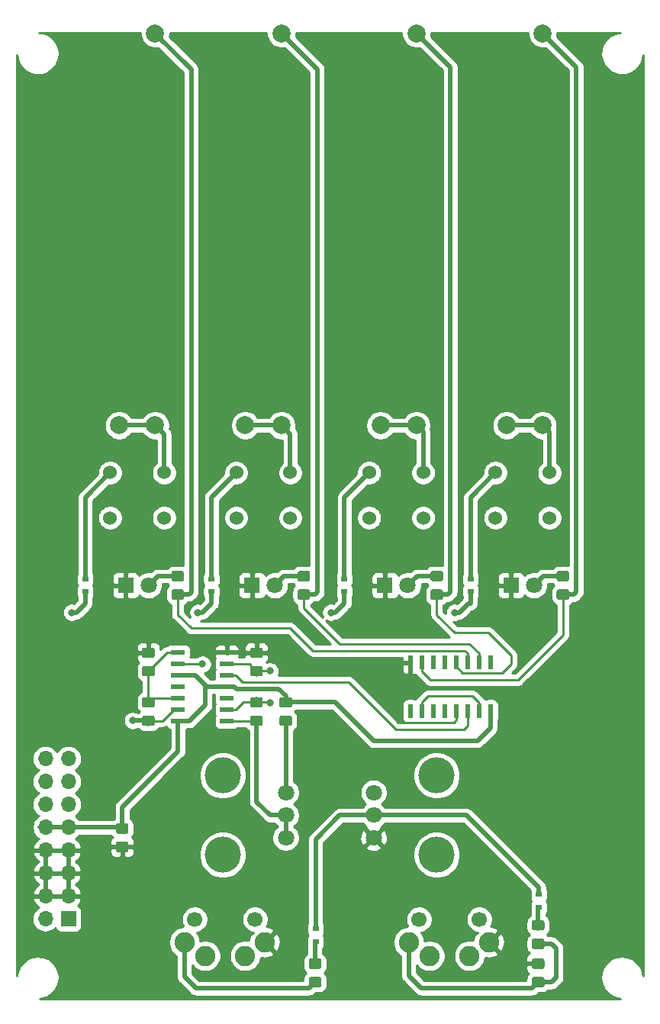
<source format=gbr>
G04 #@! TF.GenerationSoftware,KiCad,Pcbnew,(5.0.2-5-10.14)*
G04 #@! TF.CreationDate,2019-06-16T13:43:50-04:00*
G04 #@! TF.ProjectId,sequencer,73657175-656e-4636-9572-2e6b69636164,rev?*
G04 #@! TF.SameCoordinates,Original*
G04 #@! TF.FileFunction,Copper,L1,Top*
G04 #@! TF.FilePolarity,Positive*
%FSLAX46Y46*%
G04 Gerber Fmt 4.6, Leading zero omitted, Abs format (unit mm)*
G04 Created by KiCad (PCBNEW (5.0.2-5-10.14)) date Sunday, June 16, 2019 at 01:43:50 PM*
%MOMM*%
%LPD*%
G01*
G04 APERTURE LIST*
G04 #@! TA.AperFunction,Conductor*
%ADD10C,0.100000*%
G04 #@! TD*
G04 #@! TA.AperFunction,SMDPad,CuDef*
%ADD11C,1.150000*%
G04 #@! TD*
G04 #@! TA.AperFunction,ComponentPad*
%ADD12C,1.800000*%
G04 #@! TD*
G04 #@! TA.AperFunction,ComponentPad*
%ADD13R,1.800000X1.800000*%
G04 #@! TD*
G04 #@! TA.AperFunction,ComponentPad*
%ADD14R,1.700000X1.700000*%
G04 #@! TD*
G04 #@! TA.AperFunction,ComponentPad*
%ADD15O,1.700000X1.700000*%
G04 #@! TD*
G04 #@! TA.AperFunction,ComponentPad*
%ADD16C,2.000000*%
G04 #@! TD*
G04 #@! TA.AperFunction,WasherPad*
%ADD17C,4.000000*%
G04 #@! TD*
G04 #@! TA.AperFunction,SMDPad,CuDef*
%ADD18R,1.500000X0.600000*%
G04 #@! TD*
G04 #@! TA.AperFunction,SMDPad,CuDef*
%ADD19R,0.600000X1.500000*%
G04 #@! TD*
G04 #@! TA.AperFunction,ComponentPad*
%ADD20C,1.524000*%
G04 #@! TD*
G04 #@! TA.AperFunction,SMDPad,CuDef*
%ADD21R,0.700000X0.600000*%
G04 #@! TD*
G04 #@! TA.AperFunction,WasherPad*
%ADD22C,1.700000*%
G04 #@! TD*
G04 #@! TA.AperFunction,ComponentPad*
%ADD23C,2.250000*%
G04 #@! TD*
G04 #@! TA.AperFunction,ViaPad*
%ADD24C,0.800000*%
G04 #@! TD*
G04 #@! TA.AperFunction,Conductor*
%ADD25C,0.500000*%
G04 #@! TD*
G04 #@! TA.AperFunction,Conductor*
%ADD26C,0.250000*%
G04 #@! TD*
G04 #@! TA.AperFunction,Conductor*
%ADD27C,0.254000*%
G04 #@! TD*
G04 APERTURE END LIST*
D10*
G04 #@! TO.N,GND*
G04 #@! TO.C,C1*
G36*
X74134505Y-141641404D02*
X74158773Y-141645004D01*
X74182572Y-141650965D01*
X74205671Y-141659230D01*
X74227850Y-141669720D01*
X74248893Y-141682332D01*
X74268599Y-141696947D01*
X74286777Y-141713423D01*
X74303253Y-141731601D01*
X74317868Y-141751307D01*
X74330480Y-141772350D01*
X74340970Y-141794529D01*
X74349235Y-141817628D01*
X74355196Y-141841427D01*
X74358796Y-141865695D01*
X74360000Y-141890199D01*
X74360000Y-142540201D01*
X74358796Y-142564705D01*
X74355196Y-142588973D01*
X74349235Y-142612772D01*
X74340970Y-142635871D01*
X74330480Y-142658050D01*
X74317868Y-142679093D01*
X74303253Y-142698799D01*
X74286777Y-142716977D01*
X74268599Y-142733453D01*
X74248893Y-142748068D01*
X74227850Y-142760680D01*
X74205671Y-142771170D01*
X74182572Y-142779435D01*
X74158773Y-142785396D01*
X74134505Y-142788996D01*
X74110001Y-142790200D01*
X73209999Y-142790200D01*
X73185495Y-142788996D01*
X73161227Y-142785396D01*
X73137428Y-142779435D01*
X73114329Y-142771170D01*
X73092150Y-142760680D01*
X73071107Y-142748068D01*
X73051401Y-142733453D01*
X73033223Y-142716977D01*
X73016747Y-142698799D01*
X73002132Y-142679093D01*
X72989520Y-142658050D01*
X72979030Y-142635871D01*
X72970765Y-142612772D01*
X72964804Y-142588973D01*
X72961204Y-142564705D01*
X72960000Y-142540201D01*
X72960000Y-141890199D01*
X72961204Y-141865695D01*
X72964804Y-141841427D01*
X72970765Y-141817628D01*
X72979030Y-141794529D01*
X72989520Y-141772350D01*
X73002132Y-141751307D01*
X73016747Y-141731601D01*
X73033223Y-141713423D01*
X73051401Y-141696947D01*
X73071107Y-141682332D01*
X73092150Y-141669720D01*
X73114329Y-141659230D01*
X73137428Y-141650965D01*
X73161227Y-141645004D01*
X73185495Y-141641404D01*
X73209999Y-141640200D01*
X74110001Y-141640200D01*
X74134505Y-141641404D01*
X74134505Y-141641404D01*
G37*
D11*
G04 #@! TD*
G04 #@! TO.P,C1,2*
G04 #@! TO.N,GND*
X73660000Y-142215200D03*
D10*
G04 #@! TO.N,+12V*
G04 #@! TO.C,C1*
G36*
X74134505Y-139591404D02*
X74158773Y-139595004D01*
X74182572Y-139600965D01*
X74205671Y-139609230D01*
X74227850Y-139619720D01*
X74248893Y-139632332D01*
X74268599Y-139646947D01*
X74286777Y-139663423D01*
X74303253Y-139681601D01*
X74317868Y-139701307D01*
X74330480Y-139722350D01*
X74340970Y-139744529D01*
X74349235Y-139767628D01*
X74355196Y-139791427D01*
X74358796Y-139815695D01*
X74360000Y-139840199D01*
X74360000Y-140490201D01*
X74358796Y-140514705D01*
X74355196Y-140538973D01*
X74349235Y-140562772D01*
X74340970Y-140585871D01*
X74330480Y-140608050D01*
X74317868Y-140629093D01*
X74303253Y-140648799D01*
X74286777Y-140666977D01*
X74268599Y-140683453D01*
X74248893Y-140698068D01*
X74227850Y-140710680D01*
X74205671Y-140721170D01*
X74182572Y-140729435D01*
X74158773Y-140735396D01*
X74134505Y-140738996D01*
X74110001Y-140740200D01*
X73209999Y-140740200D01*
X73185495Y-140738996D01*
X73161227Y-140735396D01*
X73137428Y-140729435D01*
X73114329Y-140721170D01*
X73092150Y-140710680D01*
X73071107Y-140698068D01*
X73051401Y-140683453D01*
X73033223Y-140666977D01*
X73016747Y-140648799D01*
X73002132Y-140629093D01*
X72989520Y-140608050D01*
X72979030Y-140585871D01*
X72970765Y-140562772D01*
X72964804Y-140538973D01*
X72961204Y-140514705D01*
X72960000Y-140490201D01*
X72960000Y-139840199D01*
X72961204Y-139815695D01*
X72964804Y-139791427D01*
X72970765Y-139767628D01*
X72979030Y-139744529D01*
X72989520Y-139722350D01*
X73002132Y-139701307D01*
X73016747Y-139681601D01*
X73033223Y-139663423D01*
X73051401Y-139646947D01*
X73071107Y-139632332D01*
X73092150Y-139619720D01*
X73114329Y-139609230D01*
X73137428Y-139600965D01*
X73161227Y-139595004D01*
X73185495Y-139591404D01*
X73209999Y-139590200D01*
X74110001Y-139590200D01*
X74134505Y-139591404D01*
X74134505Y-139591404D01*
G37*
D11*
G04 #@! TD*
G04 #@! TO.P,C1,1*
G04 #@! TO.N,+12V*
X73660000Y-140165200D03*
D10*
G04 #@! TO.N,Net-(C2-Pad1)*
G04 #@! TO.C,C2*
G36*
X89034105Y-122141404D02*
X89058373Y-122145004D01*
X89082172Y-122150965D01*
X89105271Y-122159230D01*
X89127450Y-122169720D01*
X89148493Y-122182332D01*
X89168199Y-122196947D01*
X89186377Y-122213423D01*
X89202853Y-122231601D01*
X89217468Y-122251307D01*
X89230080Y-122272350D01*
X89240570Y-122294529D01*
X89248835Y-122317628D01*
X89254796Y-122341427D01*
X89258396Y-122365695D01*
X89259600Y-122390199D01*
X89259600Y-123040201D01*
X89258396Y-123064705D01*
X89254796Y-123088973D01*
X89248835Y-123112772D01*
X89240570Y-123135871D01*
X89230080Y-123158050D01*
X89217468Y-123179093D01*
X89202853Y-123198799D01*
X89186377Y-123216977D01*
X89168199Y-123233453D01*
X89148493Y-123248068D01*
X89127450Y-123260680D01*
X89105271Y-123271170D01*
X89082172Y-123279435D01*
X89058373Y-123285396D01*
X89034105Y-123288996D01*
X89009601Y-123290200D01*
X88109599Y-123290200D01*
X88085095Y-123288996D01*
X88060827Y-123285396D01*
X88037028Y-123279435D01*
X88013929Y-123271170D01*
X87991750Y-123260680D01*
X87970707Y-123248068D01*
X87951001Y-123233453D01*
X87932823Y-123216977D01*
X87916347Y-123198799D01*
X87901732Y-123179093D01*
X87889120Y-123158050D01*
X87878630Y-123135871D01*
X87870365Y-123112772D01*
X87864404Y-123088973D01*
X87860804Y-123064705D01*
X87859600Y-123040201D01*
X87859600Y-122390199D01*
X87860804Y-122365695D01*
X87864404Y-122341427D01*
X87870365Y-122317628D01*
X87878630Y-122294529D01*
X87889120Y-122272350D01*
X87901732Y-122251307D01*
X87916347Y-122231601D01*
X87932823Y-122213423D01*
X87951001Y-122196947D01*
X87970707Y-122182332D01*
X87991750Y-122169720D01*
X88013929Y-122159230D01*
X88037028Y-122150965D01*
X88060827Y-122145004D01*
X88085095Y-122141404D01*
X88109599Y-122140200D01*
X89009601Y-122140200D01*
X89034105Y-122141404D01*
X89034105Y-122141404D01*
G37*
D11*
G04 #@! TD*
G04 #@! TO.P,C2,1*
G04 #@! TO.N,Net-(C2-Pad1)*
X88559600Y-122715200D03*
D10*
G04 #@! TO.N,GND*
G04 #@! TO.C,C2*
G36*
X89034105Y-120091404D02*
X89058373Y-120095004D01*
X89082172Y-120100965D01*
X89105271Y-120109230D01*
X89127450Y-120119720D01*
X89148493Y-120132332D01*
X89168199Y-120146947D01*
X89186377Y-120163423D01*
X89202853Y-120181601D01*
X89217468Y-120201307D01*
X89230080Y-120222350D01*
X89240570Y-120244529D01*
X89248835Y-120267628D01*
X89254796Y-120291427D01*
X89258396Y-120315695D01*
X89259600Y-120340199D01*
X89259600Y-120990201D01*
X89258396Y-121014705D01*
X89254796Y-121038973D01*
X89248835Y-121062772D01*
X89240570Y-121085871D01*
X89230080Y-121108050D01*
X89217468Y-121129093D01*
X89202853Y-121148799D01*
X89186377Y-121166977D01*
X89168199Y-121183453D01*
X89148493Y-121198068D01*
X89127450Y-121210680D01*
X89105271Y-121221170D01*
X89082172Y-121229435D01*
X89058373Y-121235396D01*
X89034105Y-121238996D01*
X89009601Y-121240200D01*
X88109599Y-121240200D01*
X88085095Y-121238996D01*
X88060827Y-121235396D01*
X88037028Y-121229435D01*
X88013929Y-121221170D01*
X87991750Y-121210680D01*
X87970707Y-121198068D01*
X87951001Y-121183453D01*
X87932823Y-121166977D01*
X87916347Y-121148799D01*
X87901732Y-121129093D01*
X87889120Y-121108050D01*
X87878630Y-121085871D01*
X87870365Y-121062772D01*
X87864404Y-121038973D01*
X87860804Y-121014705D01*
X87859600Y-120990201D01*
X87859600Y-120340199D01*
X87860804Y-120315695D01*
X87864404Y-120291427D01*
X87870365Y-120267628D01*
X87878630Y-120244529D01*
X87889120Y-120222350D01*
X87901732Y-120201307D01*
X87916347Y-120181601D01*
X87932823Y-120163423D01*
X87951001Y-120146947D01*
X87970707Y-120132332D01*
X87991750Y-120119720D01*
X88013929Y-120109230D01*
X88037028Y-120100965D01*
X88060827Y-120095004D01*
X88085095Y-120091404D01*
X88109599Y-120090200D01*
X89009601Y-120090200D01*
X89034105Y-120091404D01*
X89034105Y-120091404D01*
G37*
D11*
G04 #@! TD*
G04 #@! TO.P,C2,2*
G04 #@! TO.N,GND*
X88559600Y-120665200D03*
D10*
G04 #@! TO.N,Net-(C3-Pad1)*
G04 #@! TO.C,C3*
G36*
X77034105Y-122141404D02*
X77058373Y-122145004D01*
X77082172Y-122150965D01*
X77105271Y-122159230D01*
X77127450Y-122169720D01*
X77148493Y-122182332D01*
X77168199Y-122196947D01*
X77186377Y-122213423D01*
X77202853Y-122231601D01*
X77217468Y-122251307D01*
X77230080Y-122272350D01*
X77240570Y-122294529D01*
X77248835Y-122317628D01*
X77254796Y-122341427D01*
X77258396Y-122365695D01*
X77259600Y-122390199D01*
X77259600Y-123040201D01*
X77258396Y-123064705D01*
X77254796Y-123088973D01*
X77248835Y-123112772D01*
X77240570Y-123135871D01*
X77230080Y-123158050D01*
X77217468Y-123179093D01*
X77202853Y-123198799D01*
X77186377Y-123216977D01*
X77168199Y-123233453D01*
X77148493Y-123248068D01*
X77127450Y-123260680D01*
X77105271Y-123271170D01*
X77082172Y-123279435D01*
X77058373Y-123285396D01*
X77034105Y-123288996D01*
X77009601Y-123290200D01*
X76109599Y-123290200D01*
X76085095Y-123288996D01*
X76060827Y-123285396D01*
X76037028Y-123279435D01*
X76013929Y-123271170D01*
X75991750Y-123260680D01*
X75970707Y-123248068D01*
X75951001Y-123233453D01*
X75932823Y-123216977D01*
X75916347Y-123198799D01*
X75901732Y-123179093D01*
X75889120Y-123158050D01*
X75878630Y-123135871D01*
X75870365Y-123112772D01*
X75864404Y-123088973D01*
X75860804Y-123064705D01*
X75859600Y-123040201D01*
X75859600Y-122390199D01*
X75860804Y-122365695D01*
X75864404Y-122341427D01*
X75870365Y-122317628D01*
X75878630Y-122294529D01*
X75889120Y-122272350D01*
X75901732Y-122251307D01*
X75916347Y-122231601D01*
X75932823Y-122213423D01*
X75951001Y-122196947D01*
X75970707Y-122182332D01*
X75991750Y-122169720D01*
X76013929Y-122159230D01*
X76037028Y-122150965D01*
X76060827Y-122145004D01*
X76085095Y-122141404D01*
X76109599Y-122140200D01*
X77009601Y-122140200D01*
X77034105Y-122141404D01*
X77034105Y-122141404D01*
G37*
D11*
G04 #@! TD*
G04 #@! TO.P,C3,1*
G04 #@! TO.N,Net-(C3-Pad1)*
X76559600Y-122715200D03*
D10*
G04 #@! TO.N,GND*
G04 #@! TO.C,C3*
G36*
X77034105Y-120091404D02*
X77058373Y-120095004D01*
X77082172Y-120100965D01*
X77105271Y-120109230D01*
X77127450Y-120119720D01*
X77148493Y-120132332D01*
X77168199Y-120146947D01*
X77186377Y-120163423D01*
X77202853Y-120181601D01*
X77217468Y-120201307D01*
X77230080Y-120222350D01*
X77240570Y-120244529D01*
X77248835Y-120267628D01*
X77254796Y-120291427D01*
X77258396Y-120315695D01*
X77259600Y-120340199D01*
X77259600Y-120990201D01*
X77258396Y-121014705D01*
X77254796Y-121038973D01*
X77248835Y-121062772D01*
X77240570Y-121085871D01*
X77230080Y-121108050D01*
X77217468Y-121129093D01*
X77202853Y-121148799D01*
X77186377Y-121166977D01*
X77168199Y-121183453D01*
X77148493Y-121198068D01*
X77127450Y-121210680D01*
X77105271Y-121221170D01*
X77082172Y-121229435D01*
X77058373Y-121235396D01*
X77034105Y-121238996D01*
X77009601Y-121240200D01*
X76109599Y-121240200D01*
X76085095Y-121238996D01*
X76060827Y-121235396D01*
X76037028Y-121229435D01*
X76013929Y-121221170D01*
X75991750Y-121210680D01*
X75970707Y-121198068D01*
X75951001Y-121183453D01*
X75932823Y-121166977D01*
X75916347Y-121148799D01*
X75901732Y-121129093D01*
X75889120Y-121108050D01*
X75878630Y-121085871D01*
X75870365Y-121062772D01*
X75864404Y-121038973D01*
X75860804Y-121014705D01*
X75859600Y-120990201D01*
X75859600Y-120340199D01*
X75860804Y-120315695D01*
X75864404Y-120291427D01*
X75870365Y-120267628D01*
X75878630Y-120244529D01*
X75889120Y-120222350D01*
X75901732Y-120201307D01*
X75916347Y-120181601D01*
X75932823Y-120163423D01*
X75951001Y-120146947D01*
X75970707Y-120132332D01*
X75991750Y-120119720D01*
X76013929Y-120109230D01*
X76037028Y-120100965D01*
X76060827Y-120095004D01*
X76085095Y-120091404D01*
X76109599Y-120090200D01*
X77009601Y-120090200D01*
X77034105Y-120091404D01*
X77034105Y-120091404D01*
G37*
D11*
G04 #@! TD*
G04 #@! TO.P,C3,2*
G04 #@! TO.N,GND*
X76559600Y-120665200D03*
D10*
G04 #@! TO.N,Net-(C4-Pad2)*
G04 #@! TO.C,C4*
G36*
X95534105Y-156641404D02*
X95558373Y-156645004D01*
X95582172Y-156650965D01*
X95605271Y-156659230D01*
X95627450Y-156669720D01*
X95648493Y-156682332D01*
X95668199Y-156696947D01*
X95686377Y-156713423D01*
X95702853Y-156731601D01*
X95717468Y-156751307D01*
X95730080Y-156772350D01*
X95740570Y-156794529D01*
X95748835Y-156817628D01*
X95754796Y-156841427D01*
X95758396Y-156865695D01*
X95759600Y-156890199D01*
X95759600Y-157540201D01*
X95758396Y-157564705D01*
X95754796Y-157588973D01*
X95748835Y-157612772D01*
X95740570Y-157635871D01*
X95730080Y-157658050D01*
X95717468Y-157679093D01*
X95702853Y-157698799D01*
X95686377Y-157716977D01*
X95668199Y-157733453D01*
X95648493Y-157748068D01*
X95627450Y-157760680D01*
X95605271Y-157771170D01*
X95582172Y-157779435D01*
X95558373Y-157785396D01*
X95534105Y-157788996D01*
X95509601Y-157790200D01*
X94609599Y-157790200D01*
X94585095Y-157788996D01*
X94560827Y-157785396D01*
X94537028Y-157779435D01*
X94513929Y-157771170D01*
X94491750Y-157760680D01*
X94470707Y-157748068D01*
X94451001Y-157733453D01*
X94432823Y-157716977D01*
X94416347Y-157698799D01*
X94401732Y-157679093D01*
X94389120Y-157658050D01*
X94378630Y-157635871D01*
X94370365Y-157612772D01*
X94364404Y-157588973D01*
X94360804Y-157564705D01*
X94359600Y-157540201D01*
X94359600Y-156890199D01*
X94360804Y-156865695D01*
X94364404Y-156841427D01*
X94370365Y-156817628D01*
X94378630Y-156794529D01*
X94389120Y-156772350D01*
X94401732Y-156751307D01*
X94416347Y-156731601D01*
X94432823Y-156713423D01*
X94451001Y-156696947D01*
X94470707Y-156682332D01*
X94491750Y-156669720D01*
X94513929Y-156659230D01*
X94537028Y-156650965D01*
X94560827Y-156645004D01*
X94585095Y-156641404D01*
X94609599Y-156640200D01*
X95509601Y-156640200D01*
X95534105Y-156641404D01*
X95534105Y-156641404D01*
G37*
D11*
G04 #@! TD*
G04 #@! TO.P,C4,2*
G04 #@! TO.N,Net-(C4-Pad2)*
X95059600Y-157215200D03*
D10*
G04 #@! TO.N,Net-(C4-Pad1)*
G04 #@! TO.C,C4*
G36*
X95534105Y-154591404D02*
X95558373Y-154595004D01*
X95582172Y-154600965D01*
X95605271Y-154609230D01*
X95627450Y-154619720D01*
X95648493Y-154632332D01*
X95668199Y-154646947D01*
X95686377Y-154663423D01*
X95702853Y-154681601D01*
X95717468Y-154701307D01*
X95730080Y-154722350D01*
X95740570Y-154744529D01*
X95748835Y-154767628D01*
X95754796Y-154791427D01*
X95758396Y-154815695D01*
X95759600Y-154840199D01*
X95759600Y-155490201D01*
X95758396Y-155514705D01*
X95754796Y-155538973D01*
X95748835Y-155562772D01*
X95740570Y-155585871D01*
X95730080Y-155608050D01*
X95717468Y-155629093D01*
X95702853Y-155648799D01*
X95686377Y-155666977D01*
X95668199Y-155683453D01*
X95648493Y-155698068D01*
X95627450Y-155710680D01*
X95605271Y-155721170D01*
X95582172Y-155729435D01*
X95558373Y-155735396D01*
X95534105Y-155738996D01*
X95509601Y-155740200D01*
X94609599Y-155740200D01*
X94585095Y-155738996D01*
X94560827Y-155735396D01*
X94537028Y-155729435D01*
X94513929Y-155721170D01*
X94491750Y-155710680D01*
X94470707Y-155698068D01*
X94451001Y-155683453D01*
X94432823Y-155666977D01*
X94416347Y-155648799D01*
X94401732Y-155629093D01*
X94389120Y-155608050D01*
X94378630Y-155585871D01*
X94370365Y-155562772D01*
X94364404Y-155538973D01*
X94360804Y-155514705D01*
X94359600Y-155490201D01*
X94359600Y-154840199D01*
X94360804Y-154815695D01*
X94364404Y-154791427D01*
X94370365Y-154767628D01*
X94378630Y-154744529D01*
X94389120Y-154722350D01*
X94401732Y-154701307D01*
X94416347Y-154681601D01*
X94432823Y-154663423D01*
X94451001Y-154646947D01*
X94470707Y-154632332D01*
X94491750Y-154619720D01*
X94513929Y-154609230D01*
X94537028Y-154600965D01*
X94560827Y-154595004D01*
X94585095Y-154591404D01*
X94609599Y-154590200D01*
X95509601Y-154590200D01*
X95534105Y-154591404D01*
X95534105Y-154591404D01*
G37*
D11*
G04 #@! TD*
G04 #@! TO.P,C4,1*
G04 #@! TO.N,Net-(C4-Pad1)*
X95059600Y-155165200D03*
D10*
G04 #@! TO.N,GND*
G04 #@! TO.C,C5*
G36*
X120284105Y-154591404D02*
X120308373Y-154595004D01*
X120332172Y-154600965D01*
X120355271Y-154609230D01*
X120377450Y-154619720D01*
X120398493Y-154632332D01*
X120418199Y-154646947D01*
X120436377Y-154663423D01*
X120452853Y-154681601D01*
X120467468Y-154701307D01*
X120480080Y-154722350D01*
X120490570Y-154744529D01*
X120498835Y-154767628D01*
X120504796Y-154791427D01*
X120508396Y-154815695D01*
X120509600Y-154840199D01*
X120509600Y-155490201D01*
X120508396Y-155514705D01*
X120504796Y-155538973D01*
X120498835Y-155562772D01*
X120490570Y-155585871D01*
X120480080Y-155608050D01*
X120467468Y-155629093D01*
X120452853Y-155648799D01*
X120436377Y-155666977D01*
X120418199Y-155683453D01*
X120398493Y-155698068D01*
X120377450Y-155710680D01*
X120355271Y-155721170D01*
X120332172Y-155729435D01*
X120308373Y-155735396D01*
X120284105Y-155738996D01*
X120259601Y-155740200D01*
X119359599Y-155740200D01*
X119335095Y-155738996D01*
X119310827Y-155735396D01*
X119287028Y-155729435D01*
X119263929Y-155721170D01*
X119241750Y-155710680D01*
X119220707Y-155698068D01*
X119201001Y-155683453D01*
X119182823Y-155666977D01*
X119166347Y-155648799D01*
X119151732Y-155629093D01*
X119139120Y-155608050D01*
X119128630Y-155585871D01*
X119120365Y-155562772D01*
X119114404Y-155538973D01*
X119110804Y-155514705D01*
X119109600Y-155490201D01*
X119109600Y-154840199D01*
X119110804Y-154815695D01*
X119114404Y-154791427D01*
X119120365Y-154767628D01*
X119128630Y-154744529D01*
X119139120Y-154722350D01*
X119151732Y-154701307D01*
X119166347Y-154681601D01*
X119182823Y-154663423D01*
X119201001Y-154646947D01*
X119220707Y-154632332D01*
X119241750Y-154619720D01*
X119263929Y-154609230D01*
X119287028Y-154600965D01*
X119310827Y-154595004D01*
X119335095Y-154591404D01*
X119359599Y-154590200D01*
X120259601Y-154590200D01*
X120284105Y-154591404D01*
X120284105Y-154591404D01*
G37*
D11*
G04 #@! TD*
G04 #@! TO.P,C5,2*
G04 #@! TO.N,GND*
X119809600Y-155165200D03*
D10*
G04 #@! TO.N,Net-(C5-Pad1)*
G04 #@! TO.C,C5*
G36*
X120284105Y-156641404D02*
X120308373Y-156645004D01*
X120332172Y-156650965D01*
X120355271Y-156659230D01*
X120377450Y-156669720D01*
X120398493Y-156682332D01*
X120418199Y-156696947D01*
X120436377Y-156713423D01*
X120452853Y-156731601D01*
X120467468Y-156751307D01*
X120480080Y-156772350D01*
X120490570Y-156794529D01*
X120498835Y-156817628D01*
X120504796Y-156841427D01*
X120508396Y-156865695D01*
X120509600Y-156890199D01*
X120509600Y-157540201D01*
X120508396Y-157564705D01*
X120504796Y-157588973D01*
X120498835Y-157612772D01*
X120490570Y-157635871D01*
X120480080Y-157658050D01*
X120467468Y-157679093D01*
X120452853Y-157698799D01*
X120436377Y-157716977D01*
X120418199Y-157733453D01*
X120398493Y-157748068D01*
X120377450Y-157760680D01*
X120355271Y-157771170D01*
X120332172Y-157779435D01*
X120308373Y-157785396D01*
X120284105Y-157788996D01*
X120259601Y-157790200D01*
X119359599Y-157790200D01*
X119335095Y-157788996D01*
X119310827Y-157785396D01*
X119287028Y-157779435D01*
X119263929Y-157771170D01*
X119241750Y-157760680D01*
X119220707Y-157748068D01*
X119201001Y-157733453D01*
X119182823Y-157716977D01*
X119166347Y-157698799D01*
X119151732Y-157679093D01*
X119139120Y-157658050D01*
X119128630Y-157635871D01*
X119120365Y-157612772D01*
X119114404Y-157588973D01*
X119110804Y-157564705D01*
X119109600Y-157540201D01*
X119109600Y-156890199D01*
X119110804Y-156865695D01*
X119114404Y-156841427D01*
X119120365Y-156817628D01*
X119128630Y-156794529D01*
X119139120Y-156772350D01*
X119151732Y-156751307D01*
X119166347Y-156731601D01*
X119182823Y-156713423D01*
X119201001Y-156696947D01*
X119220707Y-156682332D01*
X119241750Y-156669720D01*
X119263929Y-156659230D01*
X119287028Y-156650965D01*
X119310827Y-156645004D01*
X119335095Y-156641404D01*
X119359599Y-156640200D01*
X120259601Y-156640200D01*
X120284105Y-156641404D01*
X120284105Y-156641404D01*
G37*
D11*
G04 #@! TD*
G04 #@! TO.P,C5,1*
G04 #@! TO.N,Net-(C5-Pad1)*
X119809600Y-157215200D03*
D12*
G04 #@! TO.P,D7,2*
G04 #@! TO.N,Net-(D7-Pad2)*
X76599600Y-113190200D03*
D13*
G04 #@! TO.P,D7,1*
G04 #@! TO.N,GND*
X74059600Y-113190200D03*
G04 #@! TD*
G04 #@! TO.P,D8,1*
G04 #@! TO.N,GND*
X88059600Y-113190200D03*
D12*
G04 #@! TO.P,D8,2*
G04 #@! TO.N,Net-(D8-Pad2)*
X90599600Y-113190200D03*
G04 #@! TD*
D13*
G04 #@! TO.P,D9,1*
G04 #@! TO.N,GND*
X102809600Y-113190200D03*
D12*
G04 #@! TO.P,D9,2*
G04 #@! TO.N,Net-(D9-Pad2)*
X105349600Y-113190200D03*
G04 #@! TD*
G04 #@! TO.P,D10,2*
G04 #@! TO.N,Net-(D10-Pad2)*
X119349600Y-113190200D03*
D13*
G04 #@! TO.P,D10,1*
G04 #@! TO.N,GND*
X116809600Y-113190200D03*
G04 #@! TD*
D14*
G04 #@! TO.P,J3,1*
G04 #@! TO.N,Net-(J3-Pad1)*
X67691000Y-150190200D03*
D15*
G04 #@! TO.P,J3,2*
G04 #@! TO.N,Net-(J3-Pad2)*
X65151000Y-150190200D03*
G04 #@! TO.P,J3,3*
G04 #@! TO.N,GND*
X67691000Y-147650200D03*
G04 #@! TO.P,J3,4*
X65151000Y-147650200D03*
G04 #@! TO.P,J3,5*
X67691000Y-145110200D03*
G04 #@! TO.P,J3,6*
X65151000Y-145110200D03*
G04 #@! TO.P,J3,7*
X67691000Y-142570200D03*
G04 #@! TO.P,J3,8*
X65151000Y-142570200D03*
G04 #@! TO.P,J3,9*
G04 #@! TO.N,+12V*
X67691000Y-140030200D03*
G04 #@! TO.P,J3,10*
X65151000Y-140030200D03*
G04 #@! TO.P,J3,11*
G04 #@! TO.N,Net-(J3-Pad11)*
X67691000Y-137490200D03*
G04 #@! TO.P,J3,12*
G04 #@! TO.N,Net-(J3-Pad12)*
X65151000Y-137490200D03*
G04 #@! TO.P,J3,13*
G04 #@! TO.N,Net-(J3-Pad13)*
X67691000Y-134950200D03*
G04 #@! TO.P,J3,14*
G04 #@! TO.N,Net-(J3-Pad14)*
X65151000Y-134950200D03*
G04 #@! TO.P,J3,15*
G04 #@! TO.N,Net-(J3-Pad15)*
X67691000Y-132410200D03*
G04 #@! TO.P,J3,16*
G04 #@! TO.N,Net-(J3-Pad16)*
X65151000Y-132410200D03*
G04 #@! TD*
D16*
G04 #@! TO.P,P1,1*
G04 #@! TO.N,Net-(B1-Pad1)*
X77309600Y-95440200D03*
G04 #@! TO.P,P1,2*
X73309600Y-95440200D03*
G04 #@! TO.P,P1,3*
G04 #@! TO.N,Net-(P1-Pad3)*
X77309600Y-51940200D03*
G04 #@! TD*
G04 #@! TO.P,P2,1*
G04 #@! TO.N,Net-(B2-Pad1)*
X91309600Y-95440200D03*
G04 #@! TO.P,P2,2*
X87309600Y-95440200D03*
G04 #@! TO.P,P2,3*
G04 #@! TO.N,Net-(P2-Pad3)*
X91309600Y-51940200D03*
G04 #@! TD*
G04 #@! TO.P,P3,3*
G04 #@! TO.N,Net-(P3-Pad3)*
X106309600Y-51940200D03*
G04 #@! TO.P,P3,2*
G04 #@! TO.N,Net-(B3-Pad1)*
X102309600Y-95440200D03*
G04 #@! TO.P,P3,1*
X106309600Y-95440200D03*
G04 #@! TD*
G04 #@! TO.P,P4,3*
G04 #@! TO.N,Net-(P4-Pad3)*
X120309600Y-51940200D03*
G04 #@! TO.P,P4,2*
G04 #@! TO.N,Net-(B4-Pad1)*
X116309600Y-95440200D03*
G04 #@! TO.P,P4,1*
X120309600Y-95440200D03*
G04 #@! TD*
D10*
G04 #@! TO.N,+12V*
G04 #@! TO.C,R1*
G36*
X92284105Y-125591404D02*
X92308373Y-125595004D01*
X92332172Y-125600965D01*
X92355271Y-125609230D01*
X92377450Y-125619720D01*
X92398493Y-125632332D01*
X92418199Y-125646947D01*
X92436377Y-125663423D01*
X92452853Y-125681601D01*
X92467468Y-125701307D01*
X92480080Y-125722350D01*
X92490570Y-125744529D01*
X92498835Y-125767628D01*
X92504796Y-125791427D01*
X92508396Y-125815695D01*
X92509600Y-125840199D01*
X92509600Y-126490201D01*
X92508396Y-126514705D01*
X92504796Y-126538973D01*
X92498835Y-126562772D01*
X92490570Y-126585871D01*
X92480080Y-126608050D01*
X92467468Y-126629093D01*
X92452853Y-126648799D01*
X92436377Y-126666977D01*
X92418199Y-126683453D01*
X92398493Y-126698068D01*
X92377450Y-126710680D01*
X92355271Y-126721170D01*
X92332172Y-126729435D01*
X92308373Y-126735396D01*
X92284105Y-126738996D01*
X92259601Y-126740200D01*
X91359599Y-126740200D01*
X91335095Y-126738996D01*
X91310827Y-126735396D01*
X91287028Y-126729435D01*
X91263929Y-126721170D01*
X91241750Y-126710680D01*
X91220707Y-126698068D01*
X91201001Y-126683453D01*
X91182823Y-126666977D01*
X91166347Y-126648799D01*
X91151732Y-126629093D01*
X91139120Y-126608050D01*
X91128630Y-126585871D01*
X91120365Y-126562772D01*
X91114404Y-126538973D01*
X91110804Y-126514705D01*
X91109600Y-126490201D01*
X91109600Y-125840199D01*
X91110804Y-125815695D01*
X91114404Y-125791427D01*
X91120365Y-125767628D01*
X91128630Y-125744529D01*
X91139120Y-125722350D01*
X91151732Y-125701307D01*
X91166347Y-125681601D01*
X91182823Y-125663423D01*
X91201001Y-125646947D01*
X91220707Y-125632332D01*
X91241750Y-125619720D01*
X91263929Y-125609230D01*
X91287028Y-125600965D01*
X91310827Y-125595004D01*
X91335095Y-125591404D01*
X91359599Y-125590200D01*
X92259601Y-125590200D01*
X92284105Y-125591404D01*
X92284105Y-125591404D01*
G37*
D11*
G04 #@! TD*
G04 #@! TO.P,R1,1*
G04 #@! TO.N,+12V*
X91809600Y-126165200D03*
D10*
G04 #@! TO.N,Net-(R1-Pad2)*
G04 #@! TO.C,R1*
G36*
X92284105Y-127641404D02*
X92308373Y-127645004D01*
X92332172Y-127650965D01*
X92355271Y-127659230D01*
X92377450Y-127669720D01*
X92398493Y-127682332D01*
X92418199Y-127696947D01*
X92436377Y-127713423D01*
X92452853Y-127731601D01*
X92467468Y-127751307D01*
X92480080Y-127772350D01*
X92490570Y-127794529D01*
X92498835Y-127817628D01*
X92504796Y-127841427D01*
X92508396Y-127865695D01*
X92509600Y-127890199D01*
X92509600Y-128540201D01*
X92508396Y-128564705D01*
X92504796Y-128588973D01*
X92498835Y-128612772D01*
X92490570Y-128635871D01*
X92480080Y-128658050D01*
X92467468Y-128679093D01*
X92452853Y-128698799D01*
X92436377Y-128716977D01*
X92418199Y-128733453D01*
X92398493Y-128748068D01*
X92377450Y-128760680D01*
X92355271Y-128771170D01*
X92332172Y-128779435D01*
X92308373Y-128785396D01*
X92284105Y-128788996D01*
X92259601Y-128790200D01*
X91359599Y-128790200D01*
X91335095Y-128788996D01*
X91310827Y-128785396D01*
X91287028Y-128779435D01*
X91263929Y-128771170D01*
X91241750Y-128760680D01*
X91220707Y-128748068D01*
X91201001Y-128733453D01*
X91182823Y-128716977D01*
X91166347Y-128698799D01*
X91151732Y-128679093D01*
X91139120Y-128658050D01*
X91128630Y-128635871D01*
X91120365Y-128612772D01*
X91114404Y-128588973D01*
X91110804Y-128564705D01*
X91109600Y-128540201D01*
X91109600Y-127890199D01*
X91110804Y-127865695D01*
X91114404Y-127841427D01*
X91120365Y-127817628D01*
X91128630Y-127794529D01*
X91139120Y-127772350D01*
X91151732Y-127751307D01*
X91166347Y-127731601D01*
X91182823Y-127713423D01*
X91201001Y-127696947D01*
X91220707Y-127682332D01*
X91241750Y-127669720D01*
X91263929Y-127659230D01*
X91287028Y-127650965D01*
X91310827Y-127645004D01*
X91335095Y-127641404D01*
X91359599Y-127640200D01*
X92259601Y-127640200D01*
X92284105Y-127641404D01*
X92284105Y-127641404D01*
G37*
D11*
G04 #@! TD*
G04 #@! TO.P,R1,2*
G04 #@! TO.N,Net-(R1-Pad2)*
X91809600Y-128215200D03*
D10*
G04 #@! TO.N,Net-(C2-Pad1)*
G04 #@! TO.C,R2*
G36*
X89034105Y-125591404D02*
X89058373Y-125595004D01*
X89082172Y-125600965D01*
X89105271Y-125609230D01*
X89127450Y-125619720D01*
X89148493Y-125632332D01*
X89168199Y-125646947D01*
X89186377Y-125663423D01*
X89202853Y-125681601D01*
X89217468Y-125701307D01*
X89230080Y-125722350D01*
X89240570Y-125744529D01*
X89248835Y-125767628D01*
X89254796Y-125791427D01*
X89258396Y-125815695D01*
X89259600Y-125840199D01*
X89259600Y-126490201D01*
X89258396Y-126514705D01*
X89254796Y-126538973D01*
X89248835Y-126562772D01*
X89240570Y-126585871D01*
X89230080Y-126608050D01*
X89217468Y-126629093D01*
X89202853Y-126648799D01*
X89186377Y-126666977D01*
X89168199Y-126683453D01*
X89148493Y-126698068D01*
X89127450Y-126710680D01*
X89105271Y-126721170D01*
X89082172Y-126729435D01*
X89058373Y-126735396D01*
X89034105Y-126738996D01*
X89009601Y-126740200D01*
X88109599Y-126740200D01*
X88085095Y-126738996D01*
X88060827Y-126735396D01*
X88037028Y-126729435D01*
X88013929Y-126721170D01*
X87991750Y-126710680D01*
X87970707Y-126698068D01*
X87951001Y-126683453D01*
X87932823Y-126666977D01*
X87916347Y-126648799D01*
X87901732Y-126629093D01*
X87889120Y-126608050D01*
X87878630Y-126585871D01*
X87870365Y-126562772D01*
X87864404Y-126538973D01*
X87860804Y-126514705D01*
X87859600Y-126490201D01*
X87859600Y-125840199D01*
X87860804Y-125815695D01*
X87864404Y-125791427D01*
X87870365Y-125767628D01*
X87878630Y-125744529D01*
X87889120Y-125722350D01*
X87901732Y-125701307D01*
X87916347Y-125681601D01*
X87932823Y-125663423D01*
X87951001Y-125646947D01*
X87970707Y-125632332D01*
X87991750Y-125619720D01*
X88013929Y-125609230D01*
X88037028Y-125600965D01*
X88060827Y-125595004D01*
X88085095Y-125591404D01*
X88109599Y-125590200D01*
X89009601Y-125590200D01*
X89034105Y-125591404D01*
X89034105Y-125591404D01*
G37*
D11*
G04 #@! TD*
G04 #@! TO.P,R2,2*
G04 #@! TO.N,Net-(C2-Pad1)*
X88559600Y-126165200D03*
D10*
G04 #@! TO.N,Net-(R2-Pad1)*
G04 #@! TO.C,R2*
G36*
X89034105Y-127641404D02*
X89058373Y-127645004D01*
X89082172Y-127650965D01*
X89105271Y-127659230D01*
X89127450Y-127669720D01*
X89148493Y-127682332D01*
X89168199Y-127696947D01*
X89186377Y-127713423D01*
X89202853Y-127731601D01*
X89217468Y-127751307D01*
X89230080Y-127772350D01*
X89240570Y-127794529D01*
X89248835Y-127817628D01*
X89254796Y-127841427D01*
X89258396Y-127865695D01*
X89259600Y-127890199D01*
X89259600Y-128540201D01*
X89258396Y-128564705D01*
X89254796Y-128588973D01*
X89248835Y-128612772D01*
X89240570Y-128635871D01*
X89230080Y-128658050D01*
X89217468Y-128679093D01*
X89202853Y-128698799D01*
X89186377Y-128716977D01*
X89168199Y-128733453D01*
X89148493Y-128748068D01*
X89127450Y-128760680D01*
X89105271Y-128771170D01*
X89082172Y-128779435D01*
X89058373Y-128785396D01*
X89034105Y-128788996D01*
X89009601Y-128790200D01*
X88109599Y-128790200D01*
X88085095Y-128788996D01*
X88060827Y-128785396D01*
X88037028Y-128779435D01*
X88013929Y-128771170D01*
X87991750Y-128760680D01*
X87970707Y-128748068D01*
X87951001Y-128733453D01*
X87932823Y-128716977D01*
X87916347Y-128698799D01*
X87901732Y-128679093D01*
X87889120Y-128658050D01*
X87878630Y-128635871D01*
X87870365Y-128612772D01*
X87864404Y-128588973D01*
X87860804Y-128564705D01*
X87859600Y-128540201D01*
X87859600Y-127890199D01*
X87860804Y-127865695D01*
X87864404Y-127841427D01*
X87870365Y-127817628D01*
X87878630Y-127794529D01*
X87889120Y-127772350D01*
X87901732Y-127751307D01*
X87916347Y-127731601D01*
X87932823Y-127713423D01*
X87951001Y-127696947D01*
X87970707Y-127682332D01*
X87991750Y-127669720D01*
X88013929Y-127659230D01*
X88037028Y-127650965D01*
X88060827Y-127645004D01*
X88085095Y-127641404D01*
X88109599Y-127640200D01*
X89009601Y-127640200D01*
X89034105Y-127641404D01*
X89034105Y-127641404D01*
G37*
D11*
G04 #@! TD*
G04 #@! TO.P,R2,1*
G04 #@! TO.N,Net-(R2-Pad1)*
X88559600Y-128215200D03*
D10*
G04 #@! TO.N,Net-(C3-Pad1)*
G04 #@! TO.C,R3*
G36*
X77034105Y-125591404D02*
X77058373Y-125595004D01*
X77082172Y-125600965D01*
X77105271Y-125609230D01*
X77127450Y-125619720D01*
X77148493Y-125632332D01*
X77168199Y-125646947D01*
X77186377Y-125663423D01*
X77202853Y-125681601D01*
X77217468Y-125701307D01*
X77230080Y-125722350D01*
X77240570Y-125744529D01*
X77248835Y-125767628D01*
X77254796Y-125791427D01*
X77258396Y-125815695D01*
X77259600Y-125840199D01*
X77259600Y-126490201D01*
X77258396Y-126514705D01*
X77254796Y-126538973D01*
X77248835Y-126562772D01*
X77240570Y-126585871D01*
X77230080Y-126608050D01*
X77217468Y-126629093D01*
X77202853Y-126648799D01*
X77186377Y-126666977D01*
X77168199Y-126683453D01*
X77148493Y-126698068D01*
X77127450Y-126710680D01*
X77105271Y-126721170D01*
X77082172Y-126729435D01*
X77058373Y-126735396D01*
X77034105Y-126738996D01*
X77009601Y-126740200D01*
X76109599Y-126740200D01*
X76085095Y-126738996D01*
X76060827Y-126735396D01*
X76037028Y-126729435D01*
X76013929Y-126721170D01*
X75991750Y-126710680D01*
X75970707Y-126698068D01*
X75951001Y-126683453D01*
X75932823Y-126666977D01*
X75916347Y-126648799D01*
X75901732Y-126629093D01*
X75889120Y-126608050D01*
X75878630Y-126585871D01*
X75870365Y-126562772D01*
X75864404Y-126538973D01*
X75860804Y-126514705D01*
X75859600Y-126490201D01*
X75859600Y-125840199D01*
X75860804Y-125815695D01*
X75864404Y-125791427D01*
X75870365Y-125767628D01*
X75878630Y-125744529D01*
X75889120Y-125722350D01*
X75901732Y-125701307D01*
X75916347Y-125681601D01*
X75932823Y-125663423D01*
X75951001Y-125646947D01*
X75970707Y-125632332D01*
X75991750Y-125619720D01*
X76013929Y-125609230D01*
X76037028Y-125600965D01*
X76060827Y-125595004D01*
X76085095Y-125591404D01*
X76109599Y-125590200D01*
X77009601Y-125590200D01*
X77034105Y-125591404D01*
X77034105Y-125591404D01*
G37*
D11*
G04 #@! TD*
G04 #@! TO.P,R3,2*
G04 #@! TO.N,Net-(C3-Pad1)*
X76559600Y-126165200D03*
D10*
G04 #@! TO.N,Net-(D3-Pad1)*
G04 #@! TO.C,R3*
G36*
X77034105Y-127641404D02*
X77058373Y-127645004D01*
X77082172Y-127650965D01*
X77105271Y-127659230D01*
X77127450Y-127669720D01*
X77148493Y-127682332D01*
X77168199Y-127696947D01*
X77186377Y-127713423D01*
X77202853Y-127731601D01*
X77217468Y-127751307D01*
X77230080Y-127772350D01*
X77240570Y-127794529D01*
X77248835Y-127817628D01*
X77254796Y-127841427D01*
X77258396Y-127865695D01*
X77259600Y-127890199D01*
X77259600Y-128540201D01*
X77258396Y-128564705D01*
X77254796Y-128588973D01*
X77248835Y-128612772D01*
X77240570Y-128635871D01*
X77230080Y-128658050D01*
X77217468Y-128679093D01*
X77202853Y-128698799D01*
X77186377Y-128716977D01*
X77168199Y-128733453D01*
X77148493Y-128748068D01*
X77127450Y-128760680D01*
X77105271Y-128771170D01*
X77082172Y-128779435D01*
X77058373Y-128785396D01*
X77034105Y-128788996D01*
X77009601Y-128790200D01*
X76109599Y-128790200D01*
X76085095Y-128788996D01*
X76060827Y-128785396D01*
X76037028Y-128779435D01*
X76013929Y-128771170D01*
X75991750Y-128760680D01*
X75970707Y-128748068D01*
X75951001Y-128733453D01*
X75932823Y-128716977D01*
X75916347Y-128698799D01*
X75901732Y-128679093D01*
X75889120Y-128658050D01*
X75878630Y-128635871D01*
X75870365Y-128612772D01*
X75864404Y-128588973D01*
X75860804Y-128564705D01*
X75859600Y-128540201D01*
X75859600Y-127890199D01*
X75860804Y-127865695D01*
X75864404Y-127841427D01*
X75870365Y-127817628D01*
X75878630Y-127794529D01*
X75889120Y-127772350D01*
X75901732Y-127751307D01*
X75916347Y-127731601D01*
X75932823Y-127713423D01*
X75951001Y-127696947D01*
X75970707Y-127682332D01*
X75991750Y-127669720D01*
X76013929Y-127659230D01*
X76037028Y-127650965D01*
X76060827Y-127645004D01*
X76085095Y-127641404D01*
X76109599Y-127640200D01*
X77009601Y-127640200D01*
X77034105Y-127641404D01*
X77034105Y-127641404D01*
G37*
D11*
G04 #@! TD*
G04 #@! TO.P,R3,1*
G04 #@! TO.N,Net-(D3-Pad1)*
X76559600Y-128215200D03*
D10*
G04 #@! TO.N,Net-(C5-Pad1)*
G04 #@! TO.C,R8*
G36*
X120284105Y-152391404D02*
X120308373Y-152395004D01*
X120332172Y-152400965D01*
X120355271Y-152409230D01*
X120377450Y-152419720D01*
X120398493Y-152432332D01*
X120418199Y-152446947D01*
X120436377Y-152463423D01*
X120452853Y-152481601D01*
X120467468Y-152501307D01*
X120480080Y-152522350D01*
X120490570Y-152544529D01*
X120498835Y-152567628D01*
X120504796Y-152591427D01*
X120508396Y-152615695D01*
X120509600Y-152640199D01*
X120509600Y-153290201D01*
X120508396Y-153314705D01*
X120504796Y-153338973D01*
X120498835Y-153362772D01*
X120490570Y-153385871D01*
X120480080Y-153408050D01*
X120467468Y-153429093D01*
X120452853Y-153448799D01*
X120436377Y-153466977D01*
X120418199Y-153483453D01*
X120398493Y-153498068D01*
X120377450Y-153510680D01*
X120355271Y-153521170D01*
X120332172Y-153529435D01*
X120308373Y-153535396D01*
X120284105Y-153538996D01*
X120259601Y-153540200D01*
X119359599Y-153540200D01*
X119335095Y-153538996D01*
X119310827Y-153535396D01*
X119287028Y-153529435D01*
X119263929Y-153521170D01*
X119241750Y-153510680D01*
X119220707Y-153498068D01*
X119201001Y-153483453D01*
X119182823Y-153466977D01*
X119166347Y-153448799D01*
X119151732Y-153429093D01*
X119139120Y-153408050D01*
X119128630Y-153385871D01*
X119120365Y-153362772D01*
X119114404Y-153338973D01*
X119110804Y-153314705D01*
X119109600Y-153290201D01*
X119109600Y-152640199D01*
X119110804Y-152615695D01*
X119114404Y-152591427D01*
X119120365Y-152567628D01*
X119128630Y-152544529D01*
X119139120Y-152522350D01*
X119151732Y-152501307D01*
X119166347Y-152481601D01*
X119182823Y-152463423D01*
X119201001Y-152446947D01*
X119220707Y-152432332D01*
X119241750Y-152419720D01*
X119263929Y-152409230D01*
X119287028Y-152400965D01*
X119310827Y-152395004D01*
X119335095Y-152391404D01*
X119359599Y-152390200D01*
X120259601Y-152390200D01*
X120284105Y-152391404D01*
X120284105Y-152391404D01*
G37*
D11*
G04 #@! TD*
G04 #@! TO.P,R8,1*
G04 #@! TO.N,Net-(C5-Pad1)*
X119809600Y-152965200D03*
D10*
G04 #@! TO.N,Net-(D2-Pad1)*
G04 #@! TO.C,R8*
G36*
X120284105Y-150341404D02*
X120308373Y-150345004D01*
X120332172Y-150350965D01*
X120355271Y-150359230D01*
X120377450Y-150369720D01*
X120398493Y-150382332D01*
X120418199Y-150396947D01*
X120436377Y-150413423D01*
X120452853Y-150431601D01*
X120467468Y-150451307D01*
X120480080Y-150472350D01*
X120490570Y-150494529D01*
X120498835Y-150517628D01*
X120504796Y-150541427D01*
X120508396Y-150565695D01*
X120509600Y-150590199D01*
X120509600Y-151240201D01*
X120508396Y-151264705D01*
X120504796Y-151288973D01*
X120498835Y-151312772D01*
X120490570Y-151335871D01*
X120480080Y-151358050D01*
X120467468Y-151379093D01*
X120452853Y-151398799D01*
X120436377Y-151416977D01*
X120418199Y-151433453D01*
X120398493Y-151448068D01*
X120377450Y-151460680D01*
X120355271Y-151471170D01*
X120332172Y-151479435D01*
X120308373Y-151485396D01*
X120284105Y-151488996D01*
X120259601Y-151490200D01*
X119359599Y-151490200D01*
X119335095Y-151488996D01*
X119310827Y-151485396D01*
X119287028Y-151479435D01*
X119263929Y-151471170D01*
X119241750Y-151460680D01*
X119220707Y-151448068D01*
X119201001Y-151433453D01*
X119182823Y-151416977D01*
X119166347Y-151398799D01*
X119151732Y-151379093D01*
X119139120Y-151358050D01*
X119128630Y-151335871D01*
X119120365Y-151312772D01*
X119114404Y-151288973D01*
X119110804Y-151264705D01*
X119109600Y-151240201D01*
X119109600Y-150590199D01*
X119110804Y-150565695D01*
X119114404Y-150541427D01*
X119120365Y-150517628D01*
X119128630Y-150494529D01*
X119139120Y-150472350D01*
X119151732Y-150451307D01*
X119166347Y-150431601D01*
X119182823Y-150413423D01*
X119201001Y-150396947D01*
X119220707Y-150382332D01*
X119241750Y-150369720D01*
X119263929Y-150359230D01*
X119287028Y-150350965D01*
X119310827Y-150345004D01*
X119335095Y-150341404D01*
X119359599Y-150340200D01*
X120259601Y-150340200D01*
X120284105Y-150341404D01*
X120284105Y-150341404D01*
G37*
D11*
G04 #@! TD*
G04 #@! TO.P,R8,2*
G04 #@! TO.N,Net-(D2-Pad1)*
X119809600Y-150915200D03*
D10*
G04 #@! TO.N,Net-(D7-Pad2)*
G04 #@! TO.C,R9*
G36*
X80284105Y-111591404D02*
X80308373Y-111595004D01*
X80332172Y-111600965D01*
X80355271Y-111609230D01*
X80377450Y-111619720D01*
X80398493Y-111632332D01*
X80418199Y-111646947D01*
X80436377Y-111663423D01*
X80452853Y-111681601D01*
X80467468Y-111701307D01*
X80480080Y-111722350D01*
X80490570Y-111744529D01*
X80498835Y-111767628D01*
X80504796Y-111791427D01*
X80508396Y-111815695D01*
X80509600Y-111840199D01*
X80509600Y-112490201D01*
X80508396Y-112514705D01*
X80504796Y-112538973D01*
X80498835Y-112562772D01*
X80490570Y-112585871D01*
X80480080Y-112608050D01*
X80467468Y-112629093D01*
X80452853Y-112648799D01*
X80436377Y-112666977D01*
X80418199Y-112683453D01*
X80398493Y-112698068D01*
X80377450Y-112710680D01*
X80355271Y-112721170D01*
X80332172Y-112729435D01*
X80308373Y-112735396D01*
X80284105Y-112738996D01*
X80259601Y-112740200D01*
X79359599Y-112740200D01*
X79335095Y-112738996D01*
X79310827Y-112735396D01*
X79287028Y-112729435D01*
X79263929Y-112721170D01*
X79241750Y-112710680D01*
X79220707Y-112698068D01*
X79201001Y-112683453D01*
X79182823Y-112666977D01*
X79166347Y-112648799D01*
X79151732Y-112629093D01*
X79139120Y-112608050D01*
X79128630Y-112585871D01*
X79120365Y-112562772D01*
X79114404Y-112538973D01*
X79110804Y-112514705D01*
X79109600Y-112490201D01*
X79109600Y-111840199D01*
X79110804Y-111815695D01*
X79114404Y-111791427D01*
X79120365Y-111767628D01*
X79128630Y-111744529D01*
X79139120Y-111722350D01*
X79151732Y-111701307D01*
X79166347Y-111681601D01*
X79182823Y-111663423D01*
X79201001Y-111646947D01*
X79220707Y-111632332D01*
X79241750Y-111619720D01*
X79263929Y-111609230D01*
X79287028Y-111600965D01*
X79310827Y-111595004D01*
X79335095Y-111591404D01*
X79359599Y-111590200D01*
X80259601Y-111590200D01*
X80284105Y-111591404D01*
X80284105Y-111591404D01*
G37*
D11*
G04 #@! TD*
G04 #@! TO.P,R9,1*
G04 #@! TO.N,Net-(D7-Pad2)*
X79809600Y-112165200D03*
D10*
G04 #@! TO.N,Net-(P1-Pad3)*
G04 #@! TO.C,R9*
G36*
X80284105Y-113641404D02*
X80308373Y-113645004D01*
X80332172Y-113650965D01*
X80355271Y-113659230D01*
X80377450Y-113669720D01*
X80398493Y-113682332D01*
X80418199Y-113696947D01*
X80436377Y-113713423D01*
X80452853Y-113731601D01*
X80467468Y-113751307D01*
X80480080Y-113772350D01*
X80490570Y-113794529D01*
X80498835Y-113817628D01*
X80504796Y-113841427D01*
X80508396Y-113865695D01*
X80509600Y-113890199D01*
X80509600Y-114540201D01*
X80508396Y-114564705D01*
X80504796Y-114588973D01*
X80498835Y-114612772D01*
X80490570Y-114635871D01*
X80480080Y-114658050D01*
X80467468Y-114679093D01*
X80452853Y-114698799D01*
X80436377Y-114716977D01*
X80418199Y-114733453D01*
X80398493Y-114748068D01*
X80377450Y-114760680D01*
X80355271Y-114771170D01*
X80332172Y-114779435D01*
X80308373Y-114785396D01*
X80284105Y-114788996D01*
X80259601Y-114790200D01*
X79359599Y-114790200D01*
X79335095Y-114788996D01*
X79310827Y-114785396D01*
X79287028Y-114779435D01*
X79263929Y-114771170D01*
X79241750Y-114760680D01*
X79220707Y-114748068D01*
X79201001Y-114733453D01*
X79182823Y-114716977D01*
X79166347Y-114698799D01*
X79151732Y-114679093D01*
X79139120Y-114658050D01*
X79128630Y-114635871D01*
X79120365Y-114612772D01*
X79114404Y-114588973D01*
X79110804Y-114564705D01*
X79109600Y-114540201D01*
X79109600Y-113890199D01*
X79110804Y-113865695D01*
X79114404Y-113841427D01*
X79120365Y-113817628D01*
X79128630Y-113794529D01*
X79139120Y-113772350D01*
X79151732Y-113751307D01*
X79166347Y-113731601D01*
X79182823Y-113713423D01*
X79201001Y-113696947D01*
X79220707Y-113682332D01*
X79241750Y-113669720D01*
X79263929Y-113659230D01*
X79287028Y-113650965D01*
X79310827Y-113645004D01*
X79335095Y-113641404D01*
X79359599Y-113640200D01*
X80259601Y-113640200D01*
X80284105Y-113641404D01*
X80284105Y-113641404D01*
G37*
D11*
G04 #@! TD*
G04 #@! TO.P,R9,2*
G04 #@! TO.N,Net-(P1-Pad3)*
X79809600Y-114215200D03*
D10*
G04 #@! TO.N,Net-(D8-Pad2)*
G04 #@! TO.C,R10*
G36*
X94284105Y-111591404D02*
X94308373Y-111595004D01*
X94332172Y-111600965D01*
X94355271Y-111609230D01*
X94377450Y-111619720D01*
X94398493Y-111632332D01*
X94418199Y-111646947D01*
X94436377Y-111663423D01*
X94452853Y-111681601D01*
X94467468Y-111701307D01*
X94480080Y-111722350D01*
X94490570Y-111744529D01*
X94498835Y-111767628D01*
X94504796Y-111791427D01*
X94508396Y-111815695D01*
X94509600Y-111840199D01*
X94509600Y-112490201D01*
X94508396Y-112514705D01*
X94504796Y-112538973D01*
X94498835Y-112562772D01*
X94490570Y-112585871D01*
X94480080Y-112608050D01*
X94467468Y-112629093D01*
X94452853Y-112648799D01*
X94436377Y-112666977D01*
X94418199Y-112683453D01*
X94398493Y-112698068D01*
X94377450Y-112710680D01*
X94355271Y-112721170D01*
X94332172Y-112729435D01*
X94308373Y-112735396D01*
X94284105Y-112738996D01*
X94259601Y-112740200D01*
X93359599Y-112740200D01*
X93335095Y-112738996D01*
X93310827Y-112735396D01*
X93287028Y-112729435D01*
X93263929Y-112721170D01*
X93241750Y-112710680D01*
X93220707Y-112698068D01*
X93201001Y-112683453D01*
X93182823Y-112666977D01*
X93166347Y-112648799D01*
X93151732Y-112629093D01*
X93139120Y-112608050D01*
X93128630Y-112585871D01*
X93120365Y-112562772D01*
X93114404Y-112538973D01*
X93110804Y-112514705D01*
X93109600Y-112490201D01*
X93109600Y-111840199D01*
X93110804Y-111815695D01*
X93114404Y-111791427D01*
X93120365Y-111767628D01*
X93128630Y-111744529D01*
X93139120Y-111722350D01*
X93151732Y-111701307D01*
X93166347Y-111681601D01*
X93182823Y-111663423D01*
X93201001Y-111646947D01*
X93220707Y-111632332D01*
X93241750Y-111619720D01*
X93263929Y-111609230D01*
X93287028Y-111600965D01*
X93310827Y-111595004D01*
X93335095Y-111591404D01*
X93359599Y-111590200D01*
X94259601Y-111590200D01*
X94284105Y-111591404D01*
X94284105Y-111591404D01*
G37*
D11*
G04 #@! TD*
G04 #@! TO.P,R10,1*
G04 #@! TO.N,Net-(D8-Pad2)*
X93809600Y-112165200D03*
D10*
G04 #@! TO.N,Net-(P2-Pad3)*
G04 #@! TO.C,R10*
G36*
X94284105Y-113641404D02*
X94308373Y-113645004D01*
X94332172Y-113650965D01*
X94355271Y-113659230D01*
X94377450Y-113669720D01*
X94398493Y-113682332D01*
X94418199Y-113696947D01*
X94436377Y-113713423D01*
X94452853Y-113731601D01*
X94467468Y-113751307D01*
X94480080Y-113772350D01*
X94490570Y-113794529D01*
X94498835Y-113817628D01*
X94504796Y-113841427D01*
X94508396Y-113865695D01*
X94509600Y-113890199D01*
X94509600Y-114540201D01*
X94508396Y-114564705D01*
X94504796Y-114588973D01*
X94498835Y-114612772D01*
X94490570Y-114635871D01*
X94480080Y-114658050D01*
X94467468Y-114679093D01*
X94452853Y-114698799D01*
X94436377Y-114716977D01*
X94418199Y-114733453D01*
X94398493Y-114748068D01*
X94377450Y-114760680D01*
X94355271Y-114771170D01*
X94332172Y-114779435D01*
X94308373Y-114785396D01*
X94284105Y-114788996D01*
X94259601Y-114790200D01*
X93359599Y-114790200D01*
X93335095Y-114788996D01*
X93310827Y-114785396D01*
X93287028Y-114779435D01*
X93263929Y-114771170D01*
X93241750Y-114760680D01*
X93220707Y-114748068D01*
X93201001Y-114733453D01*
X93182823Y-114716977D01*
X93166347Y-114698799D01*
X93151732Y-114679093D01*
X93139120Y-114658050D01*
X93128630Y-114635871D01*
X93120365Y-114612772D01*
X93114404Y-114588973D01*
X93110804Y-114564705D01*
X93109600Y-114540201D01*
X93109600Y-113890199D01*
X93110804Y-113865695D01*
X93114404Y-113841427D01*
X93120365Y-113817628D01*
X93128630Y-113794529D01*
X93139120Y-113772350D01*
X93151732Y-113751307D01*
X93166347Y-113731601D01*
X93182823Y-113713423D01*
X93201001Y-113696947D01*
X93220707Y-113682332D01*
X93241750Y-113669720D01*
X93263929Y-113659230D01*
X93287028Y-113650965D01*
X93310827Y-113645004D01*
X93335095Y-113641404D01*
X93359599Y-113640200D01*
X94259601Y-113640200D01*
X94284105Y-113641404D01*
X94284105Y-113641404D01*
G37*
D11*
G04 #@! TD*
G04 #@! TO.P,R10,2*
G04 #@! TO.N,Net-(P2-Pad3)*
X93809600Y-114215200D03*
D10*
G04 #@! TO.N,Net-(P3-Pad3)*
G04 #@! TO.C,R11*
G36*
X109034105Y-113641404D02*
X109058373Y-113645004D01*
X109082172Y-113650965D01*
X109105271Y-113659230D01*
X109127450Y-113669720D01*
X109148493Y-113682332D01*
X109168199Y-113696947D01*
X109186377Y-113713423D01*
X109202853Y-113731601D01*
X109217468Y-113751307D01*
X109230080Y-113772350D01*
X109240570Y-113794529D01*
X109248835Y-113817628D01*
X109254796Y-113841427D01*
X109258396Y-113865695D01*
X109259600Y-113890199D01*
X109259600Y-114540201D01*
X109258396Y-114564705D01*
X109254796Y-114588973D01*
X109248835Y-114612772D01*
X109240570Y-114635871D01*
X109230080Y-114658050D01*
X109217468Y-114679093D01*
X109202853Y-114698799D01*
X109186377Y-114716977D01*
X109168199Y-114733453D01*
X109148493Y-114748068D01*
X109127450Y-114760680D01*
X109105271Y-114771170D01*
X109082172Y-114779435D01*
X109058373Y-114785396D01*
X109034105Y-114788996D01*
X109009601Y-114790200D01*
X108109599Y-114790200D01*
X108085095Y-114788996D01*
X108060827Y-114785396D01*
X108037028Y-114779435D01*
X108013929Y-114771170D01*
X107991750Y-114760680D01*
X107970707Y-114748068D01*
X107951001Y-114733453D01*
X107932823Y-114716977D01*
X107916347Y-114698799D01*
X107901732Y-114679093D01*
X107889120Y-114658050D01*
X107878630Y-114635871D01*
X107870365Y-114612772D01*
X107864404Y-114588973D01*
X107860804Y-114564705D01*
X107859600Y-114540201D01*
X107859600Y-113890199D01*
X107860804Y-113865695D01*
X107864404Y-113841427D01*
X107870365Y-113817628D01*
X107878630Y-113794529D01*
X107889120Y-113772350D01*
X107901732Y-113751307D01*
X107916347Y-113731601D01*
X107932823Y-113713423D01*
X107951001Y-113696947D01*
X107970707Y-113682332D01*
X107991750Y-113669720D01*
X108013929Y-113659230D01*
X108037028Y-113650965D01*
X108060827Y-113645004D01*
X108085095Y-113641404D01*
X108109599Y-113640200D01*
X109009601Y-113640200D01*
X109034105Y-113641404D01*
X109034105Y-113641404D01*
G37*
D11*
G04 #@! TD*
G04 #@! TO.P,R11,2*
G04 #@! TO.N,Net-(P3-Pad3)*
X108559600Y-114215200D03*
D10*
G04 #@! TO.N,Net-(D9-Pad2)*
G04 #@! TO.C,R11*
G36*
X109034105Y-111591404D02*
X109058373Y-111595004D01*
X109082172Y-111600965D01*
X109105271Y-111609230D01*
X109127450Y-111619720D01*
X109148493Y-111632332D01*
X109168199Y-111646947D01*
X109186377Y-111663423D01*
X109202853Y-111681601D01*
X109217468Y-111701307D01*
X109230080Y-111722350D01*
X109240570Y-111744529D01*
X109248835Y-111767628D01*
X109254796Y-111791427D01*
X109258396Y-111815695D01*
X109259600Y-111840199D01*
X109259600Y-112490201D01*
X109258396Y-112514705D01*
X109254796Y-112538973D01*
X109248835Y-112562772D01*
X109240570Y-112585871D01*
X109230080Y-112608050D01*
X109217468Y-112629093D01*
X109202853Y-112648799D01*
X109186377Y-112666977D01*
X109168199Y-112683453D01*
X109148493Y-112698068D01*
X109127450Y-112710680D01*
X109105271Y-112721170D01*
X109082172Y-112729435D01*
X109058373Y-112735396D01*
X109034105Y-112738996D01*
X109009601Y-112740200D01*
X108109599Y-112740200D01*
X108085095Y-112738996D01*
X108060827Y-112735396D01*
X108037028Y-112729435D01*
X108013929Y-112721170D01*
X107991750Y-112710680D01*
X107970707Y-112698068D01*
X107951001Y-112683453D01*
X107932823Y-112666977D01*
X107916347Y-112648799D01*
X107901732Y-112629093D01*
X107889120Y-112608050D01*
X107878630Y-112585871D01*
X107870365Y-112562772D01*
X107864404Y-112538973D01*
X107860804Y-112514705D01*
X107859600Y-112490201D01*
X107859600Y-111840199D01*
X107860804Y-111815695D01*
X107864404Y-111791427D01*
X107870365Y-111767628D01*
X107878630Y-111744529D01*
X107889120Y-111722350D01*
X107901732Y-111701307D01*
X107916347Y-111681601D01*
X107932823Y-111663423D01*
X107951001Y-111646947D01*
X107970707Y-111632332D01*
X107991750Y-111619720D01*
X108013929Y-111609230D01*
X108037028Y-111600965D01*
X108060827Y-111595004D01*
X108085095Y-111591404D01*
X108109599Y-111590200D01*
X109009601Y-111590200D01*
X109034105Y-111591404D01*
X109034105Y-111591404D01*
G37*
D11*
G04 #@! TD*
G04 #@! TO.P,R11,1*
G04 #@! TO.N,Net-(D9-Pad2)*
X108559600Y-112165200D03*
D10*
G04 #@! TO.N,Net-(P4-Pad3)*
G04 #@! TO.C,R12*
G36*
X123034105Y-113641404D02*
X123058373Y-113645004D01*
X123082172Y-113650965D01*
X123105271Y-113659230D01*
X123127450Y-113669720D01*
X123148493Y-113682332D01*
X123168199Y-113696947D01*
X123186377Y-113713423D01*
X123202853Y-113731601D01*
X123217468Y-113751307D01*
X123230080Y-113772350D01*
X123240570Y-113794529D01*
X123248835Y-113817628D01*
X123254796Y-113841427D01*
X123258396Y-113865695D01*
X123259600Y-113890199D01*
X123259600Y-114540201D01*
X123258396Y-114564705D01*
X123254796Y-114588973D01*
X123248835Y-114612772D01*
X123240570Y-114635871D01*
X123230080Y-114658050D01*
X123217468Y-114679093D01*
X123202853Y-114698799D01*
X123186377Y-114716977D01*
X123168199Y-114733453D01*
X123148493Y-114748068D01*
X123127450Y-114760680D01*
X123105271Y-114771170D01*
X123082172Y-114779435D01*
X123058373Y-114785396D01*
X123034105Y-114788996D01*
X123009601Y-114790200D01*
X122109599Y-114790200D01*
X122085095Y-114788996D01*
X122060827Y-114785396D01*
X122037028Y-114779435D01*
X122013929Y-114771170D01*
X121991750Y-114760680D01*
X121970707Y-114748068D01*
X121951001Y-114733453D01*
X121932823Y-114716977D01*
X121916347Y-114698799D01*
X121901732Y-114679093D01*
X121889120Y-114658050D01*
X121878630Y-114635871D01*
X121870365Y-114612772D01*
X121864404Y-114588973D01*
X121860804Y-114564705D01*
X121859600Y-114540201D01*
X121859600Y-113890199D01*
X121860804Y-113865695D01*
X121864404Y-113841427D01*
X121870365Y-113817628D01*
X121878630Y-113794529D01*
X121889120Y-113772350D01*
X121901732Y-113751307D01*
X121916347Y-113731601D01*
X121932823Y-113713423D01*
X121951001Y-113696947D01*
X121970707Y-113682332D01*
X121991750Y-113669720D01*
X122013929Y-113659230D01*
X122037028Y-113650965D01*
X122060827Y-113645004D01*
X122085095Y-113641404D01*
X122109599Y-113640200D01*
X123009601Y-113640200D01*
X123034105Y-113641404D01*
X123034105Y-113641404D01*
G37*
D11*
G04 #@! TD*
G04 #@! TO.P,R12,2*
G04 #@! TO.N,Net-(P4-Pad3)*
X122559600Y-114215200D03*
D10*
G04 #@! TO.N,Net-(D10-Pad2)*
G04 #@! TO.C,R12*
G36*
X123034105Y-111591404D02*
X123058373Y-111595004D01*
X123082172Y-111600965D01*
X123105271Y-111609230D01*
X123127450Y-111619720D01*
X123148493Y-111632332D01*
X123168199Y-111646947D01*
X123186377Y-111663423D01*
X123202853Y-111681601D01*
X123217468Y-111701307D01*
X123230080Y-111722350D01*
X123240570Y-111744529D01*
X123248835Y-111767628D01*
X123254796Y-111791427D01*
X123258396Y-111815695D01*
X123259600Y-111840199D01*
X123259600Y-112490201D01*
X123258396Y-112514705D01*
X123254796Y-112538973D01*
X123248835Y-112562772D01*
X123240570Y-112585871D01*
X123230080Y-112608050D01*
X123217468Y-112629093D01*
X123202853Y-112648799D01*
X123186377Y-112666977D01*
X123168199Y-112683453D01*
X123148493Y-112698068D01*
X123127450Y-112710680D01*
X123105271Y-112721170D01*
X123082172Y-112729435D01*
X123058373Y-112735396D01*
X123034105Y-112738996D01*
X123009601Y-112740200D01*
X122109599Y-112740200D01*
X122085095Y-112738996D01*
X122060827Y-112735396D01*
X122037028Y-112729435D01*
X122013929Y-112721170D01*
X121991750Y-112710680D01*
X121970707Y-112698068D01*
X121951001Y-112683453D01*
X121932823Y-112666977D01*
X121916347Y-112648799D01*
X121901732Y-112629093D01*
X121889120Y-112608050D01*
X121878630Y-112585871D01*
X121870365Y-112562772D01*
X121864404Y-112538973D01*
X121860804Y-112514705D01*
X121859600Y-112490201D01*
X121859600Y-111840199D01*
X121860804Y-111815695D01*
X121864404Y-111791427D01*
X121870365Y-111767628D01*
X121878630Y-111744529D01*
X121889120Y-111722350D01*
X121901732Y-111701307D01*
X121916347Y-111681601D01*
X121932823Y-111663423D01*
X121951001Y-111646947D01*
X121970707Y-111632332D01*
X121991750Y-111619720D01*
X122013929Y-111609230D01*
X122037028Y-111600965D01*
X122060827Y-111595004D01*
X122085095Y-111591404D01*
X122109599Y-111590200D01*
X123009601Y-111590200D01*
X123034105Y-111591404D01*
X123034105Y-111591404D01*
G37*
D11*
G04 #@! TD*
G04 #@! TO.P,R12,1*
G04 #@! TO.N,Net-(D10-Pad2)*
X122559600Y-112165200D03*
D12*
G04 #@! TO.P,RV1,3*
G04 #@! TO.N,Net-(R2-Pad1)*
X91809600Y-141190200D03*
G04 #@! TO.P,RV1,2*
X91809600Y-138690200D03*
G04 #@! TO.P,RV1,1*
G04 #@! TO.N,Net-(R1-Pad2)*
X91809600Y-136190200D03*
D17*
G04 #@! TO.P,RV1,*
G04 #@! TO.N,*
X84809600Y-143090200D03*
X84809600Y-134290200D03*
G04 #@! TD*
G04 #@! TO.P,RV2,*
G04 #@! TO.N,*
X108559600Y-143090200D03*
X108559600Y-134290200D03*
D12*
G04 #@! TO.P,RV2,1*
G04 #@! TO.N,GND*
X101559600Y-141190200D03*
G04 #@! TO.P,RV2,2*
G04 #@! TO.N,Net-(D1-Pad2)*
X101559600Y-138690200D03*
G04 #@! TO.P,RV2,3*
G04 #@! TO.N,Net-(RV2-Pad3)*
X101559600Y-136190200D03*
G04 #@! TD*
D18*
G04 #@! TO.P,U1,1*
G04 #@! TO.N,Net-(R2-Pad1)*
X85259600Y-128250200D03*
G04 #@! TO.P,U1,2*
G04 #@! TO.N,Net-(C2-Pad1)*
X85259600Y-126980200D03*
G04 #@! TO.P,U1,3*
G04 #@! TO.N,Net-(U1-Pad3)*
X85259600Y-125710200D03*
G04 #@! TO.P,U1,4*
G04 #@! TO.N,+12V*
X85259600Y-124440200D03*
G04 #@! TO.P,U1,5*
G04 #@! TO.N,Net-(U1-Pad5)*
X85259600Y-123170200D03*
G04 #@! TO.P,U1,6*
G04 #@! TO.N,Net-(C2-Pad1)*
X85259600Y-121900200D03*
G04 #@! TO.P,U1,7*
G04 #@! TO.N,GND*
X85259600Y-120630200D03*
G04 #@! TO.P,U1,8*
G04 #@! TO.N,Net-(C3-Pad1)*
X79859600Y-120630200D03*
G04 #@! TO.P,U1,9*
G04 #@! TO.N,Net-(RV2-Pad3)*
X79859600Y-121900200D03*
G04 #@! TO.P,U1,10*
G04 #@! TO.N,+12V*
X79859600Y-123170200D03*
G04 #@! TO.P,U1,11*
G04 #@! TO.N,Net-(U1-Pad11)*
X79859600Y-124440200D03*
G04 #@! TO.P,U1,12*
G04 #@! TO.N,Net-(C3-Pad1)*
X79859600Y-125710200D03*
G04 #@! TO.P,U1,13*
G04 #@! TO.N,Net-(D3-Pad1)*
X79859600Y-126980200D03*
G04 #@! TO.P,U1,14*
G04 #@! TO.N,+12V*
X79859600Y-128250200D03*
G04 #@! TD*
D19*
G04 #@! TO.P,U2,1*
G04 #@! TO.N,Net-(U2-Pad1)*
X114504600Y-121740200D03*
G04 #@! TO.P,U2,2*
G04 #@! TO.N,Net-(P2-Pad3)*
X113234600Y-121740200D03*
G04 #@! TO.P,U2,3*
G04 #@! TO.N,Net-(P1-Pad3)*
X111964600Y-121740200D03*
G04 #@! TO.P,U2,4*
G04 #@! TO.N,Net-(P3-Pad3)*
X110694600Y-121740200D03*
G04 #@! TO.P,U2,5*
G04 #@! TO.N,Net-(U2-Pad5)*
X109424600Y-121740200D03*
G04 #@! TO.P,U2,6*
G04 #@! TO.N,Net-(U2-Pad6)*
X108154600Y-121740200D03*
G04 #@! TO.P,U2,7*
G04 #@! TO.N,Net-(P4-Pad3)*
X106884600Y-121740200D03*
G04 #@! TO.P,U2,8*
G04 #@! TO.N,GND*
X105614600Y-121740200D03*
G04 #@! TO.P,U2,9*
G04 #@! TO.N,Net-(U2-Pad9)*
X105614600Y-127140200D03*
G04 #@! TO.P,U2,10*
G04 #@! TO.N,Net-(U2-Pad10)*
X106884600Y-127140200D03*
G04 #@! TO.P,U2,11*
G04 #@! TO.N,Net-(U2-Pad11)*
X108154600Y-127140200D03*
G04 #@! TO.P,U2,12*
G04 #@! TO.N,Net-(U2-Pad12)*
X109424600Y-127140200D03*
G04 #@! TO.P,U2,13*
G04 #@! TO.N,GND*
X110694600Y-127140200D03*
G04 #@! TO.P,U2,14*
G04 #@! TO.N,Net-(U1-Pad5)*
X111964600Y-127140200D03*
G04 #@! TO.P,U2,15*
G04 #@! TO.N,Net-(U2-Pad10)*
X113234600Y-127140200D03*
G04 #@! TO.P,U2,16*
G04 #@! TO.N,+12V*
X114504600Y-127140200D03*
G04 #@! TD*
D20*
G04 #@! TO.P,B1,1*
G04 #@! TO.N,Net-(B1-Pad1)*
X78309600Y-100690200D03*
G04 #@! TO.P,B1,2*
G04 #@! TO.N,Net-(B1-Pad2)*
X72309600Y-100690200D03*
G04 #@! TO.P,B1,3*
G04 #@! TO.N,Net-(B1-Pad3)*
X78309600Y-105690200D03*
G04 #@! TO.P,B1,4*
G04 #@! TO.N,N/C*
X72309600Y-105690200D03*
G04 #@! TD*
G04 #@! TO.P,B2,1*
G04 #@! TO.N,Net-(B2-Pad1)*
X92309600Y-100690200D03*
G04 #@! TO.P,B2,2*
G04 #@! TO.N,Net-(B2-Pad2)*
X86309600Y-100690200D03*
G04 #@! TO.P,B2,3*
G04 #@! TO.N,Net-(B2-Pad3)*
X92309600Y-105690200D03*
G04 #@! TO.P,B2,4*
G04 #@! TO.N,N/C*
X86309600Y-105690200D03*
G04 #@! TD*
G04 #@! TO.P,B3,4*
G04 #@! TO.N,N/C*
X101059600Y-105690200D03*
G04 #@! TO.P,B3,3*
G04 #@! TO.N,Net-(B3-Pad3)*
X107059600Y-105690200D03*
G04 #@! TO.P,B3,2*
G04 #@! TO.N,Net-(B3-Pad2)*
X101059600Y-100690200D03*
G04 #@! TO.P,B3,1*
G04 #@! TO.N,Net-(B3-Pad1)*
X107059600Y-100690200D03*
G04 #@! TD*
G04 #@! TO.P,B4,4*
G04 #@! TO.N,N/C*
X115059600Y-105690200D03*
G04 #@! TO.P,B4,3*
G04 #@! TO.N,Net-(B4-Pad3)*
X121059600Y-105690200D03*
G04 #@! TO.P,B4,2*
G04 #@! TO.N,Net-(B4-Pad2)*
X115059600Y-100690200D03*
G04 #@! TO.P,B4,1*
G04 #@! TO.N,Net-(B4-Pad1)*
X121059600Y-100690200D03*
G04 #@! TD*
D21*
G04 #@! TO.P,D1,2*
G04 #@! TO.N,Net-(D1-Pad2)*
X95123000Y-151319000D03*
G04 #@! TO.P,D1,1*
G04 #@! TO.N,Net-(C4-Pad1)*
X95123000Y-152719000D03*
G04 #@! TD*
G04 #@! TO.P,D2,1*
G04 #@! TO.N,Net-(D2-Pad1)*
X119888000Y-148909000D03*
G04 #@! TO.P,D2,2*
G04 #@! TO.N,Net-(D1-Pad2)*
X119888000Y-147509000D03*
G04 #@! TD*
G04 #@! TO.P,D3,2*
G04 #@! TO.N,Net-(B1-Pad2)*
X69559600Y-112490200D03*
G04 #@! TO.P,D3,1*
G04 #@! TO.N,Net-(D3-Pad1)*
X69559600Y-113890200D03*
G04 #@! TD*
G04 #@! TO.P,D4,2*
G04 #@! TO.N,Net-(B2-Pad2)*
X83559600Y-112490200D03*
G04 #@! TO.P,D4,1*
G04 #@! TO.N,Net-(D3-Pad1)*
X83559600Y-113890200D03*
G04 #@! TD*
G04 #@! TO.P,D5,1*
G04 #@! TO.N,Net-(D3-Pad1)*
X98309600Y-113890200D03*
G04 #@! TO.P,D5,2*
G04 #@! TO.N,Net-(B3-Pad2)*
X98309600Y-112490200D03*
G04 #@! TD*
G04 #@! TO.P,D6,1*
G04 #@! TO.N,Net-(D3-Pad1)*
X112309600Y-113890200D03*
G04 #@! TO.P,D6,2*
G04 #@! TO.N,Net-(B4-Pad2)*
X112309600Y-112490200D03*
G04 #@! TD*
D22*
G04 #@! TO.P,J1,*
G04 #@! TO.N,*
X81712000Y-150241000D03*
X88392000Y-150241000D03*
D23*
G04 #@! TO.P,J1,4*
G04 #@! TO.N,Net-(J1-Pad4)*
X82852000Y-154291000D03*
G04 #@! TO.P,J1,3*
G04 #@! TO.N,Net-(J1-Pad3)*
X87302000Y-154291000D03*
G04 #@! TO.P,J1,2*
G04 #@! TO.N,Net-(C4-Pad2)*
X80552000Y-152791000D03*
G04 #@! TO.P,J1,1*
G04 #@! TO.N,GND*
X89452000Y-152791000D03*
G04 #@! TD*
G04 #@! TO.P,J2,1*
G04 #@! TO.N,GND*
X114344000Y-152791000D03*
G04 #@! TO.P,J2,2*
G04 #@! TO.N,Net-(C5-Pad1)*
X105444000Y-152791000D03*
G04 #@! TO.P,J2,3*
G04 #@! TO.N,Net-(J2-Pad3)*
X112194000Y-154291000D03*
G04 #@! TO.P,J2,4*
G04 #@! TO.N,Net-(J2-Pad4)*
X107744000Y-154291000D03*
D22*
G04 #@! TO.P,J2,*
G04 #@! TO.N,*
X113284000Y-150241000D03*
X106604000Y-150241000D03*
G04 #@! TD*
D24*
G04 #@! TO.N,Net-(C2-Pad1)*
X90059600Y-126190200D03*
X90059600Y-122690200D03*
G04 #@! TO.N,Net-(D3-Pad1)*
X110559600Y-116190200D03*
X96809600Y-116190200D03*
X82059600Y-116190200D03*
X68059600Y-116190200D03*
X74809600Y-128190200D03*
G04 #@! TO.N,Net-(RV2-Pad3)*
X82559600Y-121940200D03*
G04 #@! TD*
D25*
G04 #@! TO.N,Net-(B1-Pad2)*
X69559600Y-103440200D02*
X72309600Y-100690200D01*
X69559600Y-111190200D02*
X69559600Y-103440200D01*
X69559600Y-111190200D02*
X69559600Y-112490200D01*
G04 #@! TO.N,Net-(B1-Pad1)*
X73309600Y-95440200D02*
X77309600Y-95440200D01*
X78309599Y-96440199D02*
X77309600Y-95440200D01*
X78309600Y-100690200D02*
X78309599Y-96440199D01*
G04 #@! TO.N,Net-(B2-Pad1)*
X92309599Y-96440199D02*
X91309600Y-95440200D01*
X92309600Y-100690200D02*
X92309599Y-96440199D01*
X91309600Y-95440200D02*
X87309600Y-95440200D01*
G04 #@! TO.N,Net-(B2-Pad2)*
X83559600Y-103440200D02*
X86309600Y-100690200D01*
X83559600Y-111190200D02*
X83559600Y-103440200D01*
X83559600Y-111190200D02*
X83559600Y-112490200D01*
G04 #@! TO.N,Net-(B3-Pad2)*
X98309600Y-103440200D02*
X101059600Y-100690200D01*
X98309600Y-111190200D02*
X98309600Y-103440200D01*
X98309600Y-111190200D02*
X98309600Y-112490200D01*
G04 #@! TO.N,Net-(B3-Pad1)*
X107059600Y-96190200D02*
X106309600Y-95440200D01*
X107059600Y-100690200D02*
X107059600Y-96190200D01*
X106309600Y-95440200D02*
X102309600Y-95440200D01*
G04 #@! TO.N,Net-(B4-Pad1)*
X121059600Y-96190200D02*
X120309600Y-95440200D01*
X121059600Y-100690200D02*
X121059600Y-96190200D01*
X120309600Y-95440200D02*
X116309600Y-95440200D01*
G04 #@! TO.N,Net-(B4-Pad2)*
X112309600Y-103440200D02*
X115059600Y-100690200D01*
X112309600Y-111190200D02*
X112309600Y-103440200D01*
X112309600Y-111190200D02*
X112309600Y-112490200D01*
D26*
G04 #@! TO.N,+12V*
X83059600Y-124440200D02*
X85259600Y-124440200D01*
X82934600Y-126175200D02*
X82934600Y-124315200D01*
X82934600Y-124315200D02*
X83059600Y-124440200D01*
D25*
X64519600Y-140030200D02*
X67059600Y-140030200D01*
X79859600Y-131615200D02*
X79859600Y-128250200D01*
X81109600Y-128250200D02*
X82864600Y-126495200D01*
X79859600Y-128250200D02*
X81109600Y-128250200D01*
X82864600Y-126495200D02*
X82864600Y-126245200D01*
D26*
X82864600Y-126245200D02*
X82934600Y-126175200D01*
D25*
X82864600Y-124385200D02*
X82934600Y-124315200D01*
X82864600Y-126495200D02*
X82864600Y-124385200D01*
X82919600Y-124440200D02*
X85259600Y-124440200D01*
X82864600Y-124385200D02*
X82919600Y-124440200D01*
X81789600Y-123170200D02*
X82934600Y-124315200D01*
X79859600Y-123170200D02*
X81789600Y-123170200D01*
X91809600Y-125490200D02*
X91809600Y-126165200D01*
X91009600Y-124690200D02*
X91809600Y-125490200D01*
X86309600Y-124690200D02*
X91009600Y-124690200D01*
X86059600Y-124440200D02*
X86309600Y-124690200D01*
X85259600Y-124440200D02*
X86059600Y-124440200D01*
X91809600Y-126165200D02*
X97284600Y-126165200D01*
X97284600Y-126165200D02*
X101559600Y-130440200D01*
X101559600Y-130440200D02*
X113059600Y-130440200D01*
X114504600Y-128995200D02*
X114504600Y-127140200D01*
X113059600Y-130440200D02*
X114504600Y-128995200D01*
X79859600Y-131615200D02*
X79839800Y-131615200D01*
X73660000Y-137795000D02*
X73660000Y-140165200D01*
X79839800Y-131615200D02*
X73660000Y-137795000D01*
X73525000Y-140030200D02*
X73660000Y-140165200D01*
X67059600Y-140030200D02*
X73525000Y-140030200D01*
D26*
G04 #@! TO.N,GND*
X110694600Y-128140200D02*
X110394600Y-128440200D01*
X110694600Y-127140200D02*
X110694600Y-128140200D01*
X110394600Y-128440200D02*
X104309600Y-128440200D01*
X104309600Y-128440200D02*
X104059600Y-128190200D01*
X105614600Y-122740200D02*
X105614600Y-121740200D01*
X104059600Y-124295200D02*
X105614600Y-122740200D01*
X104059600Y-128190200D02*
X104059600Y-124295200D01*
G04 #@! TO.N,Net-(C2-Pad1)*
X87744600Y-121900200D02*
X88559600Y-122715200D01*
X85259600Y-121900200D02*
X87744600Y-121900200D01*
X87084600Y-126165200D02*
X88559600Y-126165200D01*
X86269600Y-126980200D02*
X87084600Y-126165200D01*
X85259600Y-126980200D02*
X86269600Y-126980200D01*
X90034600Y-126165200D02*
X90059600Y-126190200D01*
X88559600Y-126165200D02*
X90034600Y-126165200D01*
X88584600Y-122690200D02*
X88559600Y-122715200D01*
X90059600Y-122690200D02*
X88584600Y-122690200D01*
G04 #@! TO.N,Net-(C3-Pad1)*
X77014600Y-125710200D02*
X76559600Y-126165200D01*
X79859600Y-125710200D02*
X77014600Y-125710200D01*
X78644600Y-120630200D02*
X79859600Y-120630200D01*
X76559600Y-122715200D02*
X78644600Y-120630200D01*
X76559600Y-123390200D02*
X76559600Y-126165200D01*
X76559600Y-122715200D02*
X76559600Y-123390200D01*
D25*
G04 #@! TO.N,Net-(C4-Pad2)*
X80552000Y-156625000D02*
X80552000Y-152791000D01*
X81817200Y-157890200D02*
X80552000Y-156625000D01*
X94384600Y-157890200D02*
X81817200Y-157890200D01*
X95059600Y-157215200D02*
X94384600Y-157890200D01*
G04 #@! TO.N,Net-(C4-Pad1)*
X95059600Y-152782400D02*
X95123000Y-152719000D01*
X95059600Y-155165200D02*
X95059600Y-152782400D01*
G04 #@! TO.N,Net-(C5-Pad1)*
X119809600Y-152965200D02*
X121284600Y-152965200D01*
X121284600Y-152965200D02*
X121809600Y-153490200D01*
X121809600Y-153490200D02*
X121809600Y-156690200D01*
X121284600Y-157215200D02*
X119809600Y-157215200D01*
X121809600Y-156690200D02*
X121284600Y-157215200D01*
X106836200Y-157890200D02*
X105444000Y-156498000D01*
X105444000Y-156498000D02*
X105444000Y-152791000D01*
X119134600Y-157890200D02*
X106836200Y-157890200D01*
X119809600Y-157215200D02*
X119134600Y-157890200D01*
G04 #@! TO.N,Net-(D1-Pad2)*
X111869200Y-138690200D02*
X101559600Y-138690200D01*
X119888000Y-146709000D02*
X111869200Y-138690200D01*
X119888000Y-147509000D02*
X119888000Y-146709000D01*
X97809600Y-138690200D02*
X101559600Y-138690200D01*
X95123000Y-141376800D02*
X97809600Y-138690200D01*
X95123000Y-151319000D02*
X95123000Y-141376800D01*
G04 #@! TO.N,Net-(D2-Pad1)*
X119809600Y-148987400D02*
X119888000Y-148909000D01*
X119809600Y-150915200D02*
X119809600Y-148987400D01*
D26*
G04 #@! TO.N,Net-(D3-Pad1)*
X78174600Y-128215200D02*
X76559600Y-128215200D01*
X79409600Y-126980200D02*
X78174600Y-128215200D01*
X79859600Y-126980200D02*
X79409600Y-126980200D01*
D25*
X97309600Y-116190200D02*
X98309600Y-115190200D01*
X96809600Y-116190200D02*
X97309600Y-116190200D01*
X82559600Y-116190200D02*
X83559600Y-115190200D01*
X82059600Y-116190200D02*
X82559600Y-116190200D01*
X68559600Y-116190200D02*
X69559600Y-115190200D01*
X68059600Y-116190200D02*
X68559600Y-116190200D01*
X76534600Y-128190200D02*
X76559600Y-128215200D01*
X74809600Y-128190200D02*
X76534600Y-128190200D01*
X98309600Y-113890200D02*
X98309600Y-115190200D01*
X111059600Y-116190200D02*
X110559600Y-116190200D01*
X112059600Y-115190200D02*
X111059600Y-116190200D01*
X112309600Y-115190200D02*
X112059600Y-115190200D01*
X112309600Y-113890200D02*
X112309600Y-115190200D01*
X83559600Y-113890200D02*
X83559600Y-115190200D01*
X69559600Y-113890200D02*
X69559600Y-115190200D01*
G04 #@! TO.N,Net-(D7-Pad2)*
X77624600Y-112165200D02*
X76599600Y-113190200D01*
X79809600Y-112165200D02*
X77624600Y-112165200D01*
G04 #@! TO.N,Net-(D8-Pad2)*
X91624600Y-112165200D02*
X90599600Y-113190200D01*
X93809600Y-112165200D02*
X91624600Y-112165200D01*
G04 #@! TO.N,Net-(D9-Pad2)*
X106374600Y-112165200D02*
X105349600Y-113190200D01*
X108559600Y-112165200D02*
X106374600Y-112165200D01*
G04 #@! TO.N,Net-(D10-Pad2)*
X120374600Y-112165200D02*
X119349600Y-113190200D01*
X122559600Y-112165200D02*
X120374600Y-112165200D01*
G04 #@! TO.N,Net-(P1-Pad3)*
X79809600Y-114215200D02*
X80534600Y-114215200D01*
X80534600Y-114215200D02*
X80559600Y-114190200D01*
X80559600Y-114190200D02*
X81059600Y-114190200D01*
X81059600Y-114190200D02*
X81309600Y-113940200D01*
X81309600Y-55940200D02*
X77309600Y-51940200D01*
X81309600Y-113940200D02*
X81309600Y-55940200D01*
D26*
X92309600Y-117940200D02*
X81309600Y-117940200D01*
X81309600Y-117940200D02*
X79809600Y-116440200D01*
X94809600Y-120440200D02*
X92309600Y-117940200D01*
X79809600Y-116440200D02*
X79809600Y-114215200D01*
X111664600Y-120440200D02*
X94809600Y-120440200D01*
X111964600Y-120740200D02*
X111664600Y-120440200D01*
X111964600Y-121740200D02*
X111964600Y-120740200D01*
D25*
G04 #@! TO.N,Net-(P2-Pad3)*
X94609600Y-114215200D02*
X94634600Y-114190200D01*
X93809600Y-114215200D02*
X94609600Y-114215200D01*
X94634600Y-114190200D02*
X95059600Y-114190200D01*
X95059600Y-114190200D02*
X95309600Y-113940200D01*
X95309600Y-55940200D02*
X91059600Y-51690200D01*
X95309600Y-113940200D02*
X95309600Y-55940200D01*
D26*
X113234600Y-120740200D02*
X112184600Y-119690200D01*
X113234600Y-121740200D02*
X113234600Y-120740200D01*
X112184600Y-119690200D02*
X97809600Y-119690200D01*
X93809600Y-115690200D02*
X93809600Y-114215200D01*
X97809600Y-119690200D02*
X93809600Y-115690200D01*
D25*
G04 #@! TO.N,Net-(P3-Pad3)*
X108559600Y-114215200D02*
X109784600Y-114215200D01*
X109784600Y-114215200D02*
X110059600Y-113940200D01*
X110059600Y-55690200D02*
X106309600Y-51940200D01*
X110059600Y-113940200D02*
X110059600Y-55690200D01*
D26*
X108559600Y-116440200D02*
X108559600Y-114215200D01*
X110559600Y-118440200D02*
X108559600Y-116440200D01*
X114309600Y-118440200D02*
X110559600Y-118440200D01*
X116809600Y-121940200D02*
X116809600Y-120940200D01*
X111444600Y-122940200D02*
X115809600Y-122940200D01*
X115809600Y-122940200D02*
X116809600Y-121940200D01*
X110694600Y-122190200D02*
X111444600Y-122940200D01*
X116809600Y-120940200D02*
X114309600Y-118440200D01*
X110694600Y-121740200D02*
X110694600Y-122190200D01*
D25*
G04 #@! TO.N,Net-(P4-Pad3)*
X122559600Y-114215200D02*
X123784600Y-114215200D01*
X123784600Y-114215200D02*
X124059600Y-113940200D01*
X124059600Y-55690200D02*
X120309600Y-51940200D01*
X124059600Y-113940200D02*
X124059600Y-55690200D01*
D26*
X106884600Y-122740200D02*
X107834600Y-123690200D01*
X106884600Y-121740200D02*
X106884600Y-122740200D01*
X107834600Y-123690200D02*
X117559600Y-123690200D01*
X122559600Y-118690200D02*
X122559600Y-114215200D01*
X117559600Y-123690200D02*
X122559600Y-118690200D01*
D25*
G04 #@! TO.N,Net-(R1-Pad2)*
X91809600Y-136190200D02*
X91809600Y-128215200D01*
D26*
G04 #@! TO.N,Net-(R2-Pad1)*
X88524600Y-128250200D02*
X88559600Y-128215200D01*
X85259600Y-128250200D02*
X88524600Y-128250200D01*
D25*
X91809600Y-141190200D02*
X91809600Y-138690200D01*
X91809600Y-138690200D02*
X90059600Y-138690200D01*
X88559600Y-137190200D02*
X88559600Y-128215200D01*
X90059600Y-138690200D02*
X88559600Y-137190200D01*
D26*
G04 #@! TO.N,Net-(RV2-Pad3)*
X82519600Y-121900200D02*
X82559600Y-121940200D01*
X79859600Y-121900200D02*
X82519600Y-121900200D01*
G04 #@! TO.N,Net-(U1-Pad5)*
X86259600Y-123170200D02*
X87029600Y-123940200D01*
X85259600Y-123170200D02*
X86259600Y-123170200D01*
X87029600Y-123940200D02*
X98809600Y-123940200D01*
X98809600Y-123940200D02*
X104059600Y-129190200D01*
X104059600Y-129190200D02*
X111559600Y-129190200D01*
X111964600Y-128785200D02*
X111964600Y-127140200D01*
X111559600Y-129190200D02*
X111964600Y-128785200D01*
G04 #@! TO.N,Net-(U2-Pad10)*
X106884600Y-126140200D02*
X107559600Y-125465200D01*
X106884600Y-127140200D02*
X106884600Y-126140200D01*
X107559600Y-125465200D02*
X112534600Y-125465200D01*
X112534600Y-125465200D02*
X113259600Y-126190200D01*
X113259600Y-127115200D02*
X113234600Y-127140200D01*
X113259600Y-126190200D02*
X113259600Y-127115200D01*
G04 #@! TD*
D27*
G04 #@! TO.N,GND*
G36*
X75674600Y-52101233D02*
X75737432Y-52417112D01*
X75860682Y-52714663D01*
X76039613Y-52982452D01*
X76267348Y-53210187D01*
X76535137Y-53389118D01*
X76832688Y-53512368D01*
X77148567Y-53575200D01*
X77470633Y-53575200D01*
X77656125Y-53538303D01*
X80424601Y-56306780D01*
X80424600Y-110968379D01*
X80259601Y-110952128D01*
X79359599Y-110952128D01*
X79186345Y-110969192D01*
X79019749Y-111019728D01*
X78866213Y-111101795D01*
X78731638Y-111212238D01*
X78675863Y-111280200D01*
X77668069Y-111280200D01*
X77624600Y-111275919D01*
X77581131Y-111280200D01*
X77581123Y-111280200D01*
X77451110Y-111293005D01*
X77284287Y-111343611D01*
X77130541Y-111425789D01*
X77029553Y-111508668D01*
X77029551Y-111508670D01*
X76995783Y-111536383D01*
X76968070Y-111570151D01*
X76861082Y-111677139D01*
X76750784Y-111655200D01*
X76448416Y-111655200D01*
X76151857Y-111714189D01*
X75872505Y-111829901D01*
X75621095Y-111997888D01*
X75553739Y-112065244D01*
X75522330Y-111989415D01*
X75452837Y-111885411D01*
X75364389Y-111796963D01*
X75260385Y-111727470D01*
X75144823Y-111679603D01*
X75022142Y-111655200D01*
X74345350Y-111655200D01*
X74186600Y-111813950D01*
X74186600Y-113063200D01*
X74206600Y-113063200D01*
X74206600Y-113317200D01*
X74186600Y-113317200D01*
X74186600Y-114566450D01*
X74345350Y-114725200D01*
X75022142Y-114725200D01*
X75144823Y-114700797D01*
X75260385Y-114652930D01*
X75364389Y-114583437D01*
X75452837Y-114494989D01*
X75522330Y-114390985D01*
X75553739Y-114315156D01*
X75621095Y-114382512D01*
X75872505Y-114550499D01*
X76151857Y-114666211D01*
X76448416Y-114725200D01*
X76750784Y-114725200D01*
X77047343Y-114666211D01*
X77326695Y-114550499D01*
X77578105Y-114382512D01*
X77791912Y-114168705D01*
X77959899Y-113917295D01*
X78075611Y-113637943D01*
X78134600Y-113341384D01*
X78134600Y-113050200D01*
X78675863Y-113050200D01*
X78731638Y-113118162D01*
X78819416Y-113190200D01*
X78731638Y-113262238D01*
X78621195Y-113396813D01*
X78539128Y-113550349D01*
X78488592Y-113716945D01*
X78471528Y-113890199D01*
X78471528Y-114540201D01*
X78488592Y-114713455D01*
X78539128Y-114880051D01*
X78621195Y-115033587D01*
X78731638Y-115168162D01*
X78866213Y-115278605D01*
X79019749Y-115360672D01*
X79049600Y-115369727D01*
X79049600Y-116402877D01*
X79045924Y-116440200D01*
X79049600Y-116477522D01*
X79049600Y-116477532D01*
X79060597Y-116589185D01*
X79089437Y-116684259D01*
X79104054Y-116732446D01*
X79174626Y-116864476D01*
X79214471Y-116913026D01*
X79269599Y-116980201D01*
X79298603Y-117004004D01*
X80745800Y-118451202D01*
X80769599Y-118480201D01*
X80885324Y-118575174D01*
X81017353Y-118645746D01*
X81160614Y-118689203D01*
X81272267Y-118700200D01*
X81272276Y-118700200D01*
X81309599Y-118703876D01*
X81346922Y-118700200D01*
X91994799Y-118700200D01*
X94245800Y-120951202D01*
X94269599Y-120980201D01*
X94298597Y-121003999D01*
X94385323Y-121075174D01*
X94460623Y-121115423D01*
X94517353Y-121145746D01*
X94660614Y-121189203D01*
X94772267Y-121200200D01*
X94772277Y-121200200D01*
X94809600Y-121203876D01*
X94846923Y-121200200D01*
X104679600Y-121200200D01*
X104679600Y-121454450D01*
X104838350Y-121613200D01*
X105487600Y-121613200D01*
X105487600Y-121593200D01*
X105741600Y-121593200D01*
X105741600Y-121613200D01*
X105761600Y-121613200D01*
X105761600Y-121867200D01*
X105741600Y-121867200D01*
X105741600Y-122966450D01*
X105900350Y-123125200D01*
X105977142Y-123125200D01*
X106099823Y-123100797D01*
X106194604Y-123061538D01*
X106249626Y-123164476D01*
X106312604Y-123241214D01*
X106344600Y-123280201D01*
X106373598Y-123303999D01*
X107270801Y-124201203D01*
X107294599Y-124230201D01*
X107323597Y-124253999D01*
X107410323Y-124325174D01*
X107522623Y-124385200D01*
X107542353Y-124395746D01*
X107685614Y-124439203D01*
X107797267Y-124450200D01*
X107797277Y-124450200D01*
X107834600Y-124453876D01*
X107871923Y-124450200D01*
X117522278Y-124450200D01*
X117559600Y-124453876D01*
X117596922Y-124450200D01*
X117596933Y-124450200D01*
X117708586Y-124439203D01*
X117851847Y-124395746D01*
X117983876Y-124325174D01*
X118099601Y-124230201D01*
X118123404Y-124201197D01*
X123070604Y-119253998D01*
X123099601Y-119230201D01*
X123194574Y-119114476D01*
X123265146Y-118982447D01*
X123308603Y-118839186D01*
X123319600Y-118727533D01*
X123319600Y-118727523D01*
X123323276Y-118690200D01*
X123319600Y-118652877D01*
X123319600Y-115369727D01*
X123349451Y-115360672D01*
X123502987Y-115278605D01*
X123637562Y-115168162D01*
X123693337Y-115100200D01*
X123741131Y-115100200D01*
X123784600Y-115104481D01*
X123828069Y-115100200D01*
X123828077Y-115100200D01*
X123958090Y-115087395D01*
X124124913Y-115036789D01*
X124278659Y-114954611D01*
X124413417Y-114844017D01*
X124441134Y-114810244D01*
X124654645Y-114596733D01*
X124688417Y-114569017D01*
X124799011Y-114434259D01*
X124881189Y-114280513D01*
X124931795Y-114113690D01*
X124944600Y-113983677D01*
X124944600Y-113983669D01*
X124948881Y-113940200D01*
X124944600Y-113896731D01*
X124944600Y-55733669D01*
X124948881Y-55690200D01*
X124944600Y-55646731D01*
X124944600Y-55646723D01*
X124931795Y-55516710D01*
X124881189Y-55349887D01*
X124799011Y-55196141D01*
X124716132Y-55095153D01*
X124716130Y-55095151D01*
X124688417Y-55061383D01*
X124654649Y-55033670D01*
X121907703Y-52286725D01*
X121944600Y-52101233D01*
X121944600Y-51850200D01*
X128938816Y-51850200D01*
X128603898Y-51890137D01*
X128166778Y-52032166D01*
X127765570Y-52256394D01*
X127415555Y-52554280D01*
X127130066Y-52914477D01*
X126919976Y-53323267D01*
X126793289Y-53765077D01*
X126754830Y-54223081D01*
X126806062Y-54679832D01*
X126945036Y-55117933D01*
X127166458Y-55520697D01*
X127461893Y-55872783D01*
X127820089Y-56160780D01*
X128227401Y-56373718D01*
X128668317Y-56503486D01*
X129126041Y-56545143D01*
X129583139Y-56497100D01*
X130022199Y-56361188D01*
X130426499Y-56142583D01*
X130780639Y-55849614D01*
X131071130Y-55493437D01*
X131286906Y-55087621D01*
X131419749Y-54647622D01*
X131449601Y-54343171D01*
X131449600Y-156512974D01*
X131406077Y-156168453D01*
X131261000Y-155732335D01*
X131033976Y-155332702D01*
X130733654Y-154984775D01*
X130371472Y-154701808D01*
X129961226Y-154494577D01*
X129518541Y-154370978D01*
X129060281Y-154335716D01*
X128603898Y-154390137D01*
X128166778Y-154532166D01*
X127765570Y-154756394D01*
X127415555Y-155054280D01*
X127130066Y-155414477D01*
X126919976Y-155823267D01*
X126793289Y-156265077D01*
X126754830Y-156723081D01*
X126806062Y-157179832D01*
X126945036Y-157617933D01*
X127166458Y-158020697D01*
X127461893Y-158372783D01*
X127820089Y-158660780D01*
X128227401Y-158873718D01*
X128668317Y-159003486D01*
X128961848Y-159030200D01*
X64468214Y-159030200D01*
X64783139Y-158997100D01*
X65222199Y-158861188D01*
X65626499Y-158642583D01*
X65980639Y-158349614D01*
X66271130Y-157993437D01*
X66486906Y-157587621D01*
X66619749Y-157147622D01*
X66664600Y-156690200D01*
X66663682Y-156624445D01*
X66606077Y-156168453D01*
X66461000Y-155732335D01*
X66233976Y-155332702D01*
X65933654Y-154984775D01*
X65571472Y-154701808D01*
X65161226Y-154494577D01*
X64718541Y-154370978D01*
X64260281Y-154335716D01*
X63803898Y-154390137D01*
X63366778Y-154532166D01*
X62965570Y-154756394D01*
X62615555Y-155054280D01*
X62330066Y-155414477D01*
X62119976Y-155823267D01*
X61993289Y-156265077D01*
X61969600Y-156547187D01*
X61969600Y-152617655D01*
X78792000Y-152617655D01*
X78792000Y-152964345D01*
X78859636Y-153304373D01*
X78992308Y-153624673D01*
X79184919Y-153912935D01*
X79430065Y-154158081D01*
X79667001Y-154316397D01*
X79667000Y-156581531D01*
X79662719Y-156625000D01*
X79667000Y-156668469D01*
X79667000Y-156668476D01*
X79679805Y-156798489D01*
X79730411Y-156965312D01*
X79812589Y-157119058D01*
X79923183Y-157253817D01*
X79956956Y-157281534D01*
X81160670Y-158485249D01*
X81188383Y-158519017D01*
X81222151Y-158546730D01*
X81222153Y-158546732D01*
X81293652Y-158605410D01*
X81323141Y-158629611D01*
X81476887Y-158711789D01*
X81593103Y-158747043D01*
X81643709Y-158762395D01*
X81658506Y-158763852D01*
X81773723Y-158775200D01*
X81773731Y-158775200D01*
X81817200Y-158779481D01*
X81860669Y-158775200D01*
X94341131Y-158775200D01*
X94384600Y-158779481D01*
X94428069Y-158775200D01*
X94428077Y-158775200D01*
X94558090Y-158762395D01*
X94724913Y-158711789D01*
X94878659Y-158629611D01*
X95013417Y-158519017D01*
X95041134Y-158485244D01*
X95098106Y-158428272D01*
X95509601Y-158428272D01*
X95682855Y-158411208D01*
X95849451Y-158360672D01*
X96002987Y-158278605D01*
X96137562Y-158168162D01*
X96248005Y-158033587D01*
X96330072Y-157880051D01*
X96380608Y-157713455D01*
X96397672Y-157540201D01*
X96397672Y-156890199D01*
X96380608Y-156716945D01*
X96330072Y-156550349D01*
X96248005Y-156396813D01*
X96137562Y-156262238D01*
X96049784Y-156190200D01*
X96137562Y-156118162D01*
X96248005Y-155983587D01*
X96330072Y-155830051D01*
X96380608Y-155663455D01*
X96397672Y-155490201D01*
X96397672Y-154840199D01*
X96380608Y-154666945D01*
X96330072Y-154500349D01*
X96248005Y-154346813D01*
X96137562Y-154212238D01*
X96002987Y-154101795D01*
X95944600Y-154070586D01*
X95944600Y-153445309D01*
X96003537Y-153373494D01*
X96062502Y-153263180D01*
X96098812Y-153143482D01*
X96111072Y-153019000D01*
X96111072Y-152419000D01*
X96098812Y-152294518D01*
X96062502Y-152174820D01*
X96003537Y-152064506D01*
X95966191Y-152019000D01*
X96003537Y-151973494D01*
X96062502Y-151863180D01*
X96098812Y-151743482D01*
X96111072Y-151619000D01*
X96111072Y-151019000D01*
X96098812Y-150894518D01*
X96062502Y-150774820D01*
X96008000Y-150672856D01*
X96008000Y-142830675D01*
X105924600Y-142830675D01*
X105924600Y-143349725D01*
X106025861Y-143858801D01*
X106224493Y-144338341D01*
X106512862Y-144769915D01*
X106879885Y-145136938D01*
X107311459Y-145425307D01*
X107790999Y-145623939D01*
X108300075Y-145725200D01*
X108819125Y-145725200D01*
X109328201Y-145623939D01*
X109807741Y-145425307D01*
X110239315Y-145136938D01*
X110606338Y-144769915D01*
X110894707Y-144338341D01*
X111093339Y-143858801D01*
X111194600Y-143349725D01*
X111194600Y-142830675D01*
X111093339Y-142321599D01*
X110894707Y-141842059D01*
X110606338Y-141410485D01*
X110239315Y-141043462D01*
X109807741Y-140755093D01*
X109328201Y-140556461D01*
X108819125Y-140455200D01*
X108300075Y-140455200D01*
X107790999Y-140556461D01*
X107311459Y-140755093D01*
X106879885Y-141043462D01*
X106512862Y-141410485D01*
X106224493Y-141842059D01*
X106025861Y-142321599D01*
X105924600Y-142830675D01*
X96008000Y-142830675D01*
X96008000Y-142254280D01*
X100675125Y-142254280D01*
X100758808Y-142508461D01*
X101031375Y-142639358D01*
X101324242Y-142714565D01*
X101626153Y-142731191D01*
X101925507Y-142688597D01*
X102210799Y-142588422D01*
X102360392Y-142508461D01*
X102444075Y-142254280D01*
X101559600Y-141369805D01*
X100675125Y-142254280D01*
X96008000Y-142254280D01*
X96008000Y-141743378D01*
X96494625Y-141256753D01*
X100018609Y-141256753D01*
X100061203Y-141556107D01*
X100161378Y-141841399D01*
X100241339Y-141990992D01*
X100495520Y-142074675D01*
X101379995Y-141190200D01*
X101739205Y-141190200D01*
X102623680Y-142074675D01*
X102877861Y-141990992D01*
X103008758Y-141718425D01*
X103083965Y-141425558D01*
X103100591Y-141123647D01*
X103057997Y-140824293D01*
X102957822Y-140539001D01*
X102877861Y-140389408D01*
X102623680Y-140305725D01*
X101739205Y-141190200D01*
X101379995Y-141190200D01*
X100495520Y-140305725D01*
X100241339Y-140389408D01*
X100110442Y-140661975D01*
X100035235Y-140954842D01*
X100018609Y-141256753D01*
X96494625Y-141256753D01*
X98176179Y-139575200D01*
X100304810Y-139575200D01*
X100367288Y-139668705D01*
X100581095Y-139882512D01*
X100723910Y-139977938D01*
X100675125Y-140126120D01*
X101559600Y-141010595D01*
X102444075Y-140126120D01*
X102395290Y-139977938D01*
X102538105Y-139882512D01*
X102751912Y-139668705D01*
X102814390Y-139575200D01*
X111502622Y-139575200D01*
X118935405Y-147007983D01*
X118912188Y-147084518D01*
X118899928Y-147209000D01*
X118899928Y-147809000D01*
X118912188Y-147933482D01*
X118948498Y-148053180D01*
X119007463Y-148163494D01*
X119044809Y-148209000D01*
X119007463Y-148254506D01*
X118948498Y-148364820D01*
X118912188Y-148484518D01*
X118899928Y-148609000D01*
X118899928Y-149209000D01*
X118912188Y-149333482D01*
X118924601Y-149374401D01*
X118924601Y-149820586D01*
X118866213Y-149851795D01*
X118731638Y-149962238D01*
X118621195Y-150096813D01*
X118539128Y-150250349D01*
X118488592Y-150416945D01*
X118471528Y-150590199D01*
X118471528Y-151240201D01*
X118488592Y-151413455D01*
X118539128Y-151580051D01*
X118621195Y-151733587D01*
X118731638Y-151868162D01*
X118819416Y-151940200D01*
X118731638Y-152012238D01*
X118621195Y-152146813D01*
X118539128Y-152300349D01*
X118488592Y-152466945D01*
X118471528Y-152640199D01*
X118471528Y-153290201D01*
X118488592Y-153463455D01*
X118539128Y-153630051D01*
X118621195Y-153783587D01*
X118731638Y-153918162D01*
X118846041Y-154012050D01*
X118808815Y-154027470D01*
X118704811Y-154096963D01*
X118616363Y-154185411D01*
X118546870Y-154289415D01*
X118499003Y-154404977D01*
X118474600Y-154527658D01*
X118474600Y-154879450D01*
X118633350Y-155038200D01*
X119682600Y-155038200D01*
X119682600Y-155018200D01*
X119936600Y-155018200D01*
X119936600Y-155038200D01*
X119956600Y-155038200D01*
X119956600Y-155292200D01*
X119936600Y-155292200D01*
X119936600Y-155312200D01*
X119682600Y-155312200D01*
X119682600Y-155292200D01*
X118633350Y-155292200D01*
X118474600Y-155450950D01*
X118474600Y-155802742D01*
X118499003Y-155925423D01*
X118546870Y-156040985D01*
X118616363Y-156144989D01*
X118704811Y-156233437D01*
X118738943Y-156256243D01*
X118731638Y-156262238D01*
X118621195Y-156396813D01*
X118539128Y-156550349D01*
X118488592Y-156716945D01*
X118471528Y-156890199D01*
X118471528Y-157005200D01*
X107202779Y-157005200D01*
X106329000Y-156131422D01*
X106329000Y-155341219D01*
X106376919Y-155412935D01*
X106622065Y-155658081D01*
X106910327Y-155850692D01*
X107230627Y-155983364D01*
X107570655Y-156051000D01*
X107917345Y-156051000D01*
X108257373Y-155983364D01*
X108577673Y-155850692D01*
X108865935Y-155658081D01*
X109111081Y-155412935D01*
X109303692Y-155124673D01*
X109436364Y-154804373D01*
X109504000Y-154464345D01*
X109504000Y-154117655D01*
X110434000Y-154117655D01*
X110434000Y-154464345D01*
X110501636Y-154804373D01*
X110634308Y-155124673D01*
X110826919Y-155412935D01*
X111072065Y-155658081D01*
X111360327Y-155850692D01*
X111680627Y-155983364D01*
X112020655Y-156051000D01*
X112367345Y-156051000D01*
X112707373Y-155983364D01*
X113027673Y-155850692D01*
X113315935Y-155658081D01*
X113561081Y-155412935D01*
X113753692Y-155124673D01*
X113886364Y-154804373D01*
X113945644Y-154506355D01*
X114055705Y-154535860D01*
X114401650Y-154558576D01*
X114745380Y-154513366D01*
X115073685Y-154401966D01*
X115278079Y-154292714D01*
X115388926Y-154015531D01*
X114344000Y-152970605D01*
X114329858Y-152984748D01*
X114150253Y-152805143D01*
X114164395Y-152791000D01*
X114523605Y-152791000D01*
X115568531Y-153835926D01*
X115845714Y-153725079D01*
X115999089Y-153414160D01*
X116088860Y-153079295D01*
X116111576Y-152733350D01*
X116066366Y-152389620D01*
X115954966Y-152061315D01*
X115845714Y-151856921D01*
X115568531Y-151746074D01*
X114523605Y-152791000D01*
X114164395Y-152791000D01*
X114150253Y-152776858D01*
X114329858Y-152597253D01*
X114344000Y-152611395D01*
X115388926Y-151566469D01*
X115278079Y-151289286D01*
X114967160Y-151135911D01*
X114632295Y-151046140D01*
X114536232Y-151039832D01*
X114599990Y-150944411D01*
X114711932Y-150674158D01*
X114769000Y-150387260D01*
X114769000Y-150094740D01*
X114711932Y-149807842D01*
X114599990Y-149537589D01*
X114437475Y-149294368D01*
X114230632Y-149087525D01*
X113987411Y-148925010D01*
X113717158Y-148813068D01*
X113430260Y-148756000D01*
X113137740Y-148756000D01*
X112850842Y-148813068D01*
X112580589Y-148925010D01*
X112337368Y-149087525D01*
X112130525Y-149294368D01*
X111968010Y-149537589D01*
X111856068Y-149807842D01*
X111799000Y-150094740D01*
X111799000Y-150387260D01*
X111856068Y-150674158D01*
X111968010Y-150944411D01*
X112130525Y-151187632D01*
X112337368Y-151394475D01*
X112580589Y-151556990D01*
X112850842Y-151668932D01*
X113089870Y-151716478D01*
X113119467Y-151746075D01*
X112842286Y-151856921D01*
X112688911Y-152167840D01*
X112599140Y-152502705D01*
X112594317Y-152576148D01*
X112367345Y-152531000D01*
X112020655Y-152531000D01*
X111680627Y-152598636D01*
X111360327Y-152731308D01*
X111072065Y-152923919D01*
X110826919Y-153169065D01*
X110634308Y-153457327D01*
X110501636Y-153777627D01*
X110434000Y-154117655D01*
X109504000Y-154117655D01*
X109436364Y-153777627D01*
X109303692Y-153457327D01*
X109111081Y-153169065D01*
X108865935Y-152923919D01*
X108577673Y-152731308D01*
X108257373Y-152598636D01*
X107917345Y-152531000D01*
X107570655Y-152531000D01*
X107230627Y-152598636D01*
X107202532Y-152610273D01*
X107136364Y-152277627D01*
X107003692Y-151957327D01*
X106837525Y-151708642D01*
X107037158Y-151668932D01*
X107307411Y-151556990D01*
X107550632Y-151394475D01*
X107757475Y-151187632D01*
X107919990Y-150944411D01*
X108031932Y-150674158D01*
X108089000Y-150387260D01*
X108089000Y-150094740D01*
X108031932Y-149807842D01*
X107919990Y-149537589D01*
X107757475Y-149294368D01*
X107550632Y-149087525D01*
X107307411Y-148925010D01*
X107037158Y-148813068D01*
X106750260Y-148756000D01*
X106457740Y-148756000D01*
X106170842Y-148813068D01*
X105900589Y-148925010D01*
X105657368Y-149087525D01*
X105450525Y-149294368D01*
X105288010Y-149537589D01*
X105176068Y-149807842D01*
X105119000Y-150094740D01*
X105119000Y-150387260D01*
X105176068Y-150674158D01*
X105288010Y-150944411D01*
X105345867Y-151031000D01*
X105270655Y-151031000D01*
X104930627Y-151098636D01*
X104610327Y-151231308D01*
X104322065Y-151423919D01*
X104076919Y-151669065D01*
X103884308Y-151957327D01*
X103751636Y-152277627D01*
X103684000Y-152617655D01*
X103684000Y-152964345D01*
X103751636Y-153304373D01*
X103884308Y-153624673D01*
X104076919Y-153912935D01*
X104322065Y-154158081D01*
X104559001Y-154316397D01*
X104559000Y-156454531D01*
X104554719Y-156498000D01*
X104559000Y-156541469D01*
X104559000Y-156541476D01*
X104571805Y-156671489D01*
X104622411Y-156838312D01*
X104704589Y-156992058D01*
X104815183Y-157126817D01*
X104848956Y-157154534D01*
X106179670Y-158485249D01*
X106207383Y-158519017D01*
X106241151Y-158546730D01*
X106241153Y-158546732D01*
X106312652Y-158605410D01*
X106342141Y-158629611D01*
X106495887Y-158711789D01*
X106662710Y-158762395D01*
X106792723Y-158775200D01*
X106792733Y-158775200D01*
X106836199Y-158779481D01*
X106879665Y-158775200D01*
X119091131Y-158775200D01*
X119134600Y-158779481D01*
X119178069Y-158775200D01*
X119178077Y-158775200D01*
X119308090Y-158762395D01*
X119474913Y-158711789D01*
X119628659Y-158629611D01*
X119763417Y-158519017D01*
X119791134Y-158485244D01*
X119848106Y-158428272D01*
X120259601Y-158428272D01*
X120432855Y-158411208D01*
X120599451Y-158360672D01*
X120752987Y-158278605D01*
X120887562Y-158168162D01*
X120943337Y-158100200D01*
X121241131Y-158100200D01*
X121284600Y-158104481D01*
X121328069Y-158100200D01*
X121328077Y-158100200D01*
X121458090Y-158087395D01*
X121624913Y-158036789D01*
X121778659Y-157954611D01*
X121913417Y-157844017D01*
X121941134Y-157810244D01*
X122404644Y-157346734D01*
X122438417Y-157319017D01*
X122549011Y-157184259D01*
X122631189Y-157030513D01*
X122681795Y-156863690D01*
X122694600Y-156733677D01*
X122694600Y-156733667D01*
X122698881Y-156690201D01*
X122694600Y-156646735D01*
X122694600Y-153533665D01*
X122698881Y-153490199D01*
X122694600Y-153446733D01*
X122694600Y-153446723D01*
X122681795Y-153316710D01*
X122631189Y-153149887D01*
X122549011Y-152996141D01*
X122438417Y-152861383D01*
X122404645Y-152833667D01*
X121941134Y-152370156D01*
X121913417Y-152336383D01*
X121778659Y-152225789D01*
X121624913Y-152143611D01*
X121458090Y-152093005D01*
X121328077Y-152080200D01*
X121328069Y-152080200D01*
X121284600Y-152075919D01*
X121241131Y-152080200D01*
X120943337Y-152080200D01*
X120887562Y-152012238D01*
X120799784Y-151940200D01*
X120887562Y-151868162D01*
X120998005Y-151733587D01*
X121080072Y-151580051D01*
X121130608Y-151413455D01*
X121147672Y-151240201D01*
X121147672Y-150590199D01*
X121130608Y-150416945D01*
X121080072Y-150250349D01*
X120998005Y-150096813D01*
X120887562Y-149962238D01*
X120752987Y-149851795D01*
X120694600Y-149820586D01*
X120694600Y-149653587D01*
X120768537Y-149563494D01*
X120827502Y-149453180D01*
X120863812Y-149333482D01*
X120876072Y-149209000D01*
X120876072Y-148609000D01*
X120863812Y-148484518D01*
X120827502Y-148364820D01*
X120768537Y-148254506D01*
X120731191Y-148209000D01*
X120768537Y-148163494D01*
X120827502Y-148053180D01*
X120863812Y-147933482D01*
X120876072Y-147809000D01*
X120876072Y-147209000D01*
X120863812Y-147084518D01*
X120827502Y-146964820D01*
X120773000Y-146862856D01*
X120773000Y-146752469D01*
X120777281Y-146709000D01*
X120773000Y-146665531D01*
X120773000Y-146665523D01*
X120760195Y-146535510D01*
X120709589Y-146368687D01*
X120627411Y-146214941D01*
X120516817Y-146080183D01*
X120483049Y-146052470D01*
X112525734Y-138095156D01*
X112498017Y-138061383D01*
X112363259Y-137950789D01*
X112209513Y-137868611D01*
X112042690Y-137818005D01*
X111912677Y-137805200D01*
X111912669Y-137805200D01*
X111869200Y-137800919D01*
X111825731Y-137805200D01*
X102814390Y-137805200D01*
X102751912Y-137711695D01*
X102538105Y-137497888D01*
X102451769Y-137440200D01*
X102538105Y-137382512D01*
X102751912Y-137168705D01*
X102919899Y-136917295D01*
X103035611Y-136637943D01*
X103094600Y-136341384D01*
X103094600Y-136039016D01*
X103035611Y-135742457D01*
X102919899Y-135463105D01*
X102751912Y-135211695D01*
X102538105Y-134997888D01*
X102286695Y-134829901D01*
X102007343Y-134714189D01*
X101710784Y-134655200D01*
X101408416Y-134655200D01*
X101111857Y-134714189D01*
X100832505Y-134829901D01*
X100581095Y-134997888D01*
X100367288Y-135211695D01*
X100199301Y-135463105D01*
X100083589Y-135742457D01*
X100024600Y-136039016D01*
X100024600Y-136341384D01*
X100083589Y-136637943D01*
X100199301Y-136917295D01*
X100367288Y-137168705D01*
X100581095Y-137382512D01*
X100667431Y-137440200D01*
X100581095Y-137497888D01*
X100367288Y-137711695D01*
X100304810Y-137805200D01*
X97853065Y-137805200D01*
X97809599Y-137800919D01*
X97766133Y-137805200D01*
X97766123Y-137805200D01*
X97636110Y-137818005D01*
X97469287Y-137868611D01*
X97315541Y-137950789D01*
X97286052Y-137974990D01*
X97214553Y-138033668D01*
X97214551Y-138033670D01*
X97180783Y-138061383D01*
X97153070Y-138095151D01*
X94527951Y-140720271D01*
X94494184Y-140747983D01*
X94466471Y-140781751D01*
X94466468Y-140781754D01*
X94383590Y-140882741D01*
X94301412Y-141036487D01*
X94250805Y-141203310D01*
X94233719Y-141376800D01*
X94238001Y-141420279D01*
X94238000Y-150672855D01*
X94183498Y-150774820D01*
X94147188Y-150894518D01*
X94134928Y-151019000D01*
X94134928Y-151619000D01*
X94147188Y-151743482D01*
X94183498Y-151863180D01*
X94242463Y-151973494D01*
X94279809Y-152019000D01*
X94242463Y-152064506D01*
X94183498Y-152174820D01*
X94147188Y-152294518D01*
X94134928Y-152419000D01*
X94134928Y-153019000D01*
X94147188Y-153143482D01*
X94174601Y-153233850D01*
X94174600Y-154070586D01*
X94116213Y-154101795D01*
X93981638Y-154212238D01*
X93871195Y-154346813D01*
X93789128Y-154500349D01*
X93738592Y-154666945D01*
X93721528Y-154840199D01*
X93721528Y-155490201D01*
X93738592Y-155663455D01*
X93789128Y-155830051D01*
X93871195Y-155983587D01*
X93981638Y-156118162D01*
X94069416Y-156190200D01*
X93981638Y-156262238D01*
X93871195Y-156396813D01*
X93789128Y-156550349D01*
X93738592Y-156716945D01*
X93721528Y-156890199D01*
X93721528Y-157005200D01*
X82183779Y-157005200D01*
X81437000Y-156258422D01*
X81437000Y-155341219D01*
X81484919Y-155412935D01*
X81730065Y-155658081D01*
X82018327Y-155850692D01*
X82338627Y-155983364D01*
X82678655Y-156051000D01*
X83025345Y-156051000D01*
X83365373Y-155983364D01*
X83685673Y-155850692D01*
X83973935Y-155658081D01*
X84219081Y-155412935D01*
X84411692Y-155124673D01*
X84544364Y-154804373D01*
X84612000Y-154464345D01*
X84612000Y-154117655D01*
X85542000Y-154117655D01*
X85542000Y-154464345D01*
X85609636Y-154804373D01*
X85742308Y-155124673D01*
X85934919Y-155412935D01*
X86180065Y-155658081D01*
X86468327Y-155850692D01*
X86788627Y-155983364D01*
X87128655Y-156051000D01*
X87475345Y-156051000D01*
X87815373Y-155983364D01*
X88135673Y-155850692D01*
X88423935Y-155658081D01*
X88669081Y-155412935D01*
X88861692Y-155124673D01*
X88994364Y-154804373D01*
X89053644Y-154506355D01*
X89163705Y-154535860D01*
X89509650Y-154558576D01*
X89853380Y-154513366D01*
X90181685Y-154401966D01*
X90386079Y-154292714D01*
X90496926Y-154015531D01*
X89452000Y-152970605D01*
X89437858Y-152984748D01*
X89258253Y-152805143D01*
X89272395Y-152791000D01*
X89631605Y-152791000D01*
X90676531Y-153835926D01*
X90953714Y-153725079D01*
X91107089Y-153414160D01*
X91196860Y-153079295D01*
X91219576Y-152733350D01*
X91174366Y-152389620D01*
X91062966Y-152061315D01*
X90953714Y-151856921D01*
X90676531Y-151746074D01*
X89631605Y-152791000D01*
X89272395Y-152791000D01*
X89258253Y-152776858D01*
X89437858Y-152597253D01*
X89452000Y-152611395D01*
X90496926Y-151566469D01*
X90386079Y-151289286D01*
X90075160Y-151135911D01*
X89740295Y-151046140D01*
X89644232Y-151039832D01*
X89707990Y-150944411D01*
X89819932Y-150674158D01*
X89877000Y-150387260D01*
X89877000Y-150094740D01*
X89819932Y-149807842D01*
X89707990Y-149537589D01*
X89545475Y-149294368D01*
X89338632Y-149087525D01*
X89095411Y-148925010D01*
X88825158Y-148813068D01*
X88538260Y-148756000D01*
X88245740Y-148756000D01*
X87958842Y-148813068D01*
X87688589Y-148925010D01*
X87445368Y-149087525D01*
X87238525Y-149294368D01*
X87076010Y-149537589D01*
X86964068Y-149807842D01*
X86907000Y-150094740D01*
X86907000Y-150387260D01*
X86964068Y-150674158D01*
X87076010Y-150944411D01*
X87238525Y-151187632D01*
X87445368Y-151394475D01*
X87688589Y-151556990D01*
X87958842Y-151668932D01*
X88197870Y-151716478D01*
X88227467Y-151746075D01*
X87950286Y-151856921D01*
X87796911Y-152167840D01*
X87707140Y-152502705D01*
X87702317Y-152576148D01*
X87475345Y-152531000D01*
X87128655Y-152531000D01*
X86788627Y-152598636D01*
X86468327Y-152731308D01*
X86180065Y-152923919D01*
X85934919Y-153169065D01*
X85742308Y-153457327D01*
X85609636Y-153777627D01*
X85542000Y-154117655D01*
X84612000Y-154117655D01*
X84544364Y-153777627D01*
X84411692Y-153457327D01*
X84219081Y-153169065D01*
X83973935Y-152923919D01*
X83685673Y-152731308D01*
X83365373Y-152598636D01*
X83025345Y-152531000D01*
X82678655Y-152531000D01*
X82338627Y-152598636D01*
X82310532Y-152610273D01*
X82244364Y-152277627D01*
X82111692Y-151957327D01*
X81945525Y-151708642D01*
X82145158Y-151668932D01*
X82415411Y-151556990D01*
X82658632Y-151394475D01*
X82865475Y-151187632D01*
X83027990Y-150944411D01*
X83139932Y-150674158D01*
X83197000Y-150387260D01*
X83197000Y-150094740D01*
X83139932Y-149807842D01*
X83027990Y-149537589D01*
X82865475Y-149294368D01*
X82658632Y-149087525D01*
X82415411Y-148925010D01*
X82145158Y-148813068D01*
X81858260Y-148756000D01*
X81565740Y-148756000D01*
X81278842Y-148813068D01*
X81008589Y-148925010D01*
X80765368Y-149087525D01*
X80558525Y-149294368D01*
X80396010Y-149537589D01*
X80284068Y-149807842D01*
X80227000Y-150094740D01*
X80227000Y-150387260D01*
X80284068Y-150674158D01*
X80396010Y-150944411D01*
X80453867Y-151031000D01*
X80378655Y-151031000D01*
X80038627Y-151098636D01*
X79718327Y-151231308D01*
X79430065Y-151423919D01*
X79184919Y-151669065D01*
X78992308Y-151957327D01*
X78859636Y-152277627D01*
X78792000Y-152617655D01*
X61969600Y-152617655D01*
X61969600Y-150190200D01*
X63658815Y-150190200D01*
X63687487Y-150481311D01*
X63772401Y-150761234D01*
X63910294Y-151019214D01*
X64095866Y-151245334D01*
X64321986Y-151430906D01*
X64579966Y-151568799D01*
X64859889Y-151653713D01*
X65078050Y-151675200D01*
X65223950Y-151675200D01*
X65442111Y-151653713D01*
X65722034Y-151568799D01*
X65980014Y-151430906D01*
X66206134Y-151245334D01*
X66230607Y-151215513D01*
X66251498Y-151284380D01*
X66310463Y-151394694D01*
X66389815Y-151491385D01*
X66486506Y-151570737D01*
X66596820Y-151629702D01*
X66716518Y-151666012D01*
X66841000Y-151678272D01*
X68541000Y-151678272D01*
X68665482Y-151666012D01*
X68785180Y-151629702D01*
X68895494Y-151570737D01*
X68992185Y-151491385D01*
X69071537Y-151394694D01*
X69130502Y-151284380D01*
X69166812Y-151164682D01*
X69179072Y-151040200D01*
X69179072Y-149340200D01*
X69166812Y-149215718D01*
X69130502Y-149096020D01*
X69071537Y-148985706D01*
X68992185Y-148889015D01*
X68895494Y-148809663D01*
X68785180Y-148750698D01*
X68704534Y-148726234D01*
X68788588Y-148650469D01*
X68962641Y-148417120D01*
X69087825Y-148154299D01*
X69132476Y-148007090D01*
X69011155Y-147777200D01*
X67818000Y-147777200D01*
X67818000Y-147797200D01*
X67564000Y-147797200D01*
X67564000Y-147777200D01*
X65278000Y-147777200D01*
X65278000Y-147797200D01*
X65024000Y-147797200D01*
X65024000Y-147777200D01*
X63830845Y-147777200D01*
X63709524Y-148007090D01*
X63754175Y-148154299D01*
X63879359Y-148417120D01*
X64053412Y-148650469D01*
X64269645Y-148845378D01*
X64386523Y-148914999D01*
X64321986Y-148949494D01*
X64095866Y-149135066D01*
X63910294Y-149361186D01*
X63772401Y-149619166D01*
X63687487Y-149899089D01*
X63658815Y-150190200D01*
X61969600Y-150190200D01*
X61969600Y-145467090D01*
X63709524Y-145467090D01*
X63754175Y-145614299D01*
X63879359Y-145877120D01*
X64053412Y-146110469D01*
X64269645Y-146305378D01*
X64395255Y-146380200D01*
X64269645Y-146455022D01*
X64053412Y-146649931D01*
X63879359Y-146883280D01*
X63754175Y-147146101D01*
X63709524Y-147293310D01*
X63830845Y-147523200D01*
X65024000Y-147523200D01*
X65024000Y-145237200D01*
X65278000Y-145237200D01*
X65278000Y-147523200D01*
X67564000Y-147523200D01*
X67564000Y-145237200D01*
X67818000Y-145237200D01*
X67818000Y-147523200D01*
X69011155Y-147523200D01*
X69132476Y-147293310D01*
X69087825Y-147146101D01*
X68962641Y-146883280D01*
X68788588Y-146649931D01*
X68572355Y-146455022D01*
X68446745Y-146380200D01*
X68572355Y-146305378D01*
X68788588Y-146110469D01*
X68962641Y-145877120D01*
X69087825Y-145614299D01*
X69132476Y-145467090D01*
X69011155Y-145237200D01*
X67818000Y-145237200D01*
X67564000Y-145237200D01*
X65278000Y-145237200D01*
X65024000Y-145237200D01*
X63830845Y-145237200D01*
X63709524Y-145467090D01*
X61969600Y-145467090D01*
X61969600Y-142927090D01*
X63709524Y-142927090D01*
X63754175Y-143074299D01*
X63879359Y-143337120D01*
X64053412Y-143570469D01*
X64269645Y-143765378D01*
X64395255Y-143840200D01*
X64269645Y-143915022D01*
X64053412Y-144109931D01*
X63879359Y-144343280D01*
X63754175Y-144606101D01*
X63709524Y-144753310D01*
X63830845Y-144983200D01*
X65024000Y-144983200D01*
X65024000Y-142697200D01*
X65278000Y-142697200D01*
X65278000Y-144983200D01*
X67564000Y-144983200D01*
X67564000Y-142697200D01*
X67818000Y-142697200D01*
X67818000Y-144983200D01*
X69011155Y-144983200D01*
X69132476Y-144753310D01*
X69087825Y-144606101D01*
X68962641Y-144343280D01*
X68788588Y-144109931D01*
X68572355Y-143915022D01*
X68446745Y-143840200D01*
X68572355Y-143765378D01*
X68788588Y-143570469D01*
X68962641Y-143337120D01*
X69087825Y-143074299D01*
X69132476Y-142927090D01*
X69011155Y-142697200D01*
X67818000Y-142697200D01*
X67564000Y-142697200D01*
X65278000Y-142697200D01*
X65024000Y-142697200D01*
X63830845Y-142697200D01*
X63709524Y-142927090D01*
X61969600Y-142927090D01*
X61969600Y-142500950D01*
X72325000Y-142500950D01*
X72325000Y-142852742D01*
X72349403Y-142975423D01*
X72397270Y-143090985D01*
X72466763Y-143194989D01*
X72555211Y-143283437D01*
X72659215Y-143352930D01*
X72774777Y-143400797D01*
X72897458Y-143425200D01*
X73374250Y-143425200D01*
X73533000Y-143266450D01*
X73533000Y-142342200D01*
X73787000Y-142342200D01*
X73787000Y-143266450D01*
X73945750Y-143425200D01*
X74422542Y-143425200D01*
X74545223Y-143400797D01*
X74660785Y-143352930D01*
X74764789Y-143283437D01*
X74853237Y-143194989D01*
X74922730Y-143090985D01*
X74970597Y-142975423D01*
X74995000Y-142852742D01*
X74995000Y-142830675D01*
X82174600Y-142830675D01*
X82174600Y-143349725D01*
X82275861Y-143858801D01*
X82474493Y-144338341D01*
X82762862Y-144769915D01*
X83129885Y-145136938D01*
X83561459Y-145425307D01*
X84040999Y-145623939D01*
X84550075Y-145725200D01*
X85069125Y-145725200D01*
X85578201Y-145623939D01*
X86057741Y-145425307D01*
X86489315Y-145136938D01*
X86856338Y-144769915D01*
X87144707Y-144338341D01*
X87343339Y-143858801D01*
X87444600Y-143349725D01*
X87444600Y-142830675D01*
X87343339Y-142321599D01*
X87144707Y-141842059D01*
X86856338Y-141410485D01*
X86489315Y-141043462D01*
X86057741Y-140755093D01*
X85578201Y-140556461D01*
X85069125Y-140455200D01*
X84550075Y-140455200D01*
X84040999Y-140556461D01*
X83561459Y-140755093D01*
X83129885Y-141043462D01*
X82762862Y-141410485D01*
X82474493Y-141842059D01*
X82275861Y-142321599D01*
X82174600Y-142830675D01*
X74995000Y-142830675D01*
X74995000Y-142500950D01*
X74836250Y-142342200D01*
X73787000Y-142342200D01*
X73533000Y-142342200D01*
X72483750Y-142342200D01*
X72325000Y-142500950D01*
X61969600Y-142500950D01*
X61969600Y-140030200D01*
X63630318Y-140030200D01*
X63647405Y-140203690D01*
X63698011Y-140370513D01*
X63708188Y-140389553D01*
X63772401Y-140601234D01*
X63910294Y-140859214D01*
X64095866Y-141085334D01*
X64321986Y-141270906D01*
X64386523Y-141305401D01*
X64269645Y-141375022D01*
X64053412Y-141569931D01*
X63879359Y-141803280D01*
X63754175Y-142066101D01*
X63709524Y-142213310D01*
X63830845Y-142443200D01*
X65024000Y-142443200D01*
X65024000Y-142423200D01*
X65278000Y-142423200D01*
X65278000Y-142443200D01*
X67564000Y-142443200D01*
X67564000Y-142423200D01*
X67818000Y-142423200D01*
X67818000Y-142443200D01*
X69011155Y-142443200D01*
X69132476Y-142213310D01*
X69087825Y-142066101D01*
X68962641Y-141803280D01*
X68788588Y-141569931D01*
X68572355Y-141375022D01*
X68455477Y-141305401D01*
X68520014Y-141270906D01*
X68746134Y-141085334D01*
X68885759Y-140915200D01*
X72435041Y-140915200D01*
X72471595Y-140983587D01*
X72582038Y-141118162D01*
X72589343Y-141124157D01*
X72555211Y-141146963D01*
X72466763Y-141235411D01*
X72397270Y-141339415D01*
X72349403Y-141454977D01*
X72325000Y-141577658D01*
X72325000Y-141929450D01*
X72483750Y-142088200D01*
X73533000Y-142088200D01*
X73533000Y-142068200D01*
X73787000Y-142068200D01*
X73787000Y-142088200D01*
X74836250Y-142088200D01*
X74995000Y-141929450D01*
X74995000Y-141577658D01*
X74970597Y-141454977D01*
X74922730Y-141339415D01*
X74853237Y-141235411D01*
X74764789Y-141146963D01*
X74730657Y-141124157D01*
X74737962Y-141118162D01*
X74848405Y-140983587D01*
X74930472Y-140830051D01*
X74981008Y-140663455D01*
X74998072Y-140490201D01*
X74998072Y-139840199D01*
X74981008Y-139666945D01*
X74930472Y-139500349D01*
X74848405Y-139346813D01*
X74737962Y-139212238D01*
X74603387Y-139101795D01*
X74545000Y-139070586D01*
X74545000Y-138161578D01*
X78675903Y-134030675D01*
X82174600Y-134030675D01*
X82174600Y-134549725D01*
X82275861Y-135058801D01*
X82474493Y-135538341D01*
X82762862Y-135969915D01*
X83129885Y-136336938D01*
X83561459Y-136625307D01*
X84040999Y-136823939D01*
X84550075Y-136925200D01*
X85069125Y-136925200D01*
X85578201Y-136823939D01*
X86057741Y-136625307D01*
X86489315Y-136336938D01*
X86856338Y-135969915D01*
X87144707Y-135538341D01*
X87343339Y-135058801D01*
X87444600Y-134549725D01*
X87444600Y-134030675D01*
X87343339Y-133521599D01*
X87144707Y-133042059D01*
X86856338Y-132610485D01*
X86489315Y-132243462D01*
X86057741Y-131955093D01*
X85578201Y-131756461D01*
X85069125Y-131655200D01*
X84550075Y-131655200D01*
X84040999Y-131756461D01*
X83561459Y-131955093D01*
X83129885Y-132243462D01*
X82762862Y-132610485D01*
X82474493Y-133042059D01*
X82275861Y-133521599D01*
X82174600Y-134030675D01*
X78675903Y-134030675D01*
X80350026Y-132356553D01*
X80353659Y-132354611D01*
X80488417Y-132244017D01*
X80599011Y-132109259D01*
X80681189Y-131955513D01*
X80731795Y-131788690D01*
X80748882Y-131615200D01*
X80744600Y-131571723D01*
X80744600Y-129172821D01*
X80853780Y-129139702D01*
X80862203Y-129135200D01*
X81066131Y-129135200D01*
X81109600Y-129139481D01*
X81153069Y-129135200D01*
X81153077Y-129135200D01*
X81283090Y-129122395D01*
X81449913Y-129071789D01*
X81603659Y-128989611D01*
X81738417Y-128879017D01*
X81766134Y-128845244D01*
X83459650Y-127151729D01*
X83493417Y-127124017D01*
X83537972Y-127069728D01*
X83604011Y-126989259D01*
X83608853Y-126980200D01*
X83686189Y-126835513D01*
X83736795Y-126668690D01*
X83749600Y-126538677D01*
X83749600Y-126538669D01*
X83753881Y-126495200D01*
X83749600Y-126451731D01*
X83749600Y-125325200D01*
X83879899Y-125325200D01*
X83871528Y-125410200D01*
X83871528Y-126010200D01*
X83883788Y-126134682D01*
X83920098Y-126254380D01*
X83968643Y-126345200D01*
X83920098Y-126436020D01*
X83883788Y-126555718D01*
X83871528Y-126680200D01*
X83871528Y-127280200D01*
X83883788Y-127404682D01*
X83920098Y-127524380D01*
X83968643Y-127615200D01*
X83920098Y-127706020D01*
X83883788Y-127825718D01*
X83871528Y-127950200D01*
X83871528Y-128550200D01*
X83883788Y-128674682D01*
X83920098Y-128794380D01*
X83979063Y-128904694D01*
X84058415Y-129001385D01*
X84155106Y-129080737D01*
X84265420Y-129139702D01*
X84385118Y-129176012D01*
X84509600Y-129188272D01*
X86009600Y-129188272D01*
X86134082Y-129176012D01*
X86253780Y-129139702D01*
X86364094Y-129080737D01*
X86450044Y-129010200D01*
X87358694Y-129010200D01*
X87371195Y-129033587D01*
X87481638Y-129168162D01*
X87616213Y-129278605D01*
X87674601Y-129309814D01*
X87674600Y-137146731D01*
X87670319Y-137190200D01*
X87674600Y-137233669D01*
X87674600Y-137233676D01*
X87687405Y-137363689D01*
X87738011Y-137530512D01*
X87820189Y-137684258D01*
X87930783Y-137819017D01*
X87964556Y-137846734D01*
X89403068Y-139285247D01*
X89430783Y-139319017D01*
X89464551Y-139346730D01*
X89464553Y-139346732D01*
X89464652Y-139346813D01*
X89565541Y-139429611D01*
X89719287Y-139511789D01*
X89886110Y-139562395D01*
X90016123Y-139575200D01*
X90016133Y-139575200D01*
X90059599Y-139579481D01*
X90103065Y-139575200D01*
X90554810Y-139575200D01*
X90617288Y-139668705D01*
X90831095Y-139882512D01*
X90917431Y-139940200D01*
X90831095Y-139997888D01*
X90617288Y-140211695D01*
X90449301Y-140463105D01*
X90333589Y-140742457D01*
X90274600Y-141039016D01*
X90274600Y-141341384D01*
X90333589Y-141637943D01*
X90449301Y-141917295D01*
X90617288Y-142168705D01*
X90831095Y-142382512D01*
X91082505Y-142550499D01*
X91361857Y-142666211D01*
X91658416Y-142725200D01*
X91960784Y-142725200D01*
X92257343Y-142666211D01*
X92536695Y-142550499D01*
X92788105Y-142382512D01*
X93001912Y-142168705D01*
X93169899Y-141917295D01*
X93285611Y-141637943D01*
X93344600Y-141341384D01*
X93344600Y-141039016D01*
X93285611Y-140742457D01*
X93169899Y-140463105D01*
X93001912Y-140211695D01*
X92788105Y-139997888D01*
X92701769Y-139940200D01*
X92788105Y-139882512D01*
X93001912Y-139668705D01*
X93169899Y-139417295D01*
X93285611Y-139137943D01*
X93344600Y-138841384D01*
X93344600Y-138539016D01*
X93285611Y-138242457D01*
X93169899Y-137963105D01*
X93001912Y-137711695D01*
X92788105Y-137497888D01*
X92701769Y-137440200D01*
X92788105Y-137382512D01*
X93001912Y-137168705D01*
X93169899Y-136917295D01*
X93285611Y-136637943D01*
X93344600Y-136341384D01*
X93344600Y-136039016D01*
X93285611Y-135742457D01*
X93169899Y-135463105D01*
X93001912Y-135211695D01*
X92788105Y-134997888D01*
X92694600Y-134935410D01*
X92694600Y-134030675D01*
X105924600Y-134030675D01*
X105924600Y-134549725D01*
X106025861Y-135058801D01*
X106224493Y-135538341D01*
X106512862Y-135969915D01*
X106879885Y-136336938D01*
X107311459Y-136625307D01*
X107790999Y-136823939D01*
X108300075Y-136925200D01*
X108819125Y-136925200D01*
X109328201Y-136823939D01*
X109807741Y-136625307D01*
X110239315Y-136336938D01*
X110606338Y-135969915D01*
X110894707Y-135538341D01*
X111093339Y-135058801D01*
X111194600Y-134549725D01*
X111194600Y-134030675D01*
X111093339Y-133521599D01*
X110894707Y-133042059D01*
X110606338Y-132610485D01*
X110239315Y-132243462D01*
X109807741Y-131955093D01*
X109328201Y-131756461D01*
X108819125Y-131655200D01*
X108300075Y-131655200D01*
X107790999Y-131756461D01*
X107311459Y-131955093D01*
X106879885Y-132243462D01*
X106512862Y-132610485D01*
X106224493Y-133042059D01*
X106025861Y-133521599D01*
X105924600Y-134030675D01*
X92694600Y-134030675D01*
X92694600Y-129309814D01*
X92752987Y-129278605D01*
X92887562Y-129168162D01*
X92998005Y-129033587D01*
X93080072Y-128880051D01*
X93130608Y-128713455D01*
X93147672Y-128540201D01*
X93147672Y-127890199D01*
X93130608Y-127716945D01*
X93080072Y-127550349D01*
X92998005Y-127396813D01*
X92887562Y-127262238D01*
X92799784Y-127190200D01*
X92887562Y-127118162D01*
X92943337Y-127050200D01*
X96918022Y-127050200D01*
X100903070Y-131035249D01*
X100930783Y-131069017D01*
X100964551Y-131096730D01*
X100964553Y-131096732D01*
X101036052Y-131155410D01*
X101065541Y-131179611D01*
X101219287Y-131261789D01*
X101335503Y-131297043D01*
X101386109Y-131312395D01*
X101400906Y-131313852D01*
X101516123Y-131325200D01*
X101516131Y-131325200D01*
X101559600Y-131329481D01*
X101603069Y-131325200D01*
X113016131Y-131325200D01*
X113059600Y-131329481D01*
X113103069Y-131325200D01*
X113103077Y-131325200D01*
X113233090Y-131312395D01*
X113399913Y-131261789D01*
X113553659Y-131179611D01*
X113688417Y-131069017D01*
X113716134Y-131035244D01*
X115099650Y-129651729D01*
X115133417Y-129624017D01*
X115179386Y-129568005D01*
X115244011Y-129489259D01*
X115326189Y-129335514D01*
X115376795Y-129168690D01*
X115380093Y-129135200D01*
X115389600Y-129038677D01*
X115389600Y-129038669D01*
X115393881Y-128995200D01*
X115389600Y-128951731D01*
X115389600Y-128142803D01*
X115394102Y-128134380D01*
X115430412Y-128014682D01*
X115442672Y-127890200D01*
X115442672Y-126390200D01*
X115430412Y-126265718D01*
X115394102Y-126146020D01*
X115335137Y-126035706D01*
X115255785Y-125939015D01*
X115159094Y-125859663D01*
X115048780Y-125800698D01*
X114929082Y-125764388D01*
X114804600Y-125752128D01*
X114204600Y-125752128D01*
X114080118Y-125764388D01*
X113960420Y-125800698D01*
X113923663Y-125820345D01*
X113894574Y-125765924D01*
X113799601Y-125650199D01*
X113770604Y-125626402D01*
X113098403Y-124954202D01*
X113074601Y-124925199D01*
X112958876Y-124830226D01*
X112826847Y-124759654D01*
X112683586Y-124716197D01*
X112571933Y-124705200D01*
X112571922Y-124705200D01*
X112534600Y-124701524D01*
X112497278Y-124705200D01*
X107596922Y-124705200D01*
X107559599Y-124701524D01*
X107522276Y-124705200D01*
X107522267Y-124705200D01*
X107410614Y-124716197D01*
X107267353Y-124759654D01*
X107135323Y-124830226D01*
X107093590Y-124864476D01*
X107019599Y-124925199D01*
X106995800Y-124954198D01*
X106373598Y-125576401D01*
X106344600Y-125600199D01*
X106320802Y-125629197D01*
X106320801Y-125629198D01*
X106249626Y-125715924D01*
X106194195Y-125819628D01*
X106158780Y-125800698D01*
X106039082Y-125764388D01*
X105914600Y-125752128D01*
X105314600Y-125752128D01*
X105190118Y-125764388D01*
X105070420Y-125800698D01*
X104960106Y-125859663D01*
X104863415Y-125939015D01*
X104784063Y-126035706D01*
X104725098Y-126146020D01*
X104688788Y-126265718D01*
X104676528Y-126390200D01*
X104676528Y-127890200D01*
X104688788Y-128014682D01*
X104725098Y-128134380D01*
X104784063Y-128244694D01*
X104863415Y-128341385D01*
X104960106Y-128420737D01*
X104977810Y-128430200D01*
X104374402Y-128430200D01*
X99373404Y-123429203D01*
X99349601Y-123400199D01*
X99233876Y-123305226D01*
X99101847Y-123234654D01*
X98958586Y-123191197D01*
X98846933Y-123180200D01*
X98846922Y-123180200D01*
X98809600Y-123176524D01*
X98772278Y-123180200D01*
X90976911Y-123180200D01*
X91054826Y-122992098D01*
X91094600Y-122792139D01*
X91094600Y-122588261D01*
X91054826Y-122388302D01*
X90976805Y-122199944D01*
X90863537Y-122030426D01*
X90859061Y-122025950D01*
X104679600Y-122025950D01*
X104679600Y-122552742D01*
X104704003Y-122675423D01*
X104751870Y-122790985D01*
X104821363Y-122894989D01*
X104909811Y-122983437D01*
X105013815Y-123052930D01*
X105129377Y-123100797D01*
X105252058Y-123125200D01*
X105328850Y-123125200D01*
X105487600Y-122966450D01*
X105487600Y-121867200D01*
X104838350Y-121867200D01*
X104679600Y-122025950D01*
X90859061Y-122025950D01*
X90719374Y-121886263D01*
X90549856Y-121772995D01*
X90361498Y-121694974D01*
X90161539Y-121655200D01*
X89957661Y-121655200D01*
X89757702Y-121694974D01*
X89663646Y-121733934D01*
X89664389Y-121733437D01*
X89752837Y-121644989D01*
X89822330Y-121540985D01*
X89870197Y-121425423D01*
X89894600Y-121302742D01*
X89894600Y-120950950D01*
X89735850Y-120792200D01*
X88686600Y-120792200D01*
X88686600Y-120812200D01*
X88432600Y-120812200D01*
X88432600Y-120792200D01*
X87383350Y-120792200D01*
X87224600Y-120950950D01*
X87224600Y-121140200D01*
X86609934Y-121140200D01*
X86620197Y-121115423D01*
X86644600Y-120992742D01*
X86644600Y-120915950D01*
X86485850Y-120757200D01*
X85386600Y-120757200D01*
X85386600Y-120777200D01*
X85132600Y-120777200D01*
X85132600Y-120757200D01*
X84033350Y-120757200D01*
X83874600Y-120915950D01*
X83874600Y-120992742D01*
X83899003Y-121115423D01*
X83946870Y-121230985D01*
X83969127Y-121264295D01*
X83920098Y-121356020D01*
X83883788Y-121475718D01*
X83871528Y-121600200D01*
X83871528Y-122200200D01*
X83883788Y-122324682D01*
X83920098Y-122444380D01*
X83968643Y-122535200D01*
X83920098Y-122626020D01*
X83883788Y-122745718D01*
X83871528Y-122870200D01*
X83871528Y-123470200D01*
X83879899Y-123555200D01*
X83426179Y-123555200D01*
X82815545Y-122944567D01*
X82861498Y-122935426D01*
X83049856Y-122857405D01*
X83219374Y-122744137D01*
X83363537Y-122599974D01*
X83476805Y-122430456D01*
X83554826Y-122242098D01*
X83594600Y-122042139D01*
X83594600Y-121838261D01*
X83554826Y-121638302D01*
X83476805Y-121449944D01*
X83363537Y-121280426D01*
X83219374Y-121136263D01*
X83049856Y-121022995D01*
X82861498Y-120944974D01*
X82661539Y-120905200D01*
X82457661Y-120905200D01*
X82257702Y-120944974D01*
X82069344Y-121022995D01*
X81899826Y-121136263D01*
X81895889Y-121140200D01*
X81209470Y-121140200D01*
X81235412Y-121054682D01*
X81247672Y-120930200D01*
X81247672Y-120330200D01*
X81241513Y-120267658D01*
X83874600Y-120267658D01*
X83874600Y-120344450D01*
X84033350Y-120503200D01*
X85132600Y-120503200D01*
X85132600Y-119853950D01*
X85386600Y-119853950D01*
X85386600Y-120503200D01*
X86485850Y-120503200D01*
X86644600Y-120344450D01*
X86644600Y-120267658D01*
X86620197Y-120144977D01*
X86572330Y-120029415D01*
X86571157Y-120027658D01*
X87224600Y-120027658D01*
X87224600Y-120379450D01*
X87383350Y-120538200D01*
X88432600Y-120538200D01*
X88432600Y-119613950D01*
X88686600Y-119613950D01*
X88686600Y-120538200D01*
X89735850Y-120538200D01*
X89894600Y-120379450D01*
X89894600Y-120027658D01*
X89870197Y-119904977D01*
X89822330Y-119789415D01*
X89752837Y-119685411D01*
X89664389Y-119596963D01*
X89560385Y-119527470D01*
X89444823Y-119479603D01*
X89322142Y-119455200D01*
X88845350Y-119455200D01*
X88686600Y-119613950D01*
X88432600Y-119613950D01*
X88273850Y-119455200D01*
X87797058Y-119455200D01*
X87674377Y-119479603D01*
X87558815Y-119527470D01*
X87454811Y-119596963D01*
X87366363Y-119685411D01*
X87296870Y-119789415D01*
X87249003Y-119904977D01*
X87224600Y-120027658D01*
X86571157Y-120027658D01*
X86502837Y-119925411D01*
X86414389Y-119836963D01*
X86310385Y-119767470D01*
X86194823Y-119719603D01*
X86072142Y-119695200D01*
X85545350Y-119695200D01*
X85386600Y-119853950D01*
X85132600Y-119853950D01*
X84973850Y-119695200D01*
X84447058Y-119695200D01*
X84324377Y-119719603D01*
X84208815Y-119767470D01*
X84104811Y-119836963D01*
X84016363Y-119925411D01*
X83946870Y-120029415D01*
X83899003Y-120144977D01*
X83874600Y-120267658D01*
X81241513Y-120267658D01*
X81235412Y-120205718D01*
X81199102Y-120086020D01*
X81140137Y-119975706D01*
X81060785Y-119879015D01*
X80964094Y-119799663D01*
X80853780Y-119740698D01*
X80734082Y-119704388D01*
X80609600Y-119692128D01*
X79109600Y-119692128D01*
X78985118Y-119704388D01*
X78865420Y-119740698D01*
X78755106Y-119799663D01*
X78670524Y-119869077D01*
X78644599Y-119866524D01*
X78607276Y-119870200D01*
X78607267Y-119870200D01*
X78495614Y-119881197D01*
X78352353Y-119924654D01*
X78220324Y-119995226D01*
X78104599Y-120090199D01*
X78080801Y-120119197D01*
X77894600Y-120305398D01*
X77894600Y-120027658D01*
X77870197Y-119904977D01*
X77822330Y-119789415D01*
X77752837Y-119685411D01*
X77664389Y-119596963D01*
X77560385Y-119527470D01*
X77444823Y-119479603D01*
X77322142Y-119455200D01*
X76845350Y-119455200D01*
X76686600Y-119613950D01*
X76686600Y-120538200D01*
X76706600Y-120538200D01*
X76706600Y-120792200D01*
X76686600Y-120792200D01*
X76686600Y-120812200D01*
X76432600Y-120812200D01*
X76432600Y-120792200D01*
X75383350Y-120792200D01*
X75224600Y-120950950D01*
X75224600Y-121302742D01*
X75249003Y-121425423D01*
X75296870Y-121540985D01*
X75366363Y-121644989D01*
X75454811Y-121733437D01*
X75488943Y-121756243D01*
X75481638Y-121762238D01*
X75371195Y-121896813D01*
X75289128Y-122050349D01*
X75238592Y-122216945D01*
X75221528Y-122390199D01*
X75221528Y-123040201D01*
X75238592Y-123213455D01*
X75289128Y-123380051D01*
X75371195Y-123533587D01*
X75481638Y-123668162D01*
X75616213Y-123778605D01*
X75769749Y-123860672D01*
X75799600Y-123869727D01*
X75799601Y-125010673D01*
X75769749Y-125019728D01*
X75616213Y-125101795D01*
X75481638Y-125212238D01*
X75371195Y-125346813D01*
X75289128Y-125500349D01*
X75238592Y-125666945D01*
X75221528Y-125840199D01*
X75221528Y-126490201D01*
X75238592Y-126663455D01*
X75289128Y-126830051D01*
X75371195Y-126983587D01*
X75481638Y-127118162D01*
X75569416Y-127190200D01*
X75481638Y-127262238D01*
X75446380Y-127305200D01*
X75348054Y-127305200D01*
X75299856Y-127272995D01*
X75111498Y-127194974D01*
X74911539Y-127155200D01*
X74707661Y-127155200D01*
X74507702Y-127194974D01*
X74319344Y-127272995D01*
X74149826Y-127386263D01*
X74005663Y-127530426D01*
X73892395Y-127699944D01*
X73814374Y-127888302D01*
X73774600Y-128088261D01*
X73774600Y-128292139D01*
X73814374Y-128492098D01*
X73892395Y-128680456D01*
X74005663Y-128849974D01*
X74149826Y-128994137D01*
X74319344Y-129107405D01*
X74507702Y-129185426D01*
X74707661Y-129225200D01*
X74911539Y-129225200D01*
X75111498Y-129185426D01*
X75299856Y-129107405D01*
X75348054Y-129075200D01*
X75405346Y-129075200D01*
X75481638Y-129168162D01*
X75616213Y-129278605D01*
X75769749Y-129360672D01*
X75936345Y-129411208D01*
X76109599Y-129428272D01*
X77009601Y-129428272D01*
X77182855Y-129411208D01*
X77349451Y-129360672D01*
X77502987Y-129278605D01*
X77637562Y-129168162D01*
X77748005Y-129033587D01*
X77779214Y-128975200D01*
X78137278Y-128975200D01*
X78174600Y-128978876D01*
X78211922Y-128975200D01*
X78211933Y-128975200D01*
X78323586Y-128964203D01*
X78466847Y-128920746D01*
X78560800Y-128870526D01*
X78579063Y-128904694D01*
X78658415Y-129001385D01*
X78755106Y-129080737D01*
X78865420Y-129139702D01*
X78974601Y-129172822D01*
X78974600Y-131228821D01*
X73064956Y-137138466D01*
X73031183Y-137166183D01*
X72920589Y-137300942D01*
X72838411Y-137454688D01*
X72787805Y-137621511D01*
X72775000Y-137751524D01*
X72775000Y-137751531D01*
X72770719Y-137795000D01*
X72775000Y-137838469D01*
X72775001Y-139070586D01*
X72716613Y-139101795D01*
X72663724Y-139145200D01*
X68885759Y-139145200D01*
X68746134Y-138975066D01*
X68520014Y-138789494D01*
X68465209Y-138760200D01*
X68520014Y-138730906D01*
X68746134Y-138545334D01*
X68931706Y-138319214D01*
X69069599Y-138061234D01*
X69154513Y-137781311D01*
X69183185Y-137490200D01*
X69154513Y-137199089D01*
X69069599Y-136919166D01*
X68931706Y-136661186D01*
X68746134Y-136435066D01*
X68520014Y-136249494D01*
X68465209Y-136220200D01*
X68520014Y-136190906D01*
X68746134Y-136005334D01*
X68931706Y-135779214D01*
X69069599Y-135521234D01*
X69154513Y-135241311D01*
X69183185Y-134950200D01*
X69154513Y-134659089D01*
X69069599Y-134379166D01*
X68931706Y-134121186D01*
X68746134Y-133895066D01*
X68520014Y-133709494D01*
X68465209Y-133680200D01*
X68520014Y-133650906D01*
X68746134Y-133465334D01*
X68931706Y-133239214D01*
X69069599Y-132981234D01*
X69154513Y-132701311D01*
X69183185Y-132410200D01*
X69154513Y-132119089D01*
X69069599Y-131839166D01*
X68931706Y-131581186D01*
X68746134Y-131355066D01*
X68520014Y-131169494D01*
X68262034Y-131031601D01*
X67982111Y-130946687D01*
X67763950Y-130925200D01*
X67618050Y-130925200D01*
X67399889Y-130946687D01*
X67119966Y-131031601D01*
X66861986Y-131169494D01*
X66635866Y-131355066D01*
X66450294Y-131581186D01*
X66421000Y-131635991D01*
X66391706Y-131581186D01*
X66206134Y-131355066D01*
X65980014Y-131169494D01*
X65722034Y-131031601D01*
X65442111Y-130946687D01*
X65223950Y-130925200D01*
X65078050Y-130925200D01*
X64859889Y-130946687D01*
X64579966Y-131031601D01*
X64321986Y-131169494D01*
X64095866Y-131355066D01*
X63910294Y-131581186D01*
X63772401Y-131839166D01*
X63687487Y-132119089D01*
X63658815Y-132410200D01*
X63687487Y-132701311D01*
X63772401Y-132981234D01*
X63910294Y-133239214D01*
X64095866Y-133465334D01*
X64321986Y-133650906D01*
X64376791Y-133680200D01*
X64321986Y-133709494D01*
X64095866Y-133895066D01*
X63910294Y-134121186D01*
X63772401Y-134379166D01*
X63687487Y-134659089D01*
X63658815Y-134950200D01*
X63687487Y-135241311D01*
X63772401Y-135521234D01*
X63910294Y-135779214D01*
X64095866Y-136005334D01*
X64321986Y-136190906D01*
X64376791Y-136220200D01*
X64321986Y-136249494D01*
X64095866Y-136435066D01*
X63910294Y-136661186D01*
X63772401Y-136919166D01*
X63687487Y-137199089D01*
X63658815Y-137490200D01*
X63687487Y-137781311D01*
X63772401Y-138061234D01*
X63910294Y-138319214D01*
X64095866Y-138545334D01*
X64321986Y-138730906D01*
X64376791Y-138760200D01*
X64321986Y-138789494D01*
X64095866Y-138975066D01*
X63910294Y-139201186D01*
X63772401Y-139459166D01*
X63708188Y-139670847D01*
X63698011Y-139689887D01*
X63647405Y-139856710D01*
X63630318Y-140030200D01*
X61969600Y-140030200D01*
X61969600Y-120027658D01*
X75224600Y-120027658D01*
X75224600Y-120379450D01*
X75383350Y-120538200D01*
X76432600Y-120538200D01*
X76432600Y-119613950D01*
X76273850Y-119455200D01*
X75797058Y-119455200D01*
X75674377Y-119479603D01*
X75558815Y-119527470D01*
X75454811Y-119596963D01*
X75366363Y-119685411D01*
X75296870Y-119789415D01*
X75249003Y-119904977D01*
X75224600Y-120027658D01*
X61969600Y-120027658D01*
X61969600Y-116088261D01*
X67024600Y-116088261D01*
X67024600Y-116292139D01*
X67064374Y-116492098D01*
X67142395Y-116680456D01*
X67255663Y-116849974D01*
X67399826Y-116994137D01*
X67569344Y-117107405D01*
X67757702Y-117185426D01*
X67957661Y-117225200D01*
X68161539Y-117225200D01*
X68361498Y-117185426D01*
X68549856Y-117107405D01*
X68597187Y-117075779D01*
X68603069Y-117075200D01*
X68603077Y-117075200D01*
X68733090Y-117062395D01*
X68899913Y-117011789D01*
X69053659Y-116929611D01*
X69188417Y-116819017D01*
X69216134Y-116785244D01*
X70154649Y-115846730D01*
X70188417Y-115819017D01*
X70263498Y-115727532D01*
X70299011Y-115684259D01*
X70381189Y-115530514D01*
X70431795Y-115363690D01*
X70432092Y-115360672D01*
X70444600Y-115233677D01*
X70444600Y-115233669D01*
X70448881Y-115190200D01*
X70444600Y-115146731D01*
X70444600Y-114536344D01*
X70499102Y-114434380D01*
X70535412Y-114314682D01*
X70547672Y-114190200D01*
X70547672Y-113590200D01*
X70536420Y-113475950D01*
X72524600Y-113475950D01*
X72524600Y-114152742D01*
X72549003Y-114275423D01*
X72596870Y-114390985D01*
X72666363Y-114494989D01*
X72754811Y-114583437D01*
X72858815Y-114652930D01*
X72974377Y-114700797D01*
X73097058Y-114725200D01*
X73773850Y-114725200D01*
X73932600Y-114566450D01*
X73932600Y-113317200D01*
X72683350Y-113317200D01*
X72524600Y-113475950D01*
X70536420Y-113475950D01*
X70535412Y-113465718D01*
X70499102Y-113346020D01*
X70440137Y-113235706D01*
X70402791Y-113190200D01*
X70440137Y-113144694D01*
X70499102Y-113034380D01*
X70535412Y-112914682D01*
X70547672Y-112790200D01*
X70547672Y-112227658D01*
X72524600Y-112227658D01*
X72524600Y-112904450D01*
X72683350Y-113063200D01*
X73932600Y-113063200D01*
X73932600Y-111813950D01*
X73773850Y-111655200D01*
X73097058Y-111655200D01*
X72974377Y-111679603D01*
X72858815Y-111727470D01*
X72754811Y-111796963D01*
X72666363Y-111885411D01*
X72596870Y-111989415D01*
X72549003Y-112104977D01*
X72524600Y-112227658D01*
X70547672Y-112227658D01*
X70547672Y-112190200D01*
X70535412Y-112065718D01*
X70499102Y-111946020D01*
X70444600Y-111844056D01*
X70444600Y-105552608D01*
X70912600Y-105552608D01*
X70912600Y-105827792D01*
X70966286Y-106097690D01*
X71071595Y-106351927D01*
X71224480Y-106580735D01*
X71419065Y-106775320D01*
X71647873Y-106928205D01*
X71902110Y-107033514D01*
X72172008Y-107087200D01*
X72447192Y-107087200D01*
X72717090Y-107033514D01*
X72971327Y-106928205D01*
X73200135Y-106775320D01*
X73394720Y-106580735D01*
X73547605Y-106351927D01*
X73652914Y-106097690D01*
X73706600Y-105827792D01*
X73706600Y-105552608D01*
X76912600Y-105552608D01*
X76912600Y-105827792D01*
X76966286Y-106097690D01*
X77071595Y-106351927D01*
X77224480Y-106580735D01*
X77419065Y-106775320D01*
X77647873Y-106928205D01*
X77902110Y-107033514D01*
X78172008Y-107087200D01*
X78447192Y-107087200D01*
X78717090Y-107033514D01*
X78971327Y-106928205D01*
X79200135Y-106775320D01*
X79394720Y-106580735D01*
X79547605Y-106351927D01*
X79652914Y-106097690D01*
X79706600Y-105827792D01*
X79706600Y-105552608D01*
X79652914Y-105282710D01*
X79547605Y-105028473D01*
X79394720Y-104799665D01*
X79200135Y-104605080D01*
X78971327Y-104452195D01*
X78717090Y-104346886D01*
X78447192Y-104293200D01*
X78172008Y-104293200D01*
X77902110Y-104346886D01*
X77647873Y-104452195D01*
X77419065Y-104605080D01*
X77224480Y-104799665D01*
X77071595Y-105028473D01*
X76966286Y-105282710D01*
X76912600Y-105552608D01*
X73706600Y-105552608D01*
X73652914Y-105282710D01*
X73547605Y-105028473D01*
X73394720Y-104799665D01*
X73200135Y-104605080D01*
X72971327Y-104452195D01*
X72717090Y-104346886D01*
X72447192Y-104293200D01*
X72172008Y-104293200D01*
X71902110Y-104346886D01*
X71647873Y-104452195D01*
X71419065Y-104605080D01*
X71224480Y-104799665D01*
X71071595Y-105028473D01*
X70966286Y-105282710D01*
X70912600Y-105552608D01*
X70444600Y-105552608D01*
X70444600Y-103806778D01*
X72165478Y-102085901D01*
X72172008Y-102087200D01*
X72447192Y-102087200D01*
X72717090Y-102033514D01*
X72971327Y-101928205D01*
X73200135Y-101775320D01*
X73394720Y-101580735D01*
X73547605Y-101351927D01*
X73652914Y-101097690D01*
X73706600Y-100827792D01*
X73706600Y-100552608D01*
X73652914Y-100282710D01*
X73547605Y-100028473D01*
X73394720Y-99799665D01*
X73200135Y-99605080D01*
X72971327Y-99452195D01*
X72717090Y-99346886D01*
X72447192Y-99293200D01*
X72172008Y-99293200D01*
X71902110Y-99346886D01*
X71647873Y-99452195D01*
X71419065Y-99605080D01*
X71224480Y-99799665D01*
X71071595Y-100028473D01*
X70966286Y-100282710D01*
X70912600Y-100552608D01*
X70912600Y-100827792D01*
X70913899Y-100834322D01*
X68964551Y-102783671D01*
X68930784Y-102811383D01*
X68903071Y-102845151D01*
X68903068Y-102845154D01*
X68820190Y-102946141D01*
X68738012Y-103099887D01*
X68687405Y-103266710D01*
X68670319Y-103440200D01*
X68674601Y-103483679D01*
X68674600Y-111146723D01*
X68674600Y-111146724D01*
X68674601Y-111844055D01*
X68620098Y-111946020D01*
X68583788Y-112065718D01*
X68571528Y-112190200D01*
X68571528Y-112790200D01*
X68583788Y-112914682D01*
X68620098Y-113034380D01*
X68679063Y-113144694D01*
X68716409Y-113190200D01*
X68679063Y-113235706D01*
X68620098Y-113346020D01*
X68583788Y-113465718D01*
X68571528Y-113590200D01*
X68571528Y-114190200D01*
X68583788Y-114314682D01*
X68620098Y-114434380D01*
X68674600Y-114536345D01*
X68674601Y-114823621D01*
X68312912Y-115185310D01*
X68161539Y-115155200D01*
X67957661Y-115155200D01*
X67757702Y-115194974D01*
X67569344Y-115272995D01*
X67399826Y-115386263D01*
X67255663Y-115530426D01*
X67142395Y-115699944D01*
X67064374Y-115888302D01*
X67024600Y-116088261D01*
X61969600Y-116088261D01*
X61969600Y-95279167D01*
X71674600Y-95279167D01*
X71674600Y-95601233D01*
X71737432Y-95917112D01*
X71860682Y-96214663D01*
X72039613Y-96482452D01*
X72267348Y-96710187D01*
X72535137Y-96889118D01*
X72832688Y-97012368D01*
X73148567Y-97075200D01*
X73470633Y-97075200D01*
X73786512Y-97012368D01*
X74084063Y-96889118D01*
X74351852Y-96710187D01*
X74579587Y-96482452D01*
X74684659Y-96325200D01*
X75934541Y-96325200D01*
X76039613Y-96482452D01*
X76267348Y-96710187D01*
X76535137Y-96889118D01*
X76832688Y-97012368D01*
X77148567Y-97075200D01*
X77424599Y-97075200D01*
X77424600Y-99601381D01*
X77419065Y-99605080D01*
X77224480Y-99799665D01*
X77071595Y-100028473D01*
X76966286Y-100282710D01*
X76912600Y-100552608D01*
X76912600Y-100827792D01*
X76966286Y-101097690D01*
X77071595Y-101351927D01*
X77224480Y-101580735D01*
X77419065Y-101775320D01*
X77647873Y-101928205D01*
X77902110Y-102033514D01*
X78172008Y-102087200D01*
X78447192Y-102087200D01*
X78717090Y-102033514D01*
X78971327Y-101928205D01*
X79200135Y-101775320D01*
X79394720Y-101580735D01*
X79547605Y-101351927D01*
X79652914Y-101097690D01*
X79706600Y-100827792D01*
X79706600Y-100552608D01*
X79652914Y-100282710D01*
X79547605Y-100028473D01*
X79394720Y-99799665D01*
X79200135Y-99605080D01*
X79194599Y-99601381D01*
X79194598Y-96483674D01*
X79198880Y-96440198D01*
X79181793Y-96266708D01*
X79131187Y-96099885D01*
X79049009Y-95946139D01*
X78966131Y-95845152D01*
X78966123Y-95845144D01*
X78938415Y-95811382D01*
X78907797Y-95786254D01*
X78944600Y-95601233D01*
X78944600Y-95279167D01*
X78881768Y-94963288D01*
X78758518Y-94665737D01*
X78579587Y-94397948D01*
X78351852Y-94170213D01*
X78084063Y-93991282D01*
X77786512Y-93868032D01*
X77470633Y-93805200D01*
X77148567Y-93805200D01*
X76832688Y-93868032D01*
X76535137Y-93991282D01*
X76267348Y-94170213D01*
X76039613Y-94397948D01*
X75934541Y-94555200D01*
X74684659Y-94555200D01*
X74579587Y-94397948D01*
X74351852Y-94170213D01*
X74084063Y-93991282D01*
X73786512Y-93868032D01*
X73470633Y-93805200D01*
X73148567Y-93805200D01*
X72832688Y-93868032D01*
X72535137Y-93991282D01*
X72267348Y-94170213D01*
X72039613Y-94397948D01*
X71860682Y-94665737D01*
X71737432Y-94963288D01*
X71674600Y-95279167D01*
X61969600Y-95279167D01*
X61969600Y-54354761D01*
X62006062Y-54679832D01*
X62145036Y-55117933D01*
X62366458Y-55520697D01*
X62661893Y-55872783D01*
X63020089Y-56160780D01*
X63427401Y-56373718D01*
X63868317Y-56503486D01*
X64326041Y-56545143D01*
X64783139Y-56497100D01*
X65222199Y-56361188D01*
X65626499Y-56142583D01*
X65980639Y-55849614D01*
X66271130Y-55493437D01*
X66486906Y-55087621D01*
X66619749Y-54647622D01*
X66664600Y-54190200D01*
X66663682Y-54124445D01*
X66606077Y-53668453D01*
X66461000Y-53232335D01*
X66233976Y-52832702D01*
X65933654Y-52484775D01*
X65571472Y-52201808D01*
X65161226Y-51994577D01*
X64718541Y-51870978D01*
X64448513Y-51850200D01*
X75674600Y-51850200D01*
X75674600Y-52101233D01*
X75674600Y-52101233D01*
G37*
X75674600Y-52101233D02*
X75737432Y-52417112D01*
X75860682Y-52714663D01*
X76039613Y-52982452D01*
X76267348Y-53210187D01*
X76535137Y-53389118D01*
X76832688Y-53512368D01*
X77148567Y-53575200D01*
X77470633Y-53575200D01*
X77656125Y-53538303D01*
X80424601Y-56306780D01*
X80424600Y-110968379D01*
X80259601Y-110952128D01*
X79359599Y-110952128D01*
X79186345Y-110969192D01*
X79019749Y-111019728D01*
X78866213Y-111101795D01*
X78731638Y-111212238D01*
X78675863Y-111280200D01*
X77668069Y-111280200D01*
X77624600Y-111275919D01*
X77581131Y-111280200D01*
X77581123Y-111280200D01*
X77451110Y-111293005D01*
X77284287Y-111343611D01*
X77130541Y-111425789D01*
X77029553Y-111508668D01*
X77029551Y-111508670D01*
X76995783Y-111536383D01*
X76968070Y-111570151D01*
X76861082Y-111677139D01*
X76750784Y-111655200D01*
X76448416Y-111655200D01*
X76151857Y-111714189D01*
X75872505Y-111829901D01*
X75621095Y-111997888D01*
X75553739Y-112065244D01*
X75522330Y-111989415D01*
X75452837Y-111885411D01*
X75364389Y-111796963D01*
X75260385Y-111727470D01*
X75144823Y-111679603D01*
X75022142Y-111655200D01*
X74345350Y-111655200D01*
X74186600Y-111813950D01*
X74186600Y-113063200D01*
X74206600Y-113063200D01*
X74206600Y-113317200D01*
X74186600Y-113317200D01*
X74186600Y-114566450D01*
X74345350Y-114725200D01*
X75022142Y-114725200D01*
X75144823Y-114700797D01*
X75260385Y-114652930D01*
X75364389Y-114583437D01*
X75452837Y-114494989D01*
X75522330Y-114390985D01*
X75553739Y-114315156D01*
X75621095Y-114382512D01*
X75872505Y-114550499D01*
X76151857Y-114666211D01*
X76448416Y-114725200D01*
X76750784Y-114725200D01*
X77047343Y-114666211D01*
X77326695Y-114550499D01*
X77578105Y-114382512D01*
X77791912Y-114168705D01*
X77959899Y-113917295D01*
X78075611Y-113637943D01*
X78134600Y-113341384D01*
X78134600Y-113050200D01*
X78675863Y-113050200D01*
X78731638Y-113118162D01*
X78819416Y-113190200D01*
X78731638Y-113262238D01*
X78621195Y-113396813D01*
X78539128Y-113550349D01*
X78488592Y-113716945D01*
X78471528Y-113890199D01*
X78471528Y-114540201D01*
X78488592Y-114713455D01*
X78539128Y-114880051D01*
X78621195Y-115033587D01*
X78731638Y-115168162D01*
X78866213Y-115278605D01*
X79019749Y-115360672D01*
X79049600Y-115369727D01*
X79049600Y-116402877D01*
X79045924Y-116440200D01*
X79049600Y-116477522D01*
X79049600Y-116477532D01*
X79060597Y-116589185D01*
X79089437Y-116684259D01*
X79104054Y-116732446D01*
X79174626Y-116864476D01*
X79214471Y-116913026D01*
X79269599Y-116980201D01*
X79298603Y-117004004D01*
X80745800Y-118451202D01*
X80769599Y-118480201D01*
X80885324Y-118575174D01*
X81017353Y-118645746D01*
X81160614Y-118689203D01*
X81272267Y-118700200D01*
X81272276Y-118700200D01*
X81309599Y-118703876D01*
X81346922Y-118700200D01*
X91994799Y-118700200D01*
X94245800Y-120951202D01*
X94269599Y-120980201D01*
X94298597Y-121003999D01*
X94385323Y-121075174D01*
X94460623Y-121115423D01*
X94517353Y-121145746D01*
X94660614Y-121189203D01*
X94772267Y-121200200D01*
X94772277Y-121200200D01*
X94809600Y-121203876D01*
X94846923Y-121200200D01*
X104679600Y-121200200D01*
X104679600Y-121454450D01*
X104838350Y-121613200D01*
X105487600Y-121613200D01*
X105487600Y-121593200D01*
X105741600Y-121593200D01*
X105741600Y-121613200D01*
X105761600Y-121613200D01*
X105761600Y-121867200D01*
X105741600Y-121867200D01*
X105741600Y-122966450D01*
X105900350Y-123125200D01*
X105977142Y-123125200D01*
X106099823Y-123100797D01*
X106194604Y-123061538D01*
X106249626Y-123164476D01*
X106312604Y-123241214D01*
X106344600Y-123280201D01*
X106373598Y-123303999D01*
X107270801Y-124201203D01*
X107294599Y-124230201D01*
X107323597Y-124253999D01*
X107410323Y-124325174D01*
X107522623Y-124385200D01*
X107542353Y-124395746D01*
X107685614Y-124439203D01*
X107797267Y-124450200D01*
X107797277Y-124450200D01*
X107834600Y-124453876D01*
X107871923Y-124450200D01*
X117522278Y-124450200D01*
X117559600Y-124453876D01*
X117596922Y-124450200D01*
X117596933Y-124450200D01*
X117708586Y-124439203D01*
X117851847Y-124395746D01*
X117983876Y-124325174D01*
X118099601Y-124230201D01*
X118123404Y-124201197D01*
X123070604Y-119253998D01*
X123099601Y-119230201D01*
X123194574Y-119114476D01*
X123265146Y-118982447D01*
X123308603Y-118839186D01*
X123319600Y-118727533D01*
X123319600Y-118727523D01*
X123323276Y-118690200D01*
X123319600Y-118652877D01*
X123319600Y-115369727D01*
X123349451Y-115360672D01*
X123502987Y-115278605D01*
X123637562Y-115168162D01*
X123693337Y-115100200D01*
X123741131Y-115100200D01*
X123784600Y-115104481D01*
X123828069Y-115100200D01*
X123828077Y-115100200D01*
X123958090Y-115087395D01*
X124124913Y-115036789D01*
X124278659Y-114954611D01*
X124413417Y-114844017D01*
X124441134Y-114810244D01*
X124654645Y-114596733D01*
X124688417Y-114569017D01*
X124799011Y-114434259D01*
X124881189Y-114280513D01*
X124931795Y-114113690D01*
X124944600Y-113983677D01*
X124944600Y-113983669D01*
X124948881Y-113940200D01*
X124944600Y-113896731D01*
X124944600Y-55733669D01*
X124948881Y-55690200D01*
X124944600Y-55646731D01*
X124944600Y-55646723D01*
X124931795Y-55516710D01*
X124881189Y-55349887D01*
X124799011Y-55196141D01*
X124716132Y-55095153D01*
X124716130Y-55095151D01*
X124688417Y-55061383D01*
X124654649Y-55033670D01*
X121907703Y-52286725D01*
X121944600Y-52101233D01*
X121944600Y-51850200D01*
X128938816Y-51850200D01*
X128603898Y-51890137D01*
X128166778Y-52032166D01*
X127765570Y-52256394D01*
X127415555Y-52554280D01*
X127130066Y-52914477D01*
X126919976Y-53323267D01*
X126793289Y-53765077D01*
X126754830Y-54223081D01*
X126806062Y-54679832D01*
X126945036Y-55117933D01*
X127166458Y-55520697D01*
X127461893Y-55872783D01*
X127820089Y-56160780D01*
X128227401Y-56373718D01*
X128668317Y-56503486D01*
X129126041Y-56545143D01*
X129583139Y-56497100D01*
X130022199Y-56361188D01*
X130426499Y-56142583D01*
X130780639Y-55849614D01*
X131071130Y-55493437D01*
X131286906Y-55087621D01*
X131419749Y-54647622D01*
X131449601Y-54343171D01*
X131449600Y-156512974D01*
X131406077Y-156168453D01*
X131261000Y-155732335D01*
X131033976Y-155332702D01*
X130733654Y-154984775D01*
X130371472Y-154701808D01*
X129961226Y-154494577D01*
X129518541Y-154370978D01*
X129060281Y-154335716D01*
X128603898Y-154390137D01*
X128166778Y-154532166D01*
X127765570Y-154756394D01*
X127415555Y-155054280D01*
X127130066Y-155414477D01*
X126919976Y-155823267D01*
X126793289Y-156265077D01*
X126754830Y-156723081D01*
X126806062Y-157179832D01*
X126945036Y-157617933D01*
X127166458Y-158020697D01*
X127461893Y-158372783D01*
X127820089Y-158660780D01*
X128227401Y-158873718D01*
X128668317Y-159003486D01*
X128961848Y-159030200D01*
X64468214Y-159030200D01*
X64783139Y-158997100D01*
X65222199Y-158861188D01*
X65626499Y-158642583D01*
X65980639Y-158349614D01*
X66271130Y-157993437D01*
X66486906Y-157587621D01*
X66619749Y-157147622D01*
X66664600Y-156690200D01*
X66663682Y-156624445D01*
X66606077Y-156168453D01*
X66461000Y-155732335D01*
X66233976Y-155332702D01*
X65933654Y-154984775D01*
X65571472Y-154701808D01*
X65161226Y-154494577D01*
X64718541Y-154370978D01*
X64260281Y-154335716D01*
X63803898Y-154390137D01*
X63366778Y-154532166D01*
X62965570Y-154756394D01*
X62615555Y-155054280D01*
X62330066Y-155414477D01*
X62119976Y-155823267D01*
X61993289Y-156265077D01*
X61969600Y-156547187D01*
X61969600Y-152617655D01*
X78792000Y-152617655D01*
X78792000Y-152964345D01*
X78859636Y-153304373D01*
X78992308Y-153624673D01*
X79184919Y-153912935D01*
X79430065Y-154158081D01*
X79667001Y-154316397D01*
X79667000Y-156581531D01*
X79662719Y-156625000D01*
X79667000Y-156668469D01*
X79667000Y-156668476D01*
X79679805Y-156798489D01*
X79730411Y-156965312D01*
X79812589Y-157119058D01*
X79923183Y-157253817D01*
X79956956Y-157281534D01*
X81160670Y-158485249D01*
X81188383Y-158519017D01*
X81222151Y-158546730D01*
X81222153Y-158546732D01*
X81293652Y-158605410D01*
X81323141Y-158629611D01*
X81476887Y-158711789D01*
X81593103Y-158747043D01*
X81643709Y-158762395D01*
X81658506Y-158763852D01*
X81773723Y-158775200D01*
X81773731Y-158775200D01*
X81817200Y-158779481D01*
X81860669Y-158775200D01*
X94341131Y-158775200D01*
X94384600Y-158779481D01*
X94428069Y-158775200D01*
X94428077Y-158775200D01*
X94558090Y-158762395D01*
X94724913Y-158711789D01*
X94878659Y-158629611D01*
X95013417Y-158519017D01*
X95041134Y-158485244D01*
X95098106Y-158428272D01*
X95509601Y-158428272D01*
X95682855Y-158411208D01*
X95849451Y-158360672D01*
X96002987Y-158278605D01*
X96137562Y-158168162D01*
X96248005Y-158033587D01*
X96330072Y-157880051D01*
X96380608Y-157713455D01*
X96397672Y-157540201D01*
X96397672Y-156890199D01*
X96380608Y-156716945D01*
X96330072Y-156550349D01*
X96248005Y-156396813D01*
X96137562Y-156262238D01*
X96049784Y-156190200D01*
X96137562Y-156118162D01*
X96248005Y-155983587D01*
X96330072Y-155830051D01*
X96380608Y-155663455D01*
X96397672Y-155490201D01*
X96397672Y-154840199D01*
X96380608Y-154666945D01*
X96330072Y-154500349D01*
X96248005Y-154346813D01*
X96137562Y-154212238D01*
X96002987Y-154101795D01*
X95944600Y-154070586D01*
X95944600Y-153445309D01*
X96003537Y-153373494D01*
X96062502Y-153263180D01*
X96098812Y-153143482D01*
X96111072Y-153019000D01*
X96111072Y-152419000D01*
X96098812Y-152294518D01*
X96062502Y-152174820D01*
X96003537Y-152064506D01*
X95966191Y-152019000D01*
X96003537Y-151973494D01*
X96062502Y-151863180D01*
X96098812Y-151743482D01*
X96111072Y-151619000D01*
X96111072Y-151019000D01*
X96098812Y-150894518D01*
X96062502Y-150774820D01*
X96008000Y-150672856D01*
X96008000Y-142830675D01*
X105924600Y-142830675D01*
X105924600Y-143349725D01*
X106025861Y-143858801D01*
X106224493Y-144338341D01*
X106512862Y-144769915D01*
X106879885Y-145136938D01*
X107311459Y-145425307D01*
X107790999Y-145623939D01*
X108300075Y-145725200D01*
X108819125Y-145725200D01*
X109328201Y-145623939D01*
X109807741Y-145425307D01*
X110239315Y-145136938D01*
X110606338Y-144769915D01*
X110894707Y-144338341D01*
X111093339Y-143858801D01*
X111194600Y-143349725D01*
X111194600Y-142830675D01*
X111093339Y-142321599D01*
X110894707Y-141842059D01*
X110606338Y-141410485D01*
X110239315Y-141043462D01*
X109807741Y-140755093D01*
X109328201Y-140556461D01*
X108819125Y-140455200D01*
X108300075Y-140455200D01*
X107790999Y-140556461D01*
X107311459Y-140755093D01*
X106879885Y-141043462D01*
X106512862Y-141410485D01*
X106224493Y-141842059D01*
X106025861Y-142321599D01*
X105924600Y-142830675D01*
X96008000Y-142830675D01*
X96008000Y-142254280D01*
X100675125Y-142254280D01*
X100758808Y-142508461D01*
X101031375Y-142639358D01*
X101324242Y-142714565D01*
X101626153Y-142731191D01*
X101925507Y-142688597D01*
X102210799Y-142588422D01*
X102360392Y-142508461D01*
X102444075Y-142254280D01*
X101559600Y-141369805D01*
X100675125Y-142254280D01*
X96008000Y-142254280D01*
X96008000Y-141743378D01*
X96494625Y-141256753D01*
X100018609Y-141256753D01*
X100061203Y-141556107D01*
X100161378Y-141841399D01*
X100241339Y-141990992D01*
X100495520Y-142074675D01*
X101379995Y-141190200D01*
X101739205Y-141190200D01*
X102623680Y-142074675D01*
X102877861Y-141990992D01*
X103008758Y-141718425D01*
X103083965Y-141425558D01*
X103100591Y-141123647D01*
X103057997Y-140824293D01*
X102957822Y-140539001D01*
X102877861Y-140389408D01*
X102623680Y-140305725D01*
X101739205Y-141190200D01*
X101379995Y-141190200D01*
X100495520Y-140305725D01*
X100241339Y-140389408D01*
X100110442Y-140661975D01*
X100035235Y-140954842D01*
X100018609Y-141256753D01*
X96494625Y-141256753D01*
X98176179Y-139575200D01*
X100304810Y-139575200D01*
X100367288Y-139668705D01*
X100581095Y-139882512D01*
X100723910Y-139977938D01*
X100675125Y-140126120D01*
X101559600Y-141010595D01*
X102444075Y-140126120D01*
X102395290Y-139977938D01*
X102538105Y-139882512D01*
X102751912Y-139668705D01*
X102814390Y-139575200D01*
X111502622Y-139575200D01*
X118935405Y-147007983D01*
X118912188Y-147084518D01*
X118899928Y-147209000D01*
X118899928Y-147809000D01*
X118912188Y-147933482D01*
X118948498Y-148053180D01*
X119007463Y-148163494D01*
X119044809Y-148209000D01*
X119007463Y-148254506D01*
X118948498Y-148364820D01*
X118912188Y-148484518D01*
X118899928Y-148609000D01*
X118899928Y-149209000D01*
X118912188Y-149333482D01*
X118924601Y-149374401D01*
X118924601Y-149820586D01*
X118866213Y-149851795D01*
X118731638Y-149962238D01*
X118621195Y-150096813D01*
X118539128Y-150250349D01*
X118488592Y-150416945D01*
X118471528Y-150590199D01*
X118471528Y-151240201D01*
X118488592Y-151413455D01*
X118539128Y-151580051D01*
X118621195Y-151733587D01*
X118731638Y-151868162D01*
X118819416Y-151940200D01*
X118731638Y-152012238D01*
X118621195Y-152146813D01*
X118539128Y-152300349D01*
X118488592Y-152466945D01*
X118471528Y-152640199D01*
X118471528Y-153290201D01*
X118488592Y-153463455D01*
X118539128Y-153630051D01*
X118621195Y-153783587D01*
X118731638Y-153918162D01*
X118846041Y-154012050D01*
X118808815Y-154027470D01*
X118704811Y-154096963D01*
X118616363Y-154185411D01*
X118546870Y-154289415D01*
X118499003Y-154404977D01*
X118474600Y-154527658D01*
X118474600Y-154879450D01*
X118633350Y-155038200D01*
X119682600Y-155038200D01*
X119682600Y-155018200D01*
X119936600Y-155018200D01*
X119936600Y-155038200D01*
X119956600Y-155038200D01*
X119956600Y-155292200D01*
X119936600Y-155292200D01*
X119936600Y-155312200D01*
X119682600Y-155312200D01*
X119682600Y-155292200D01*
X118633350Y-155292200D01*
X118474600Y-155450950D01*
X118474600Y-155802742D01*
X118499003Y-155925423D01*
X118546870Y-156040985D01*
X118616363Y-156144989D01*
X118704811Y-156233437D01*
X118738943Y-156256243D01*
X118731638Y-156262238D01*
X118621195Y-156396813D01*
X118539128Y-156550349D01*
X118488592Y-156716945D01*
X118471528Y-156890199D01*
X118471528Y-157005200D01*
X107202779Y-157005200D01*
X106329000Y-156131422D01*
X106329000Y-155341219D01*
X106376919Y-155412935D01*
X106622065Y-155658081D01*
X106910327Y-155850692D01*
X107230627Y-155983364D01*
X107570655Y-156051000D01*
X107917345Y-156051000D01*
X108257373Y-155983364D01*
X108577673Y-155850692D01*
X108865935Y-155658081D01*
X109111081Y-155412935D01*
X109303692Y-155124673D01*
X109436364Y-154804373D01*
X109504000Y-154464345D01*
X109504000Y-154117655D01*
X110434000Y-154117655D01*
X110434000Y-154464345D01*
X110501636Y-154804373D01*
X110634308Y-155124673D01*
X110826919Y-155412935D01*
X111072065Y-155658081D01*
X111360327Y-155850692D01*
X111680627Y-155983364D01*
X112020655Y-156051000D01*
X112367345Y-156051000D01*
X112707373Y-155983364D01*
X113027673Y-155850692D01*
X113315935Y-155658081D01*
X113561081Y-155412935D01*
X113753692Y-155124673D01*
X113886364Y-154804373D01*
X113945644Y-154506355D01*
X114055705Y-154535860D01*
X114401650Y-154558576D01*
X114745380Y-154513366D01*
X115073685Y-154401966D01*
X115278079Y-154292714D01*
X115388926Y-154015531D01*
X114344000Y-152970605D01*
X114329858Y-152984748D01*
X114150253Y-152805143D01*
X114164395Y-152791000D01*
X114523605Y-152791000D01*
X115568531Y-153835926D01*
X115845714Y-153725079D01*
X115999089Y-153414160D01*
X116088860Y-153079295D01*
X116111576Y-152733350D01*
X116066366Y-152389620D01*
X115954966Y-152061315D01*
X115845714Y-151856921D01*
X115568531Y-151746074D01*
X114523605Y-152791000D01*
X114164395Y-152791000D01*
X114150253Y-152776858D01*
X114329858Y-152597253D01*
X114344000Y-152611395D01*
X115388926Y-151566469D01*
X115278079Y-151289286D01*
X114967160Y-151135911D01*
X114632295Y-151046140D01*
X114536232Y-151039832D01*
X114599990Y-150944411D01*
X114711932Y-150674158D01*
X114769000Y-150387260D01*
X114769000Y-150094740D01*
X114711932Y-149807842D01*
X114599990Y-149537589D01*
X114437475Y-149294368D01*
X114230632Y-149087525D01*
X113987411Y-148925010D01*
X113717158Y-148813068D01*
X113430260Y-148756000D01*
X113137740Y-148756000D01*
X112850842Y-148813068D01*
X112580589Y-148925010D01*
X112337368Y-149087525D01*
X112130525Y-149294368D01*
X111968010Y-149537589D01*
X111856068Y-149807842D01*
X111799000Y-150094740D01*
X111799000Y-150387260D01*
X111856068Y-150674158D01*
X111968010Y-150944411D01*
X112130525Y-151187632D01*
X112337368Y-151394475D01*
X112580589Y-151556990D01*
X112850842Y-151668932D01*
X113089870Y-151716478D01*
X113119467Y-151746075D01*
X112842286Y-151856921D01*
X112688911Y-152167840D01*
X112599140Y-152502705D01*
X112594317Y-152576148D01*
X112367345Y-152531000D01*
X112020655Y-152531000D01*
X111680627Y-152598636D01*
X111360327Y-152731308D01*
X111072065Y-152923919D01*
X110826919Y-153169065D01*
X110634308Y-153457327D01*
X110501636Y-153777627D01*
X110434000Y-154117655D01*
X109504000Y-154117655D01*
X109436364Y-153777627D01*
X109303692Y-153457327D01*
X109111081Y-153169065D01*
X108865935Y-152923919D01*
X108577673Y-152731308D01*
X108257373Y-152598636D01*
X107917345Y-152531000D01*
X107570655Y-152531000D01*
X107230627Y-152598636D01*
X107202532Y-152610273D01*
X107136364Y-152277627D01*
X107003692Y-151957327D01*
X106837525Y-151708642D01*
X107037158Y-151668932D01*
X107307411Y-151556990D01*
X107550632Y-151394475D01*
X107757475Y-151187632D01*
X107919990Y-150944411D01*
X108031932Y-150674158D01*
X108089000Y-150387260D01*
X108089000Y-150094740D01*
X108031932Y-149807842D01*
X107919990Y-149537589D01*
X107757475Y-149294368D01*
X107550632Y-149087525D01*
X107307411Y-148925010D01*
X107037158Y-148813068D01*
X106750260Y-148756000D01*
X106457740Y-148756000D01*
X106170842Y-148813068D01*
X105900589Y-148925010D01*
X105657368Y-149087525D01*
X105450525Y-149294368D01*
X105288010Y-149537589D01*
X105176068Y-149807842D01*
X105119000Y-150094740D01*
X105119000Y-150387260D01*
X105176068Y-150674158D01*
X105288010Y-150944411D01*
X105345867Y-151031000D01*
X105270655Y-151031000D01*
X104930627Y-151098636D01*
X104610327Y-151231308D01*
X104322065Y-151423919D01*
X104076919Y-151669065D01*
X103884308Y-151957327D01*
X103751636Y-152277627D01*
X103684000Y-152617655D01*
X103684000Y-152964345D01*
X103751636Y-153304373D01*
X103884308Y-153624673D01*
X104076919Y-153912935D01*
X104322065Y-154158081D01*
X104559001Y-154316397D01*
X104559000Y-156454531D01*
X104554719Y-156498000D01*
X104559000Y-156541469D01*
X104559000Y-156541476D01*
X104571805Y-156671489D01*
X104622411Y-156838312D01*
X104704589Y-156992058D01*
X104815183Y-157126817D01*
X104848956Y-157154534D01*
X106179670Y-158485249D01*
X106207383Y-158519017D01*
X106241151Y-158546730D01*
X106241153Y-158546732D01*
X106312652Y-158605410D01*
X106342141Y-158629611D01*
X106495887Y-158711789D01*
X106662710Y-158762395D01*
X106792723Y-158775200D01*
X106792733Y-158775200D01*
X106836199Y-158779481D01*
X106879665Y-158775200D01*
X119091131Y-158775200D01*
X119134600Y-158779481D01*
X119178069Y-158775200D01*
X119178077Y-158775200D01*
X119308090Y-158762395D01*
X119474913Y-158711789D01*
X119628659Y-158629611D01*
X119763417Y-158519017D01*
X119791134Y-158485244D01*
X119848106Y-158428272D01*
X120259601Y-158428272D01*
X120432855Y-158411208D01*
X120599451Y-158360672D01*
X120752987Y-158278605D01*
X120887562Y-158168162D01*
X120943337Y-158100200D01*
X121241131Y-158100200D01*
X121284600Y-158104481D01*
X121328069Y-158100200D01*
X121328077Y-158100200D01*
X121458090Y-158087395D01*
X121624913Y-158036789D01*
X121778659Y-157954611D01*
X121913417Y-157844017D01*
X121941134Y-157810244D01*
X122404644Y-157346734D01*
X122438417Y-157319017D01*
X122549011Y-157184259D01*
X122631189Y-157030513D01*
X122681795Y-156863690D01*
X122694600Y-156733677D01*
X122694600Y-156733667D01*
X122698881Y-156690201D01*
X122694600Y-156646735D01*
X122694600Y-153533665D01*
X122698881Y-153490199D01*
X122694600Y-153446733D01*
X122694600Y-153446723D01*
X122681795Y-153316710D01*
X122631189Y-153149887D01*
X122549011Y-152996141D01*
X122438417Y-152861383D01*
X122404645Y-152833667D01*
X121941134Y-152370156D01*
X121913417Y-152336383D01*
X121778659Y-152225789D01*
X121624913Y-152143611D01*
X121458090Y-152093005D01*
X121328077Y-152080200D01*
X121328069Y-152080200D01*
X121284600Y-152075919D01*
X121241131Y-152080200D01*
X120943337Y-152080200D01*
X120887562Y-152012238D01*
X120799784Y-151940200D01*
X120887562Y-151868162D01*
X120998005Y-151733587D01*
X121080072Y-151580051D01*
X121130608Y-151413455D01*
X121147672Y-151240201D01*
X121147672Y-150590199D01*
X121130608Y-150416945D01*
X121080072Y-150250349D01*
X120998005Y-150096813D01*
X120887562Y-149962238D01*
X120752987Y-149851795D01*
X120694600Y-149820586D01*
X120694600Y-149653587D01*
X120768537Y-149563494D01*
X120827502Y-149453180D01*
X120863812Y-149333482D01*
X120876072Y-149209000D01*
X120876072Y-148609000D01*
X120863812Y-148484518D01*
X120827502Y-148364820D01*
X120768537Y-148254506D01*
X120731191Y-148209000D01*
X120768537Y-148163494D01*
X120827502Y-148053180D01*
X120863812Y-147933482D01*
X120876072Y-147809000D01*
X120876072Y-147209000D01*
X120863812Y-147084518D01*
X120827502Y-146964820D01*
X120773000Y-146862856D01*
X120773000Y-146752469D01*
X120777281Y-146709000D01*
X120773000Y-146665531D01*
X120773000Y-146665523D01*
X120760195Y-146535510D01*
X120709589Y-146368687D01*
X120627411Y-146214941D01*
X120516817Y-146080183D01*
X120483049Y-146052470D01*
X112525734Y-138095156D01*
X112498017Y-138061383D01*
X112363259Y-137950789D01*
X112209513Y-137868611D01*
X112042690Y-137818005D01*
X111912677Y-137805200D01*
X111912669Y-137805200D01*
X111869200Y-137800919D01*
X111825731Y-137805200D01*
X102814390Y-137805200D01*
X102751912Y-137711695D01*
X102538105Y-137497888D01*
X102451769Y-137440200D01*
X102538105Y-137382512D01*
X102751912Y-137168705D01*
X102919899Y-136917295D01*
X103035611Y-136637943D01*
X103094600Y-136341384D01*
X103094600Y-136039016D01*
X103035611Y-135742457D01*
X102919899Y-135463105D01*
X102751912Y-135211695D01*
X102538105Y-134997888D01*
X102286695Y-134829901D01*
X102007343Y-134714189D01*
X101710784Y-134655200D01*
X101408416Y-134655200D01*
X101111857Y-134714189D01*
X100832505Y-134829901D01*
X100581095Y-134997888D01*
X100367288Y-135211695D01*
X100199301Y-135463105D01*
X100083589Y-135742457D01*
X100024600Y-136039016D01*
X100024600Y-136341384D01*
X100083589Y-136637943D01*
X100199301Y-136917295D01*
X100367288Y-137168705D01*
X100581095Y-137382512D01*
X100667431Y-137440200D01*
X100581095Y-137497888D01*
X100367288Y-137711695D01*
X100304810Y-137805200D01*
X97853065Y-137805200D01*
X97809599Y-137800919D01*
X97766133Y-137805200D01*
X97766123Y-137805200D01*
X97636110Y-137818005D01*
X97469287Y-137868611D01*
X97315541Y-137950789D01*
X97286052Y-137974990D01*
X97214553Y-138033668D01*
X97214551Y-138033670D01*
X97180783Y-138061383D01*
X97153070Y-138095151D01*
X94527951Y-140720271D01*
X94494184Y-140747983D01*
X94466471Y-140781751D01*
X94466468Y-140781754D01*
X94383590Y-140882741D01*
X94301412Y-141036487D01*
X94250805Y-141203310D01*
X94233719Y-141376800D01*
X94238001Y-141420279D01*
X94238000Y-150672855D01*
X94183498Y-150774820D01*
X94147188Y-150894518D01*
X94134928Y-151019000D01*
X94134928Y-151619000D01*
X94147188Y-151743482D01*
X94183498Y-151863180D01*
X94242463Y-151973494D01*
X94279809Y-152019000D01*
X94242463Y-152064506D01*
X94183498Y-152174820D01*
X94147188Y-152294518D01*
X94134928Y-152419000D01*
X94134928Y-153019000D01*
X94147188Y-153143482D01*
X94174601Y-153233850D01*
X94174600Y-154070586D01*
X94116213Y-154101795D01*
X93981638Y-154212238D01*
X93871195Y-154346813D01*
X93789128Y-154500349D01*
X93738592Y-154666945D01*
X93721528Y-154840199D01*
X93721528Y-155490201D01*
X93738592Y-155663455D01*
X93789128Y-155830051D01*
X93871195Y-155983587D01*
X93981638Y-156118162D01*
X94069416Y-156190200D01*
X93981638Y-156262238D01*
X93871195Y-156396813D01*
X93789128Y-156550349D01*
X93738592Y-156716945D01*
X93721528Y-156890199D01*
X93721528Y-157005200D01*
X82183779Y-157005200D01*
X81437000Y-156258422D01*
X81437000Y-155341219D01*
X81484919Y-155412935D01*
X81730065Y-155658081D01*
X82018327Y-155850692D01*
X82338627Y-155983364D01*
X82678655Y-156051000D01*
X83025345Y-156051000D01*
X83365373Y-155983364D01*
X83685673Y-155850692D01*
X83973935Y-155658081D01*
X84219081Y-155412935D01*
X84411692Y-155124673D01*
X84544364Y-154804373D01*
X84612000Y-154464345D01*
X84612000Y-154117655D01*
X85542000Y-154117655D01*
X85542000Y-154464345D01*
X85609636Y-154804373D01*
X85742308Y-155124673D01*
X85934919Y-155412935D01*
X86180065Y-155658081D01*
X86468327Y-155850692D01*
X86788627Y-155983364D01*
X87128655Y-156051000D01*
X87475345Y-156051000D01*
X87815373Y-155983364D01*
X88135673Y-155850692D01*
X88423935Y-155658081D01*
X88669081Y-155412935D01*
X88861692Y-155124673D01*
X88994364Y-154804373D01*
X89053644Y-154506355D01*
X89163705Y-154535860D01*
X89509650Y-154558576D01*
X89853380Y-154513366D01*
X90181685Y-154401966D01*
X90386079Y-154292714D01*
X90496926Y-154015531D01*
X89452000Y-152970605D01*
X89437858Y-152984748D01*
X89258253Y-152805143D01*
X89272395Y-152791000D01*
X89631605Y-152791000D01*
X90676531Y-153835926D01*
X90953714Y-153725079D01*
X91107089Y-153414160D01*
X91196860Y-153079295D01*
X91219576Y-152733350D01*
X91174366Y-152389620D01*
X91062966Y-152061315D01*
X90953714Y-151856921D01*
X90676531Y-151746074D01*
X89631605Y-152791000D01*
X89272395Y-152791000D01*
X89258253Y-152776858D01*
X89437858Y-152597253D01*
X89452000Y-152611395D01*
X90496926Y-151566469D01*
X90386079Y-151289286D01*
X90075160Y-151135911D01*
X89740295Y-151046140D01*
X89644232Y-151039832D01*
X89707990Y-150944411D01*
X89819932Y-150674158D01*
X89877000Y-150387260D01*
X89877000Y-150094740D01*
X89819932Y-149807842D01*
X89707990Y-149537589D01*
X89545475Y-149294368D01*
X89338632Y-149087525D01*
X89095411Y-148925010D01*
X88825158Y-148813068D01*
X88538260Y-148756000D01*
X88245740Y-148756000D01*
X87958842Y-148813068D01*
X87688589Y-148925010D01*
X87445368Y-149087525D01*
X87238525Y-149294368D01*
X87076010Y-149537589D01*
X86964068Y-149807842D01*
X86907000Y-150094740D01*
X86907000Y-150387260D01*
X86964068Y-150674158D01*
X87076010Y-150944411D01*
X87238525Y-151187632D01*
X87445368Y-151394475D01*
X87688589Y-151556990D01*
X87958842Y-151668932D01*
X88197870Y-151716478D01*
X88227467Y-151746075D01*
X87950286Y-151856921D01*
X87796911Y-152167840D01*
X87707140Y-152502705D01*
X87702317Y-152576148D01*
X87475345Y-152531000D01*
X87128655Y-152531000D01*
X86788627Y-152598636D01*
X86468327Y-152731308D01*
X86180065Y-152923919D01*
X85934919Y-153169065D01*
X85742308Y-153457327D01*
X85609636Y-153777627D01*
X85542000Y-154117655D01*
X84612000Y-154117655D01*
X84544364Y-153777627D01*
X84411692Y-153457327D01*
X84219081Y-153169065D01*
X83973935Y-152923919D01*
X83685673Y-152731308D01*
X83365373Y-152598636D01*
X83025345Y-152531000D01*
X82678655Y-152531000D01*
X82338627Y-152598636D01*
X82310532Y-152610273D01*
X82244364Y-152277627D01*
X82111692Y-151957327D01*
X81945525Y-151708642D01*
X82145158Y-151668932D01*
X82415411Y-151556990D01*
X82658632Y-151394475D01*
X82865475Y-151187632D01*
X83027990Y-150944411D01*
X83139932Y-150674158D01*
X83197000Y-150387260D01*
X83197000Y-150094740D01*
X83139932Y-149807842D01*
X83027990Y-149537589D01*
X82865475Y-149294368D01*
X82658632Y-149087525D01*
X82415411Y-148925010D01*
X82145158Y-148813068D01*
X81858260Y-148756000D01*
X81565740Y-148756000D01*
X81278842Y-148813068D01*
X81008589Y-148925010D01*
X80765368Y-149087525D01*
X80558525Y-149294368D01*
X80396010Y-149537589D01*
X80284068Y-149807842D01*
X80227000Y-150094740D01*
X80227000Y-150387260D01*
X80284068Y-150674158D01*
X80396010Y-150944411D01*
X80453867Y-151031000D01*
X80378655Y-151031000D01*
X80038627Y-151098636D01*
X79718327Y-151231308D01*
X79430065Y-151423919D01*
X79184919Y-151669065D01*
X78992308Y-151957327D01*
X78859636Y-152277627D01*
X78792000Y-152617655D01*
X61969600Y-152617655D01*
X61969600Y-150190200D01*
X63658815Y-150190200D01*
X63687487Y-150481311D01*
X63772401Y-150761234D01*
X63910294Y-151019214D01*
X64095866Y-151245334D01*
X64321986Y-151430906D01*
X64579966Y-151568799D01*
X64859889Y-151653713D01*
X65078050Y-151675200D01*
X65223950Y-151675200D01*
X65442111Y-151653713D01*
X65722034Y-151568799D01*
X65980014Y-151430906D01*
X66206134Y-151245334D01*
X66230607Y-151215513D01*
X66251498Y-151284380D01*
X66310463Y-151394694D01*
X66389815Y-151491385D01*
X66486506Y-151570737D01*
X66596820Y-151629702D01*
X66716518Y-151666012D01*
X66841000Y-151678272D01*
X68541000Y-151678272D01*
X68665482Y-151666012D01*
X68785180Y-151629702D01*
X68895494Y-151570737D01*
X68992185Y-151491385D01*
X69071537Y-151394694D01*
X69130502Y-151284380D01*
X69166812Y-151164682D01*
X69179072Y-151040200D01*
X69179072Y-149340200D01*
X69166812Y-149215718D01*
X69130502Y-149096020D01*
X69071537Y-148985706D01*
X68992185Y-148889015D01*
X68895494Y-148809663D01*
X68785180Y-148750698D01*
X68704534Y-148726234D01*
X68788588Y-148650469D01*
X68962641Y-148417120D01*
X69087825Y-148154299D01*
X69132476Y-148007090D01*
X69011155Y-147777200D01*
X67818000Y-147777200D01*
X67818000Y-147797200D01*
X67564000Y-147797200D01*
X67564000Y-147777200D01*
X65278000Y-147777200D01*
X65278000Y-147797200D01*
X65024000Y-147797200D01*
X65024000Y-147777200D01*
X63830845Y-147777200D01*
X63709524Y-148007090D01*
X63754175Y-148154299D01*
X63879359Y-148417120D01*
X64053412Y-148650469D01*
X64269645Y-148845378D01*
X64386523Y-148914999D01*
X64321986Y-148949494D01*
X64095866Y-149135066D01*
X63910294Y-149361186D01*
X63772401Y-149619166D01*
X63687487Y-149899089D01*
X63658815Y-150190200D01*
X61969600Y-150190200D01*
X61969600Y-145467090D01*
X63709524Y-145467090D01*
X63754175Y-145614299D01*
X63879359Y-145877120D01*
X64053412Y-146110469D01*
X64269645Y-146305378D01*
X64395255Y-146380200D01*
X64269645Y-146455022D01*
X64053412Y-146649931D01*
X63879359Y-146883280D01*
X63754175Y-147146101D01*
X63709524Y-147293310D01*
X63830845Y-147523200D01*
X65024000Y-147523200D01*
X65024000Y-145237200D01*
X65278000Y-145237200D01*
X65278000Y-147523200D01*
X67564000Y-147523200D01*
X67564000Y-145237200D01*
X67818000Y-145237200D01*
X67818000Y-147523200D01*
X69011155Y-147523200D01*
X69132476Y-147293310D01*
X69087825Y-147146101D01*
X68962641Y-146883280D01*
X68788588Y-146649931D01*
X68572355Y-146455022D01*
X68446745Y-146380200D01*
X68572355Y-146305378D01*
X68788588Y-146110469D01*
X68962641Y-145877120D01*
X69087825Y-145614299D01*
X69132476Y-145467090D01*
X69011155Y-145237200D01*
X67818000Y-145237200D01*
X67564000Y-145237200D01*
X65278000Y-145237200D01*
X65024000Y-145237200D01*
X63830845Y-145237200D01*
X63709524Y-145467090D01*
X61969600Y-145467090D01*
X61969600Y-142927090D01*
X63709524Y-142927090D01*
X63754175Y-143074299D01*
X63879359Y-143337120D01*
X64053412Y-143570469D01*
X64269645Y-143765378D01*
X64395255Y-143840200D01*
X64269645Y-143915022D01*
X64053412Y-144109931D01*
X63879359Y-144343280D01*
X63754175Y-144606101D01*
X63709524Y-144753310D01*
X63830845Y-144983200D01*
X65024000Y-144983200D01*
X65024000Y-142697200D01*
X65278000Y-142697200D01*
X65278000Y-144983200D01*
X67564000Y-144983200D01*
X67564000Y-142697200D01*
X67818000Y-142697200D01*
X67818000Y-144983200D01*
X69011155Y-144983200D01*
X69132476Y-144753310D01*
X69087825Y-144606101D01*
X68962641Y-144343280D01*
X68788588Y-144109931D01*
X68572355Y-143915022D01*
X68446745Y-143840200D01*
X68572355Y-143765378D01*
X68788588Y-143570469D01*
X68962641Y-143337120D01*
X69087825Y-143074299D01*
X69132476Y-142927090D01*
X69011155Y-142697200D01*
X67818000Y-142697200D01*
X67564000Y-142697200D01*
X65278000Y-142697200D01*
X65024000Y-142697200D01*
X63830845Y-142697200D01*
X63709524Y-142927090D01*
X61969600Y-142927090D01*
X61969600Y-142500950D01*
X72325000Y-142500950D01*
X72325000Y-142852742D01*
X72349403Y-142975423D01*
X72397270Y-143090985D01*
X72466763Y-143194989D01*
X72555211Y-143283437D01*
X72659215Y-143352930D01*
X72774777Y-143400797D01*
X72897458Y-143425200D01*
X73374250Y-143425200D01*
X73533000Y-143266450D01*
X73533000Y-142342200D01*
X73787000Y-142342200D01*
X73787000Y-143266450D01*
X73945750Y-143425200D01*
X74422542Y-143425200D01*
X74545223Y-143400797D01*
X74660785Y-143352930D01*
X74764789Y-143283437D01*
X74853237Y-143194989D01*
X74922730Y-143090985D01*
X74970597Y-142975423D01*
X74995000Y-142852742D01*
X74995000Y-142830675D01*
X82174600Y-142830675D01*
X82174600Y-143349725D01*
X82275861Y-143858801D01*
X82474493Y-144338341D01*
X82762862Y-144769915D01*
X83129885Y-145136938D01*
X83561459Y-145425307D01*
X84040999Y-145623939D01*
X84550075Y-145725200D01*
X85069125Y-145725200D01*
X85578201Y-145623939D01*
X86057741Y-145425307D01*
X86489315Y-145136938D01*
X86856338Y-144769915D01*
X87144707Y-144338341D01*
X87343339Y-143858801D01*
X87444600Y-143349725D01*
X87444600Y-142830675D01*
X87343339Y-142321599D01*
X87144707Y-141842059D01*
X86856338Y-141410485D01*
X86489315Y-141043462D01*
X86057741Y-140755093D01*
X85578201Y-140556461D01*
X85069125Y-140455200D01*
X84550075Y-140455200D01*
X84040999Y-140556461D01*
X83561459Y-140755093D01*
X83129885Y-141043462D01*
X82762862Y-141410485D01*
X82474493Y-141842059D01*
X82275861Y-142321599D01*
X82174600Y-142830675D01*
X74995000Y-142830675D01*
X74995000Y-142500950D01*
X74836250Y-142342200D01*
X73787000Y-142342200D01*
X73533000Y-142342200D01*
X72483750Y-142342200D01*
X72325000Y-142500950D01*
X61969600Y-142500950D01*
X61969600Y-140030200D01*
X63630318Y-140030200D01*
X63647405Y-140203690D01*
X63698011Y-140370513D01*
X63708188Y-140389553D01*
X63772401Y-140601234D01*
X63910294Y-140859214D01*
X64095866Y-141085334D01*
X64321986Y-141270906D01*
X64386523Y-141305401D01*
X64269645Y-141375022D01*
X64053412Y-141569931D01*
X63879359Y-141803280D01*
X63754175Y-142066101D01*
X63709524Y-142213310D01*
X63830845Y-142443200D01*
X65024000Y-142443200D01*
X65024000Y-142423200D01*
X65278000Y-142423200D01*
X65278000Y-142443200D01*
X67564000Y-142443200D01*
X67564000Y-142423200D01*
X67818000Y-142423200D01*
X67818000Y-142443200D01*
X69011155Y-142443200D01*
X69132476Y-142213310D01*
X69087825Y-142066101D01*
X68962641Y-141803280D01*
X68788588Y-141569931D01*
X68572355Y-141375022D01*
X68455477Y-141305401D01*
X68520014Y-141270906D01*
X68746134Y-141085334D01*
X68885759Y-140915200D01*
X72435041Y-140915200D01*
X72471595Y-140983587D01*
X72582038Y-141118162D01*
X72589343Y-141124157D01*
X72555211Y-141146963D01*
X72466763Y-141235411D01*
X72397270Y-141339415D01*
X72349403Y-141454977D01*
X72325000Y-141577658D01*
X72325000Y-141929450D01*
X72483750Y-142088200D01*
X73533000Y-142088200D01*
X73533000Y-142068200D01*
X73787000Y-142068200D01*
X73787000Y-142088200D01*
X74836250Y-142088200D01*
X74995000Y-141929450D01*
X74995000Y-141577658D01*
X74970597Y-141454977D01*
X74922730Y-141339415D01*
X74853237Y-141235411D01*
X74764789Y-141146963D01*
X74730657Y-141124157D01*
X74737962Y-141118162D01*
X74848405Y-140983587D01*
X74930472Y-140830051D01*
X74981008Y-140663455D01*
X74998072Y-140490201D01*
X74998072Y-139840199D01*
X74981008Y-139666945D01*
X74930472Y-139500349D01*
X74848405Y-139346813D01*
X74737962Y-139212238D01*
X74603387Y-139101795D01*
X74545000Y-139070586D01*
X74545000Y-138161578D01*
X78675903Y-134030675D01*
X82174600Y-134030675D01*
X82174600Y-134549725D01*
X82275861Y-135058801D01*
X82474493Y-135538341D01*
X82762862Y-135969915D01*
X83129885Y-136336938D01*
X83561459Y-136625307D01*
X84040999Y-136823939D01*
X84550075Y-136925200D01*
X85069125Y-136925200D01*
X85578201Y-136823939D01*
X86057741Y-136625307D01*
X86489315Y-136336938D01*
X86856338Y-135969915D01*
X87144707Y-135538341D01*
X87343339Y-135058801D01*
X87444600Y-134549725D01*
X87444600Y-134030675D01*
X87343339Y-133521599D01*
X87144707Y-133042059D01*
X86856338Y-132610485D01*
X86489315Y-132243462D01*
X86057741Y-131955093D01*
X85578201Y-131756461D01*
X85069125Y-131655200D01*
X84550075Y-131655200D01*
X84040999Y-131756461D01*
X83561459Y-131955093D01*
X83129885Y-132243462D01*
X82762862Y-132610485D01*
X82474493Y-133042059D01*
X82275861Y-133521599D01*
X82174600Y-134030675D01*
X78675903Y-134030675D01*
X80350026Y-132356553D01*
X80353659Y-132354611D01*
X80488417Y-132244017D01*
X80599011Y-132109259D01*
X80681189Y-131955513D01*
X80731795Y-131788690D01*
X80748882Y-131615200D01*
X80744600Y-131571723D01*
X80744600Y-129172821D01*
X80853780Y-129139702D01*
X80862203Y-129135200D01*
X81066131Y-129135200D01*
X81109600Y-129139481D01*
X81153069Y-129135200D01*
X81153077Y-129135200D01*
X81283090Y-129122395D01*
X81449913Y-129071789D01*
X81603659Y-128989611D01*
X81738417Y-128879017D01*
X81766134Y-128845244D01*
X83459650Y-127151729D01*
X83493417Y-127124017D01*
X83537972Y-127069728D01*
X83604011Y-126989259D01*
X83608853Y-126980200D01*
X83686189Y-126835513D01*
X83736795Y-126668690D01*
X83749600Y-126538677D01*
X83749600Y-126538669D01*
X83753881Y-126495200D01*
X83749600Y-126451731D01*
X83749600Y-125325200D01*
X83879899Y-125325200D01*
X83871528Y-125410200D01*
X83871528Y-126010200D01*
X83883788Y-126134682D01*
X83920098Y-126254380D01*
X83968643Y-126345200D01*
X83920098Y-126436020D01*
X83883788Y-126555718D01*
X83871528Y-126680200D01*
X83871528Y-127280200D01*
X83883788Y-127404682D01*
X83920098Y-127524380D01*
X83968643Y-127615200D01*
X83920098Y-127706020D01*
X83883788Y-127825718D01*
X83871528Y-127950200D01*
X83871528Y-128550200D01*
X83883788Y-128674682D01*
X83920098Y-128794380D01*
X83979063Y-128904694D01*
X84058415Y-129001385D01*
X84155106Y-129080737D01*
X84265420Y-129139702D01*
X84385118Y-129176012D01*
X84509600Y-129188272D01*
X86009600Y-129188272D01*
X86134082Y-129176012D01*
X86253780Y-129139702D01*
X86364094Y-129080737D01*
X86450044Y-129010200D01*
X87358694Y-129010200D01*
X87371195Y-129033587D01*
X87481638Y-129168162D01*
X87616213Y-129278605D01*
X87674601Y-129309814D01*
X87674600Y-137146731D01*
X87670319Y-137190200D01*
X87674600Y-137233669D01*
X87674600Y-137233676D01*
X87687405Y-137363689D01*
X87738011Y-137530512D01*
X87820189Y-137684258D01*
X87930783Y-137819017D01*
X87964556Y-137846734D01*
X89403068Y-139285247D01*
X89430783Y-139319017D01*
X89464551Y-139346730D01*
X89464553Y-139346732D01*
X89464652Y-139346813D01*
X89565541Y-139429611D01*
X89719287Y-139511789D01*
X89886110Y-139562395D01*
X90016123Y-139575200D01*
X90016133Y-139575200D01*
X90059599Y-139579481D01*
X90103065Y-139575200D01*
X90554810Y-139575200D01*
X90617288Y-139668705D01*
X90831095Y-139882512D01*
X90917431Y-139940200D01*
X90831095Y-139997888D01*
X90617288Y-140211695D01*
X90449301Y-140463105D01*
X90333589Y-140742457D01*
X90274600Y-141039016D01*
X90274600Y-141341384D01*
X90333589Y-141637943D01*
X90449301Y-141917295D01*
X90617288Y-142168705D01*
X90831095Y-142382512D01*
X91082505Y-142550499D01*
X91361857Y-142666211D01*
X91658416Y-142725200D01*
X91960784Y-142725200D01*
X92257343Y-142666211D01*
X92536695Y-142550499D01*
X92788105Y-142382512D01*
X93001912Y-142168705D01*
X93169899Y-141917295D01*
X93285611Y-141637943D01*
X93344600Y-141341384D01*
X93344600Y-141039016D01*
X93285611Y-140742457D01*
X93169899Y-140463105D01*
X93001912Y-140211695D01*
X92788105Y-139997888D01*
X92701769Y-139940200D01*
X92788105Y-139882512D01*
X93001912Y-139668705D01*
X93169899Y-139417295D01*
X93285611Y-139137943D01*
X93344600Y-138841384D01*
X93344600Y-138539016D01*
X93285611Y-138242457D01*
X93169899Y-137963105D01*
X93001912Y-137711695D01*
X92788105Y-137497888D01*
X92701769Y-137440200D01*
X92788105Y-137382512D01*
X93001912Y-137168705D01*
X93169899Y-136917295D01*
X93285611Y-136637943D01*
X93344600Y-136341384D01*
X93344600Y-136039016D01*
X93285611Y-135742457D01*
X93169899Y-135463105D01*
X93001912Y-135211695D01*
X92788105Y-134997888D01*
X92694600Y-134935410D01*
X92694600Y-134030675D01*
X105924600Y-134030675D01*
X105924600Y-134549725D01*
X106025861Y-135058801D01*
X106224493Y-135538341D01*
X106512862Y-135969915D01*
X106879885Y-136336938D01*
X107311459Y-136625307D01*
X107790999Y-136823939D01*
X108300075Y-136925200D01*
X108819125Y-136925200D01*
X109328201Y-136823939D01*
X109807741Y-136625307D01*
X110239315Y-136336938D01*
X110606338Y-135969915D01*
X110894707Y-135538341D01*
X111093339Y-135058801D01*
X111194600Y-134549725D01*
X111194600Y-134030675D01*
X111093339Y-133521599D01*
X110894707Y-133042059D01*
X110606338Y-132610485D01*
X110239315Y-132243462D01*
X109807741Y-131955093D01*
X109328201Y-131756461D01*
X108819125Y-131655200D01*
X108300075Y-131655200D01*
X107790999Y-131756461D01*
X107311459Y-131955093D01*
X106879885Y-132243462D01*
X106512862Y-132610485D01*
X106224493Y-133042059D01*
X106025861Y-133521599D01*
X105924600Y-134030675D01*
X92694600Y-134030675D01*
X92694600Y-129309814D01*
X92752987Y-129278605D01*
X92887562Y-129168162D01*
X92998005Y-129033587D01*
X93080072Y-128880051D01*
X93130608Y-128713455D01*
X93147672Y-128540201D01*
X93147672Y-127890199D01*
X93130608Y-127716945D01*
X93080072Y-127550349D01*
X92998005Y-127396813D01*
X92887562Y-127262238D01*
X92799784Y-127190200D01*
X92887562Y-127118162D01*
X92943337Y-127050200D01*
X96918022Y-127050200D01*
X100903070Y-131035249D01*
X100930783Y-131069017D01*
X100964551Y-131096730D01*
X100964553Y-131096732D01*
X101036052Y-131155410D01*
X101065541Y-131179611D01*
X101219287Y-131261789D01*
X101335503Y-131297043D01*
X101386109Y-131312395D01*
X101400906Y-131313852D01*
X101516123Y-131325200D01*
X101516131Y-131325200D01*
X101559600Y-131329481D01*
X101603069Y-131325200D01*
X113016131Y-131325200D01*
X113059600Y-131329481D01*
X113103069Y-131325200D01*
X113103077Y-131325200D01*
X113233090Y-131312395D01*
X113399913Y-131261789D01*
X113553659Y-131179611D01*
X113688417Y-131069017D01*
X113716134Y-131035244D01*
X115099650Y-129651729D01*
X115133417Y-129624017D01*
X115179386Y-129568005D01*
X115244011Y-129489259D01*
X115326189Y-129335514D01*
X115376795Y-129168690D01*
X115380093Y-129135200D01*
X115389600Y-129038677D01*
X115389600Y-129038669D01*
X115393881Y-128995200D01*
X115389600Y-128951731D01*
X115389600Y-128142803D01*
X115394102Y-128134380D01*
X115430412Y-128014682D01*
X115442672Y-127890200D01*
X115442672Y-126390200D01*
X115430412Y-126265718D01*
X115394102Y-126146020D01*
X115335137Y-126035706D01*
X115255785Y-125939015D01*
X115159094Y-125859663D01*
X115048780Y-125800698D01*
X114929082Y-125764388D01*
X114804600Y-125752128D01*
X114204600Y-125752128D01*
X114080118Y-125764388D01*
X113960420Y-125800698D01*
X113923663Y-125820345D01*
X113894574Y-125765924D01*
X113799601Y-125650199D01*
X113770604Y-125626402D01*
X113098403Y-124954202D01*
X113074601Y-124925199D01*
X112958876Y-124830226D01*
X112826847Y-124759654D01*
X112683586Y-124716197D01*
X112571933Y-124705200D01*
X112571922Y-124705200D01*
X112534600Y-124701524D01*
X112497278Y-124705200D01*
X107596922Y-124705200D01*
X107559599Y-124701524D01*
X107522276Y-124705200D01*
X107522267Y-124705200D01*
X107410614Y-124716197D01*
X107267353Y-124759654D01*
X107135323Y-124830226D01*
X107093590Y-124864476D01*
X107019599Y-124925199D01*
X106995800Y-124954198D01*
X106373598Y-125576401D01*
X106344600Y-125600199D01*
X106320802Y-125629197D01*
X106320801Y-125629198D01*
X106249626Y-125715924D01*
X106194195Y-125819628D01*
X106158780Y-125800698D01*
X106039082Y-125764388D01*
X105914600Y-125752128D01*
X105314600Y-125752128D01*
X105190118Y-125764388D01*
X105070420Y-125800698D01*
X104960106Y-125859663D01*
X104863415Y-125939015D01*
X104784063Y-126035706D01*
X104725098Y-126146020D01*
X104688788Y-126265718D01*
X104676528Y-126390200D01*
X104676528Y-127890200D01*
X104688788Y-128014682D01*
X104725098Y-128134380D01*
X104784063Y-128244694D01*
X104863415Y-128341385D01*
X104960106Y-128420737D01*
X104977810Y-128430200D01*
X104374402Y-128430200D01*
X99373404Y-123429203D01*
X99349601Y-123400199D01*
X99233876Y-123305226D01*
X99101847Y-123234654D01*
X98958586Y-123191197D01*
X98846933Y-123180200D01*
X98846922Y-123180200D01*
X98809600Y-123176524D01*
X98772278Y-123180200D01*
X90976911Y-123180200D01*
X91054826Y-122992098D01*
X91094600Y-122792139D01*
X91094600Y-122588261D01*
X91054826Y-122388302D01*
X90976805Y-122199944D01*
X90863537Y-122030426D01*
X90859061Y-122025950D01*
X104679600Y-122025950D01*
X104679600Y-122552742D01*
X104704003Y-122675423D01*
X104751870Y-122790985D01*
X104821363Y-122894989D01*
X104909811Y-122983437D01*
X105013815Y-123052930D01*
X105129377Y-123100797D01*
X105252058Y-123125200D01*
X105328850Y-123125200D01*
X105487600Y-122966450D01*
X105487600Y-121867200D01*
X104838350Y-121867200D01*
X104679600Y-122025950D01*
X90859061Y-122025950D01*
X90719374Y-121886263D01*
X90549856Y-121772995D01*
X90361498Y-121694974D01*
X90161539Y-121655200D01*
X89957661Y-121655200D01*
X89757702Y-121694974D01*
X89663646Y-121733934D01*
X89664389Y-121733437D01*
X89752837Y-121644989D01*
X89822330Y-121540985D01*
X89870197Y-121425423D01*
X89894600Y-121302742D01*
X89894600Y-120950950D01*
X89735850Y-120792200D01*
X88686600Y-120792200D01*
X88686600Y-120812200D01*
X88432600Y-120812200D01*
X88432600Y-120792200D01*
X87383350Y-120792200D01*
X87224600Y-120950950D01*
X87224600Y-121140200D01*
X86609934Y-121140200D01*
X86620197Y-121115423D01*
X86644600Y-120992742D01*
X86644600Y-120915950D01*
X86485850Y-120757200D01*
X85386600Y-120757200D01*
X85386600Y-120777200D01*
X85132600Y-120777200D01*
X85132600Y-120757200D01*
X84033350Y-120757200D01*
X83874600Y-120915950D01*
X83874600Y-120992742D01*
X83899003Y-121115423D01*
X83946870Y-121230985D01*
X83969127Y-121264295D01*
X83920098Y-121356020D01*
X83883788Y-121475718D01*
X83871528Y-121600200D01*
X83871528Y-122200200D01*
X83883788Y-122324682D01*
X83920098Y-122444380D01*
X83968643Y-122535200D01*
X83920098Y-122626020D01*
X83883788Y-122745718D01*
X83871528Y-122870200D01*
X83871528Y-123470200D01*
X83879899Y-123555200D01*
X83426179Y-123555200D01*
X82815545Y-122944567D01*
X82861498Y-122935426D01*
X83049856Y-122857405D01*
X83219374Y-122744137D01*
X83363537Y-122599974D01*
X83476805Y-122430456D01*
X83554826Y-122242098D01*
X83594600Y-122042139D01*
X83594600Y-121838261D01*
X83554826Y-121638302D01*
X83476805Y-121449944D01*
X83363537Y-121280426D01*
X83219374Y-121136263D01*
X83049856Y-121022995D01*
X82861498Y-120944974D01*
X82661539Y-120905200D01*
X82457661Y-120905200D01*
X82257702Y-120944974D01*
X82069344Y-121022995D01*
X81899826Y-121136263D01*
X81895889Y-121140200D01*
X81209470Y-121140200D01*
X81235412Y-121054682D01*
X81247672Y-120930200D01*
X81247672Y-120330200D01*
X81241513Y-120267658D01*
X83874600Y-120267658D01*
X83874600Y-120344450D01*
X84033350Y-120503200D01*
X85132600Y-120503200D01*
X85132600Y-119853950D01*
X85386600Y-119853950D01*
X85386600Y-120503200D01*
X86485850Y-120503200D01*
X86644600Y-120344450D01*
X86644600Y-120267658D01*
X86620197Y-120144977D01*
X86572330Y-120029415D01*
X86571157Y-120027658D01*
X87224600Y-120027658D01*
X87224600Y-120379450D01*
X87383350Y-120538200D01*
X88432600Y-120538200D01*
X88432600Y-119613950D01*
X88686600Y-119613950D01*
X88686600Y-120538200D01*
X89735850Y-120538200D01*
X89894600Y-120379450D01*
X89894600Y-120027658D01*
X89870197Y-119904977D01*
X89822330Y-119789415D01*
X89752837Y-119685411D01*
X89664389Y-119596963D01*
X89560385Y-119527470D01*
X89444823Y-119479603D01*
X89322142Y-119455200D01*
X88845350Y-119455200D01*
X88686600Y-119613950D01*
X88432600Y-119613950D01*
X88273850Y-119455200D01*
X87797058Y-119455200D01*
X87674377Y-119479603D01*
X87558815Y-119527470D01*
X87454811Y-119596963D01*
X87366363Y-119685411D01*
X87296870Y-119789415D01*
X87249003Y-119904977D01*
X87224600Y-120027658D01*
X86571157Y-120027658D01*
X86502837Y-119925411D01*
X86414389Y-119836963D01*
X86310385Y-119767470D01*
X86194823Y-119719603D01*
X86072142Y-119695200D01*
X85545350Y-119695200D01*
X85386600Y-119853950D01*
X85132600Y-119853950D01*
X84973850Y-119695200D01*
X84447058Y-119695200D01*
X84324377Y-119719603D01*
X84208815Y-119767470D01*
X84104811Y-119836963D01*
X84016363Y-119925411D01*
X83946870Y-120029415D01*
X83899003Y-120144977D01*
X83874600Y-120267658D01*
X81241513Y-120267658D01*
X81235412Y-120205718D01*
X81199102Y-120086020D01*
X81140137Y-119975706D01*
X81060785Y-119879015D01*
X80964094Y-119799663D01*
X80853780Y-119740698D01*
X80734082Y-119704388D01*
X80609600Y-119692128D01*
X79109600Y-119692128D01*
X78985118Y-119704388D01*
X78865420Y-119740698D01*
X78755106Y-119799663D01*
X78670524Y-119869077D01*
X78644599Y-119866524D01*
X78607276Y-119870200D01*
X78607267Y-119870200D01*
X78495614Y-119881197D01*
X78352353Y-119924654D01*
X78220324Y-119995226D01*
X78104599Y-120090199D01*
X78080801Y-120119197D01*
X77894600Y-120305398D01*
X77894600Y-120027658D01*
X77870197Y-119904977D01*
X77822330Y-119789415D01*
X77752837Y-119685411D01*
X77664389Y-119596963D01*
X77560385Y-119527470D01*
X77444823Y-119479603D01*
X77322142Y-119455200D01*
X76845350Y-119455200D01*
X76686600Y-119613950D01*
X76686600Y-120538200D01*
X76706600Y-120538200D01*
X76706600Y-120792200D01*
X76686600Y-120792200D01*
X76686600Y-120812200D01*
X76432600Y-120812200D01*
X76432600Y-120792200D01*
X75383350Y-120792200D01*
X75224600Y-120950950D01*
X75224600Y-121302742D01*
X75249003Y-121425423D01*
X75296870Y-121540985D01*
X75366363Y-121644989D01*
X75454811Y-121733437D01*
X75488943Y-121756243D01*
X75481638Y-121762238D01*
X75371195Y-121896813D01*
X75289128Y-122050349D01*
X75238592Y-122216945D01*
X75221528Y-122390199D01*
X75221528Y-123040201D01*
X75238592Y-123213455D01*
X75289128Y-123380051D01*
X75371195Y-123533587D01*
X75481638Y-123668162D01*
X75616213Y-123778605D01*
X75769749Y-123860672D01*
X75799600Y-123869727D01*
X75799601Y-125010673D01*
X75769749Y-125019728D01*
X75616213Y-125101795D01*
X75481638Y-125212238D01*
X75371195Y-125346813D01*
X75289128Y-125500349D01*
X75238592Y-125666945D01*
X75221528Y-125840199D01*
X75221528Y-126490201D01*
X75238592Y-126663455D01*
X75289128Y-126830051D01*
X75371195Y-126983587D01*
X75481638Y-127118162D01*
X75569416Y-127190200D01*
X75481638Y-127262238D01*
X75446380Y-127305200D01*
X75348054Y-127305200D01*
X75299856Y-127272995D01*
X75111498Y-127194974D01*
X74911539Y-127155200D01*
X74707661Y-127155200D01*
X74507702Y-127194974D01*
X74319344Y-127272995D01*
X74149826Y-127386263D01*
X74005663Y-127530426D01*
X73892395Y-127699944D01*
X73814374Y-127888302D01*
X73774600Y-128088261D01*
X73774600Y-128292139D01*
X73814374Y-128492098D01*
X73892395Y-128680456D01*
X74005663Y-128849974D01*
X74149826Y-128994137D01*
X74319344Y-129107405D01*
X74507702Y-129185426D01*
X74707661Y-129225200D01*
X74911539Y-129225200D01*
X75111498Y-129185426D01*
X75299856Y-129107405D01*
X75348054Y-129075200D01*
X75405346Y-129075200D01*
X75481638Y-129168162D01*
X75616213Y-129278605D01*
X75769749Y-129360672D01*
X75936345Y-129411208D01*
X76109599Y-129428272D01*
X77009601Y-129428272D01*
X77182855Y-129411208D01*
X77349451Y-129360672D01*
X77502987Y-129278605D01*
X77637562Y-129168162D01*
X77748005Y-129033587D01*
X77779214Y-128975200D01*
X78137278Y-128975200D01*
X78174600Y-128978876D01*
X78211922Y-128975200D01*
X78211933Y-128975200D01*
X78323586Y-128964203D01*
X78466847Y-128920746D01*
X78560800Y-128870526D01*
X78579063Y-128904694D01*
X78658415Y-129001385D01*
X78755106Y-129080737D01*
X78865420Y-129139702D01*
X78974601Y-129172822D01*
X78974600Y-131228821D01*
X73064956Y-137138466D01*
X73031183Y-137166183D01*
X72920589Y-137300942D01*
X72838411Y-137454688D01*
X72787805Y-137621511D01*
X72775000Y-137751524D01*
X72775000Y-137751531D01*
X72770719Y-137795000D01*
X72775000Y-137838469D01*
X72775001Y-139070586D01*
X72716613Y-139101795D01*
X72663724Y-139145200D01*
X68885759Y-139145200D01*
X68746134Y-138975066D01*
X68520014Y-138789494D01*
X68465209Y-138760200D01*
X68520014Y-138730906D01*
X68746134Y-138545334D01*
X68931706Y-138319214D01*
X69069599Y-138061234D01*
X69154513Y-137781311D01*
X69183185Y-137490200D01*
X69154513Y-137199089D01*
X69069599Y-136919166D01*
X68931706Y-136661186D01*
X68746134Y-136435066D01*
X68520014Y-136249494D01*
X68465209Y-136220200D01*
X68520014Y-136190906D01*
X68746134Y-136005334D01*
X68931706Y-135779214D01*
X69069599Y-135521234D01*
X69154513Y-135241311D01*
X69183185Y-134950200D01*
X69154513Y-134659089D01*
X69069599Y-134379166D01*
X68931706Y-134121186D01*
X68746134Y-133895066D01*
X68520014Y-133709494D01*
X68465209Y-133680200D01*
X68520014Y-133650906D01*
X68746134Y-133465334D01*
X68931706Y-133239214D01*
X69069599Y-132981234D01*
X69154513Y-132701311D01*
X69183185Y-132410200D01*
X69154513Y-132119089D01*
X69069599Y-131839166D01*
X68931706Y-131581186D01*
X68746134Y-131355066D01*
X68520014Y-131169494D01*
X68262034Y-131031601D01*
X67982111Y-130946687D01*
X67763950Y-130925200D01*
X67618050Y-130925200D01*
X67399889Y-130946687D01*
X67119966Y-131031601D01*
X66861986Y-131169494D01*
X66635866Y-131355066D01*
X66450294Y-131581186D01*
X66421000Y-131635991D01*
X66391706Y-131581186D01*
X66206134Y-131355066D01*
X65980014Y-131169494D01*
X65722034Y-131031601D01*
X65442111Y-130946687D01*
X65223950Y-130925200D01*
X65078050Y-130925200D01*
X64859889Y-130946687D01*
X64579966Y-131031601D01*
X64321986Y-131169494D01*
X64095866Y-131355066D01*
X63910294Y-131581186D01*
X63772401Y-131839166D01*
X63687487Y-132119089D01*
X63658815Y-132410200D01*
X63687487Y-132701311D01*
X63772401Y-132981234D01*
X63910294Y-133239214D01*
X64095866Y-133465334D01*
X64321986Y-133650906D01*
X64376791Y-133680200D01*
X64321986Y-133709494D01*
X64095866Y-133895066D01*
X63910294Y-134121186D01*
X63772401Y-134379166D01*
X63687487Y-134659089D01*
X63658815Y-134950200D01*
X63687487Y-135241311D01*
X63772401Y-135521234D01*
X63910294Y-135779214D01*
X64095866Y-136005334D01*
X64321986Y-136190906D01*
X64376791Y-136220200D01*
X64321986Y-136249494D01*
X64095866Y-136435066D01*
X63910294Y-136661186D01*
X63772401Y-136919166D01*
X63687487Y-137199089D01*
X63658815Y-137490200D01*
X63687487Y-137781311D01*
X63772401Y-138061234D01*
X63910294Y-138319214D01*
X64095866Y-138545334D01*
X64321986Y-138730906D01*
X64376791Y-138760200D01*
X64321986Y-138789494D01*
X64095866Y-138975066D01*
X63910294Y-139201186D01*
X63772401Y-139459166D01*
X63708188Y-139670847D01*
X63698011Y-139689887D01*
X63647405Y-139856710D01*
X63630318Y-140030200D01*
X61969600Y-140030200D01*
X61969600Y-120027658D01*
X75224600Y-120027658D01*
X75224600Y-120379450D01*
X75383350Y-120538200D01*
X76432600Y-120538200D01*
X76432600Y-119613950D01*
X76273850Y-119455200D01*
X75797058Y-119455200D01*
X75674377Y-119479603D01*
X75558815Y-119527470D01*
X75454811Y-119596963D01*
X75366363Y-119685411D01*
X75296870Y-119789415D01*
X75249003Y-119904977D01*
X75224600Y-120027658D01*
X61969600Y-120027658D01*
X61969600Y-116088261D01*
X67024600Y-116088261D01*
X67024600Y-116292139D01*
X67064374Y-116492098D01*
X67142395Y-116680456D01*
X67255663Y-116849974D01*
X67399826Y-116994137D01*
X67569344Y-117107405D01*
X67757702Y-117185426D01*
X67957661Y-117225200D01*
X68161539Y-117225200D01*
X68361498Y-117185426D01*
X68549856Y-117107405D01*
X68597187Y-117075779D01*
X68603069Y-117075200D01*
X68603077Y-117075200D01*
X68733090Y-117062395D01*
X68899913Y-117011789D01*
X69053659Y-116929611D01*
X69188417Y-116819017D01*
X69216134Y-116785244D01*
X70154649Y-115846730D01*
X70188417Y-115819017D01*
X70263498Y-115727532D01*
X70299011Y-115684259D01*
X70381189Y-115530514D01*
X70431795Y-115363690D01*
X70432092Y-115360672D01*
X70444600Y-115233677D01*
X70444600Y-115233669D01*
X70448881Y-115190200D01*
X70444600Y-115146731D01*
X70444600Y-114536344D01*
X70499102Y-114434380D01*
X70535412Y-114314682D01*
X70547672Y-114190200D01*
X70547672Y-113590200D01*
X70536420Y-113475950D01*
X72524600Y-113475950D01*
X72524600Y-114152742D01*
X72549003Y-114275423D01*
X72596870Y-114390985D01*
X72666363Y-114494989D01*
X72754811Y-114583437D01*
X72858815Y-114652930D01*
X72974377Y-114700797D01*
X73097058Y-114725200D01*
X73773850Y-114725200D01*
X73932600Y-114566450D01*
X73932600Y-113317200D01*
X72683350Y-113317200D01*
X72524600Y-113475950D01*
X70536420Y-113475950D01*
X70535412Y-113465718D01*
X70499102Y-113346020D01*
X70440137Y-113235706D01*
X70402791Y-113190200D01*
X70440137Y-113144694D01*
X70499102Y-113034380D01*
X70535412Y-112914682D01*
X70547672Y-112790200D01*
X70547672Y-112227658D01*
X72524600Y-112227658D01*
X72524600Y-112904450D01*
X72683350Y-113063200D01*
X73932600Y-113063200D01*
X73932600Y-111813950D01*
X73773850Y-111655200D01*
X73097058Y-111655200D01*
X72974377Y-111679603D01*
X72858815Y-111727470D01*
X72754811Y-111796963D01*
X72666363Y-111885411D01*
X72596870Y-111989415D01*
X72549003Y-112104977D01*
X72524600Y-112227658D01*
X70547672Y-112227658D01*
X70547672Y-112190200D01*
X70535412Y-112065718D01*
X70499102Y-111946020D01*
X70444600Y-111844056D01*
X70444600Y-105552608D01*
X70912600Y-105552608D01*
X70912600Y-105827792D01*
X70966286Y-106097690D01*
X71071595Y-106351927D01*
X71224480Y-106580735D01*
X71419065Y-106775320D01*
X71647873Y-106928205D01*
X71902110Y-107033514D01*
X72172008Y-107087200D01*
X72447192Y-107087200D01*
X72717090Y-107033514D01*
X72971327Y-106928205D01*
X73200135Y-106775320D01*
X73394720Y-106580735D01*
X73547605Y-106351927D01*
X73652914Y-106097690D01*
X73706600Y-105827792D01*
X73706600Y-105552608D01*
X76912600Y-105552608D01*
X76912600Y-105827792D01*
X76966286Y-106097690D01*
X77071595Y-106351927D01*
X77224480Y-106580735D01*
X77419065Y-106775320D01*
X77647873Y-106928205D01*
X77902110Y-107033514D01*
X78172008Y-107087200D01*
X78447192Y-107087200D01*
X78717090Y-107033514D01*
X78971327Y-106928205D01*
X79200135Y-106775320D01*
X79394720Y-106580735D01*
X79547605Y-106351927D01*
X79652914Y-106097690D01*
X79706600Y-105827792D01*
X79706600Y-105552608D01*
X79652914Y-105282710D01*
X79547605Y-105028473D01*
X79394720Y-104799665D01*
X79200135Y-104605080D01*
X78971327Y-104452195D01*
X78717090Y-104346886D01*
X78447192Y-104293200D01*
X78172008Y-104293200D01*
X77902110Y-104346886D01*
X77647873Y-104452195D01*
X77419065Y-104605080D01*
X77224480Y-104799665D01*
X77071595Y-105028473D01*
X76966286Y-105282710D01*
X76912600Y-105552608D01*
X73706600Y-105552608D01*
X73652914Y-105282710D01*
X73547605Y-105028473D01*
X73394720Y-104799665D01*
X73200135Y-104605080D01*
X72971327Y-104452195D01*
X72717090Y-104346886D01*
X72447192Y-104293200D01*
X72172008Y-104293200D01*
X71902110Y-104346886D01*
X71647873Y-104452195D01*
X71419065Y-104605080D01*
X71224480Y-104799665D01*
X71071595Y-105028473D01*
X70966286Y-105282710D01*
X70912600Y-105552608D01*
X70444600Y-105552608D01*
X70444600Y-103806778D01*
X72165478Y-102085901D01*
X72172008Y-102087200D01*
X72447192Y-102087200D01*
X72717090Y-102033514D01*
X72971327Y-101928205D01*
X73200135Y-101775320D01*
X73394720Y-101580735D01*
X73547605Y-101351927D01*
X73652914Y-101097690D01*
X73706600Y-100827792D01*
X73706600Y-100552608D01*
X73652914Y-100282710D01*
X73547605Y-100028473D01*
X73394720Y-99799665D01*
X73200135Y-99605080D01*
X72971327Y-99452195D01*
X72717090Y-99346886D01*
X72447192Y-99293200D01*
X72172008Y-99293200D01*
X71902110Y-99346886D01*
X71647873Y-99452195D01*
X71419065Y-99605080D01*
X71224480Y-99799665D01*
X71071595Y-100028473D01*
X70966286Y-100282710D01*
X70912600Y-100552608D01*
X70912600Y-100827792D01*
X70913899Y-100834322D01*
X68964551Y-102783671D01*
X68930784Y-102811383D01*
X68903071Y-102845151D01*
X68903068Y-102845154D01*
X68820190Y-102946141D01*
X68738012Y-103099887D01*
X68687405Y-103266710D01*
X68670319Y-103440200D01*
X68674601Y-103483679D01*
X68674600Y-111146723D01*
X68674600Y-111146724D01*
X68674601Y-111844055D01*
X68620098Y-111946020D01*
X68583788Y-112065718D01*
X68571528Y-112190200D01*
X68571528Y-112790200D01*
X68583788Y-112914682D01*
X68620098Y-113034380D01*
X68679063Y-113144694D01*
X68716409Y-113190200D01*
X68679063Y-113235706D01*
X68620098Y-113346020D01*
X68583788Y-113465718D01*
X68571528Y-113590200D01*
X68571528Y-114190200D01*
X68583788Y-114314682D01*
X68620098Y-114434380D01*
X68674600Y-114536345D01*
X68674601Y-114823621D01*
X68312912Y-115185310D01*
X68161539Y-115155200D01*
X67957661Y-115155200D01*
X67757702Y-115194974D01*
X67569344Y-115272995D01*
X67399826Y-115386263D01*
X67255663Y-115530426D01*
X67142395Y-115699944D01*
X67064374Y-115888302D01*
X67024600Y-116088261D01*
X61969600Y-116088261D01*
X61969600Y-95279167D01*
X71674600Y-95279167D01*
X71674600Y-95601233D01*
X71737432Y-95917112D01*
X71860682Y-96214663D01*
X72039613Y-96482452D01*
X72267348Y-96710187D01*
X72535137Y-96889118D01*
X72832688Y-97012368D01*
X73148567Y-97075200D01*
X73470633Y-97075200D01*
X73786512Y-97012368D01*
X74084063Y-96889118D01*
X74351852Y-96710187D01*
X74579587Y-96482452D01*
X74684659Y-96325200D01*
X75934541Y-96325200D01*
X76039613Y-96482452D01*
X76267348Y-96710187D01*
X76535137Y-96889118D01*
X76832688Y-97012368D01*
X77148567Y-97075200D01*
X77424599Y-97075200D01*
X77424600Y-99601381D01*
X77419065Y-99605080D01*
X77224480Y-99799665D01*
X77071595Y-100028473D01*
X76966286Y-100282710D01*
X76912600Y-100552608D01*
X76912600Y-100827792D01*
X76966286Y-101097690D01*
X77071595Y-101351927D01*
X77224480Y-101580735D01*
X77419065Y-101775320D01*
X77647873Y-101928205D01*
X77902110Y-102033514D01*
X78172008Y-102087200D01*
X78447192Y-102087200D01*
X78717090Y-102033514D01*
X78971327Y-101928205D01*
X79200135Y-101775320D01*
X79394720Y-101580735D01*
X79547605Y-101351927D01*
X79652914Y-101097690D01*
X79706600Y-100827792D01*
X79706600Y-100552608D01*
X79652914Y-100282710D01*
X79547605Y-100028473D01*
X79394720Y-99799665D01*
X79200135Y-99605080D01*
X79194599Y-99601381D01*
X79194598Y-96483674D01*
X79198880Y-96440198D01*
X79181793Y-96266708D01*
X79131187Y-96099885D01*
X79049009Y-95946139D01*
X78966131Y-95845152D01*
X78966123Y-95845144D01*
X78938415Y-95811382D01*
X78907797Y-95786254D01*
X78944600Y-95601233D01*
X78944600Y-95279167D01*
X78881768Y-94963288D01*
X78758518Y-94665737D01*
X78579587Y-94397948D01*
X78351852Y-94170213D01*
X78084063Y-93991282D01*
X77786512Y-93868032D01*
X77470633Y-93805200D01*
X77148567Y-93805200D01*
X76832688Y-93868032D01*
X76535137Y-93991282D01*
X76267348Y-94170213D01*
X76039613Y-94397948D01*
X75934541Y-94555200D01*
X74684659Y-94555200D01*
X74579587Y-94397948D01*
X74351852Y-94170213D01*
X74084063Y-93991282D01*
X73786512Y-93868032D01*
X73470633Y-93805200D01*
X73148567Y-93805200D01*
X72832688Y-93868032D01*
X72535137Y-93991282D01*
X72267348Y-94170213D01*
X72039613Y-94397948D01*
X71860682Y-94665737D01*
X71737432Y-94963288D01*
X71674600Y-95279167D01*
X61969600Y-95279167D01*
X61969600Y-54354761D01*
X62006062Y-54679832D01*
X62145036Y-55117933D01*
X62366458Y-55520697D01*
X62661893Y-55872783D01*
X63020089Y-56160780D01*
X63427401Y-56373718D01*
X63868317Y-56503486D01*
X64326041Y-56545143D01*
X64783139Y-56497100D01*
X65222199Y-56361188D01*
X65626499Y-56142583D01*
X65980639Y-55849614D01*
X66271130Y-55493437D01*
X66486906Y-55087621D01*
X66619749Y-54647622D01*
X66664600Y-54190200D01*
X66663682Y-54124445D01*
X66606077Y-53668453D01*
X66461000Y-53232335D01*
X66233976Y-52832702D01*
X65933654Y-52484775D01*
X65571472Y-52201808D01*
X65161226Y-51994577D01*
X64718541Y-51870978D01*
X64448513Y-51850200D01*
X75674600Y-51850200D01*
X75674600Y-52101233D01*
G36*
X110567598Y-128430200D02*
X110503850Y-128430200D01*
X110567598Y-128366452D01*
X110567598Y-128430200D01*
X110567598Y-128430200D01*
G37*
X110567598Y-128430200D02*
X110503850Y-128430200D01*
X110567598Y-128366452D01*
X110567598Y-128430200D01*
G36*
X110821600Y-127013200D02*
X110841600Y-127013200D01*
X110841600Y-127267200D01*
X110821600Y-127267200D01*
X110821600Y-127287200D01*
X110567600Y-127287200D01*
X110567600Y-127267200D01*
X110547600Y-127267200D01*
X110547600Y-127013200D01*
X110567600Y-127013200D01*
X110567600Y-126993200D01*
X110821600Y-126993200D01*
X110821600Y-127013200D01*
X110821600Y-127013200D01*
G37*
X110821600Y-127013200D02*
X110841600Y-127013200D01*
X110841600Y-127267200D01*
X110821600Y-127267200D01*
X110821600Y-127287200D01*
X110567600Y-127287200D01*
X110567600Y-127267200D01*
X110547600Y-127267200D01*
X110547600Y-127013200D01*
X110567600Y-127013200D01*
X110567600Y-126993200D01*
X110821600Y-126993200D01*
X110821600Y-127013200D01*
G36*
X118674600Y-52101233D02*
X118737432Y-52417112D01*
X118860682Y-52714663D01*
X119039613Y-52982452D01*
X119267348Y-53210187D01*
X119535137Y-53389118D01*
X119832688Y-53512368D01*
X120148567Y-53575200D01*
X120470633Y-53575200D01*
X120656125Y-53538303D01*
X123174601Y-56056780D01*
X123174600Y-110968379D01*
X123009601Y-110952128D01*
X122109599Y-110952128D01*
X121936345Y-110969192D01*
X121769749Y-111019728D01*
X121616213Y-111101795D01*
X121481638Y-111212238D01*
X121425863Y-111280200D01*
X120418069Y-111280200D01*
X120374600Y-111275919D01*
X120331131Y-111280200D01*
X120331123Y-111280200D01*
X120201110Y-111293005D01*
X120034287Y-111343611D01*
X119880541Y-111425789D01*
X119779553Y-111508668D01*
X119779551Y-111508670D01*
X119745783Y-111536383D01*
X119718070Y-111570151D01*
X119611082Y-111677139D01*
X119500784Y-111655200D01*
X119198416Y-111655200D01*
X118901857Y-111714189D01*
X118622505Y-111829901D01*
X118371095Y-111997888D01*
X118303739Y-112065244D01*
X118272330Y-111989415D01*
X118202837Y-111885411D01*
X118114389Y-111796963D01*
X118010385Y-111727470D01*
X117894823Y-111679603D01*
X117772142Y-111655200D01*
X117095350Y-111655200D01*
X116936600Y-111813950D01*
X116936600Y-113063200D01*
X116956600Y-113063200D01*
X116956600Y-113317200D01*
X116936600Y-113317200D01*
X116936600Y-114566450D01*
X117095350Y-114725200D01*
X117772142Y-114725200D01*
X117894823Y-114700797D01*
X118010385Y-114652930D01*
X118114389Y-114583437D01*
X118202837Y-114494989D01*
X118272330Y-114390985D01*
X118303739Y-114315156D01*
X118371095Y-114382512D01*
X118622505Y-114550499D01*
X118901857Y-114666211D01*
X119198416Y-114725200D01*
X119500784Y-114725200D01*
X119797343Y-114666211D01*
X120076695Y-114550499D01*
X120328105Y-114382512D01*
X120541912Y-114168705D01*
X120709899Y-113917295D01*
X120825611Y-113637943D01*
X120884600Y-113341384D01*
X120884600Y-113050200D01*
X121425863Y-113050200D01*
X121481638Y-113118162D01*
X121569416Y-113190200D01*
X121481638Y-113262238D01*
X121371195Y-113396813D01*
X121289128Y-113550349D01*
X121238592Y-113716945D01*
X121221528Y-113890199D01*
X121221528Y-114540201D01*
X121238592Y-114713455D01*
X121289128Y-114880051D01*
X121371195Y-115033587D01*
X121481638Y-115168162D01*
X121616213Y-115278605D01*
X121769749Y-115360672D01*
X121799601Y-115369727D01*
X121799600Y-118375398D01*
X117244799Y-122930200D01*
X116894402Y-122930200D01*
X117320604Y-122503998D01*
X117349601Y-122480201D01*
X117444574Y-122364476D01*
X117515146Y-122232447D01*
X117558603Y-122089186D01*
X117569600Y-121977533D01*
X117569600Y-121977532D01*
X117573277Y-121940200D01*
X117569600Y-121902867D01*
X117569600Y-120977523D01*
X117573276Y-120940200D01*
X117569600Y-120902877D01*
X117569600Y-120902867D01*
X117558603Y-120791214D01*
X117515146Y-120647953D01*
X117484818Y-120591214D01*
X117444574Y-120515923D01*
X117373399Y-120429197D01*
X117349601Y-120400199D01*
X117320603Y-120376401D01*
X114873404Y-117929203D01*
X114849601Y-117900199D01*
X114733876Y-117805226D01*
X114601847Y-117734654D01*
X114458586Y-117691197D01*
X114346933Y-117680200D01*
X114346922Y-117680200D01*
X114309600Y-117676524D01*
X114272278Y-117680200D01*
X110874402Y-117680200D01*
X110409902Y-117215700D01*
X110457661Y-117225200D01*
X110661539Y-117225200D01*
X110861498Y-117185426D01*
X111049856Y-117107405D01*
X111097187Y-117075779D01*
X111103069Y-117075200D01*
X111103077Y-117075200D01*
X111233090Y-117062395D01*
X111399913Y-117011789D01*
X111553659Y-116929611D01*
X111688417Y-116819017D01*
X111716134Y-116785244D01*
X112434165Y-116067214D01*
X112483090Y-116062395D01*
X112649913Y-116011789D01*
X112803659Y-115929611D01*
X112938417Y-115819017D01*
X113049011Y-115684259D01*
X113131189Y-115530513D01*
X113181795Y-115363690D01*
X113194600Y-115233677D01*
X113198882Y-115190200D01*
X113194600Y-115146723D01*
X113194600Y-114536344D01*
X113249102Y-114434380D01*
X113285412Y-114314682D01*
X113297672Y-114190200D01*
X113297672Y-113590200D01*
X113286420Y-113475950D01*
X115274600Y-113475950D01*
X115274600Y-114152742D01*
X115299003Y-114275423D01*
X115346870Y-114390985D01*
X115416363Y-114494989D01*
X115504811Y-114583437D01*
X115608815Y-114652930D01*
X115724377Y-114700797D01*
X115847058Y-114725200D01*
X116523850Y-114725200D01*
X116682600Y-114566450D01*
X116682600Y-113317200D01*
X115433350Y-113317200D01*
X115274600Y-113475950D01*
X113286420Y-113475950D01*
X113285412Y-113465718D01*
X113249102Y-113346020D01*
X113190137Y-113235706D01*
X113152791Y-113190200D01*
X113190137Y-113144694D01*
X113249102Y-113034380D01*
X113285412Y-112914682D01*
X113297672Y-112790200D01*
X113297672Y-112227658D01*
X115274600Y-112227658D01*
X115274600Y-112904450D01*
X115433350Y-113063200D01*
X116682600Y-113063200D01*
X116682600Y-111813950D01*
X116523850Y-111655200D01*
X115847058Y-111655200D01*
X115724377Y-111679603D01*
X115608815Y-111727470D01*
X115504811Y-111796963D01*
X115416363Y-111885411D01*
X115346870Y-111989415D01*
X115299003Y-112104977D01*
X115274600Y-112227658D01*
X113297672Y-112227658D01*
X113297672Y-112190200D01*
X113285412Y-112065718D01*
X113249102Y-111946020D01*
X113194600Y-111844056D01*
X113194600Y-105552608D01*
X113662600Y-105552608D01*
X113662600Y-105827792D01*
X113716286Y-106097690D01*
X113821595Y-106351927D01*
X113974480Y-106580735D01*
X114169065Y-106775320D01*
X114397873Y-106928205D01*
X114652110Y-107033514D01*
X114922008Y-107087200D01*
X115197192Y-107087200D01*
X115467090Y-107033514D01*
X115721327Y-106928205D01*
X115950135Y-106775320D01*
X116144720Y-106580735D01*
X116297605Y-106351927D01*
X116402914Y-106097690D01*
X116456600Y-105827792D01*
X116456600Y-105552608D01*
X119662600Y-105552608D01*
X119662600Y-105827792D01*
X119716286Y-106097690D01*
X119821595Y-106351927D01*
X119974480Y-106580735D01*
X120169065Y-106775320D01*
X120397873Y-106928205D01*
X120652110Y-107033514D01*
X120922008Y-107087200D01*
X1
... [62871 chars truncated]
</source>
